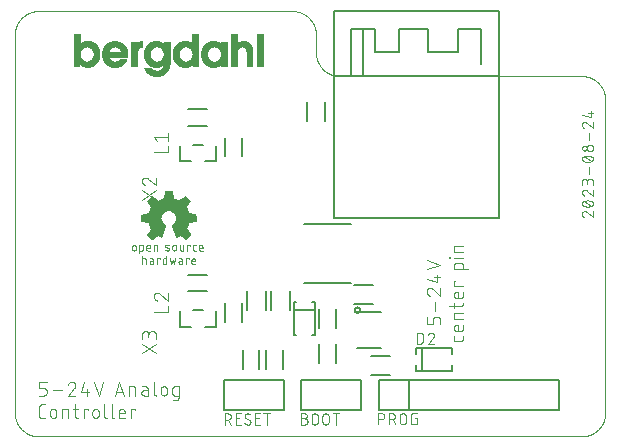
<source format=gto>
G75*
%MOIN*%
%OFA0B0*%
%FSLAX25Y25*%
%IPPOS*%
%LPD*%
%AMOC8*
5,1,8,0,0,1.08239X$1,22.5*
%
%ADD10C,0.00000*%
%ADD11C,0.00400*%
%ADD12C,0.00300*%
%ADD13C,0.00500*%
%ADD14C,0.00800*%
%ADD15C,0.00200*%
%ADD16C,0.00039*%
D10*
X0086176Y0058146D02*
X0267279Y0058146D01*
X0267469Y0058148D01*
X0267659Y0058155D01*
X0267849Y0058167D01*
X0268039Y0058183D01*
X0268228Y0058203D01*
X0268417Y0058229D01*
X0268605Y0058258D01*
X0268792Y0058293D01*
X0268978Y0058332D01*
X0269163Y0058375D01*
X0269348Y0058423D01*
X0269531Y0058475D01*
X0269712Y0058531D01*
X0269892Y0058592D01*
X0270071Y0058658D01*
X0270248Y0058727D01*
X0270424Y0058801D01*
X0270597Y0058879D01*
X0270769Y0058962D01*
X0270938Y0059048D01*
X0271106Y0059138D01*
X0271271Y0059233D01*
X0271434Y0059331D01*
X0271594Y0059434D01*
X0271752Y0059540D01*
X0271907Y0059650D01*
X0272060Y0059763D01*
X0272210Y0059881D01*
X0272356Y0060002D01*
X0272500Y0060126D01*
X0272641Y0060254D01*
X0272779Y0060385D01*
X0272914Y0060520D01*
X0273045Y0060658D01*
X0273173Y0060799D01*
X0273297Y0060943D01*
X0273418Y0061089D01*
X0273536Y0061239D01*
X0273649Y0061392D01*
X0273759Y0061547D01*
X0273865Y0061705D01*
X0273968Y0061865D01*
X0274066Y0062028D01*
X0274161Y0062193D01*
X0274251Y0062361D01*
X0274337Y0062530D01*
X0274420Y0062702D01*
X0274498Y0062875D01*
X0274572Y0063051D01*
X0274641Y0063228D01*
X0274707Y0063407D01*
X0274768Y0063587D01*
X0274824Y0063768D01*
X0274876Y0063951D01*
X0274924Y0064136D01*
X0274967Y0064321D01*
X0275006Y0064507D01*
X0275041Y0064694D01*
X0275070Y0064882D01*
X0275096Y0065071D01*
X0275116Y0065260D01*
X0275132Y0065450D01*
X0275144Y0065640D01*
X0275151Y0065830D01*
X0275153Y0066020D01*
X0275153Y0170350D01*
X0275151Y0170540D01*
X0275144Y0170730D01*
X0275132Y0170920D01*
X0275116Y0171110D01*
X0275096Y0171299D01*
X0275070Y0171488D01*
X0275041Y0171676D01*
X0275006Y0171863D01*
X0274967Y0172049D01*
X0274924Y0172234D01*
X0274876Y0172419D01*
X0274824Y0172602D01*
X0274768Y0172783D01*
X0274707Y0172963D01*
X0274641Y0173142D01*
X0274572Y0173319D01*
X0274498Y0173495D01*
X0274420Y0173668D01*
X0274337Y0173840D01*
X0274251Y0174009D01*
X0274161Y0174177D01*
X0274066Y0174342D01*
X0273968Y0174505D01*
X0273865Y0174665D01*
X0273759Y0174823D01*
X0273649Y0174978D01*
X0273536Y0175131D01*
X0273418Y0175281D01*
X0273297Y0175427D01*
X0273173Y0175571D01*
X0273045Y0175712D01*
X0272914Y0175850D01*
X0272779Y0175985D01*
X0272641Y0176116D01*
X0272500Y0176244D01*
X0272356Y0176368D01*
X0272210Y0176489D01*
X0272060Y0176607D01*
X0271907Y0176720D01*
X0271752Y0176830D01*
X0271594Y0176936D01*
X0271434Y0177039D01*
X0271271Y0177137D01*
X0271106Y0177232D01*
X0270938Y0177322D01*
X0270769Y0177408D01*
X0270597Y0177491D01*
X0270424Y0177569D01*
X0270248Y0177643D01*
X0270071Y0177712D01*
X0269892Y0177778D01*
X0269712Y0177839D01*
X0269531Y0177895D01*
X0269348Y0177947D01*
X0269163Y0177995D01*
X0268978Y0178038D01*
X0268792Y0178077D01*
X0268605Y0178112D01*
X0268417Y0178141D01*
X0268228Y0178167D01*
X0268039Y0178187D01*
X0267849Y0178203D01*
X0267659Y0178215D01*
X0267469Y0178222D01*
X0267279Y0178224D01*
X0186570Y0178224D01*
X0186380Y0178226D01*
X0186190Y0178233D01*
X0186000Y0178245D01*
X0185810Y0178261D01*
X0185621Y0178281D01*
X0185432Y0178307D01*
X0185244Y0178336D01*
X0185057Y0178371D01*
X0184871Y0178410D01*
X0184686Y0178453D01*
X0184501Y0178501D01*
X0184318Y0178553D01*
X0184137Y0178609D01*
X0183957Y0178670D01*
X0183778Y0178736D01*
X0183601Y0178805D01*
X0183425Y0178879D01*
X0183252Y0178957D01*
X0183080Y0179040D01*
X0182911Y0179126D01*
X0182743Y0179216D01*
X0182578Y0179311D01*
X0182415Y0179409D01*
X0182255Y0179512D01*
X0182097Y0179618D01*
X0181942Y0179728D01*
X0181789Y0179841D01*
X0181639Y0179959D01*
X0181493Y0180080D01*
X0181349Y0180204D01*
X0181208Y0180332D01*
X0181070Y0180463D01*
X0180935Y0180598D01*
X0180804Y0180736D01*
X0180676Y0180877D01*
X0180552Y0181021D01*
X0180431Y0181167D01*
X0180313Y0181317D01*
X0180200Y0181470D01*
X0180090Y0181625D01*
X0179984Y0181783D01*
X0179881Y0181943D01*
X0179783Y0182106D01*
X0179688Y0182271D01*
X0179598Y0182439D01*
X0179512Y0182608D01*
X0179429Y0182780D01*
X0179351Y0182953D01*
X0179277Y0183129D01*
X0179208Y0183306D01*
X0179142Y0183485D01*
X0179081Y0183665D01*
X0179025Y0183846D01*
X0178973Y0184029D01*
X0178925Y0184214D01*
X0178882Y0184399D01*
X0178843Y0184585D01*
X0178808Y0184772D01*
X0178779Y0184960D01*
X0178753Y0185149D01*
X0178733Y0185338D01*
X0178717Y0185528D01*
X0178705Y0185718D01*
X0178698Y0185908D01*
X0178696Y0186098D01*
X0178696Y0192004D01*
X0178694Y0192194D01*
X0178687Y0192384D01*
X0178675Y0192574D01*
X0178659Y0192764D01*
X0178639Y0192953D01*
X0178613Y0193142D01*
X0178584Y0193330D01*
X0178549Y0193517D01*
X0178510Y0193703D01*
X0178467Y0193888D01*
X0178419Y0194073D01*
X0178367Y0194256D01*
X0178311Y0194437D01*
X0178250Y0194617D01*
X0178184Y0194796D01*
X0178115Y0194973D01*
X0178041Y0195149D01*
X0177963Y0195322D01*
X0177880Y0195494D01*
X0177794Y0195663D01*
X0177704Y0195831D01*
X0177609Y0195996D01*
X0177511Y0196159D01*
X0177408Y0196319D01*
X0177302Y0196477D01*
X0177192Y0196632D01*
X0177079Y0196785D01*
X0176961Y0196935D01*
X0176840Y0197081D01*
X0176716Y0197225D01*
X0176588Y0197366D01*
X0176457Y0197504D01*
X0176322Y0197639D01*
X0176184Y0197770D01*
X0176043Y0197898D01*
X0175899Y0198022D01*
X0175753Y0198143D01*
X0175603Y0198261D01*
X0175450Y0198374D01*
X0175295Y0198484D01*
X0175137Y0198590D01*
X0174977Y0198693D01*
X0174814Y0198791D01*
X0174649Y0198886D01*
X0174481Y0198976D01*
X0174312Y0199062D01*
X0174140Y0199145D01*
X0173967Y0199223D01*
X0173791Y0199297D01*
X0173614Y0199366D01*
X0173435Y0199432D01*
X0173255Y0199493D01*
X0173074Y0199549D01*
X0172891Y0199601D01*
X0172706Y0199649D01*
X0172521Y0199692D01*
X0172335Y0199731D01*
X0172148Y0199766D01*
X0171960Y0199795D01*
X0171771Y0199821D01*
X0171582Y0199841D01*
X0171392Y0199857D01*
X0171202Y0199869D01*
X0171012Y0199876D01*
X0170822Y0199878D01*
X0086176Y0199878D01*
X0085986Y0199876D01*
X0085796Y0199869D01*
X0085606Y0199857D01*
X0085416Y0199841D01*
X0085227Y0199821D01*
X0085038Y0199795D01*
X0084850Y0199766D01*
X0084663Y0199731D01*
X0084477Y0199692D01*
X0084292Y0199649D01*
X0084107Y0199601D01*
X0083924Y0199549D01*
X0083743Y0199493D01*
X0083563Y0199432D01*
X0083384Y0199366D01*
X0083207Y0199297D01*
X0083031Y0199223D01*
X0082858Y0199145D01*
X0082686Y0199062D01*
X0082517Y0198976D01*
X0082349Y0198886D01*
X0082184Y0198791D01*
X0082021Y0198693D01*
X0081861Y0198590D01*
X0081703Y0198484D01*
X0081548Y0198374D01*
X0081395Y0198261D01*
X0081245Y0198143D01*
X0081099Y0198022D01*
X0080955Y0197898D01*
X0080814Y0197770D01*
X0080676Y0197639D01*
X0080541Y0197504D01*
X0080410Y0197366D01*
X0080282Y0197225D01*
X0080158Y0197081D01*
X0080037Y0196935D01*
X0079919Y0196785D01*
X0079806Y0196632D01*
X0079696Y0196477D01*
X0079590Y0196319D01*
X0079487Y0196159D01*
X0079389Y0195996D01*
X0079294Y0195831D01*
X0079204Y0195663D01*
X0079118Y0195494D01*
X0079035Y0195322D01*
X0078957Y0195149D01*
X0078883Y0194973D01*
X0078814Y0194796D01*
X0078748Y0194617D01*
X0078687Y0194437D01*
X0078631Y0194256D01*
X0078579Y0194073D01*
X0078531Y0193888D01*
X0078488Y0193703D01*
X0078449Y0193517D01*
X0078414Y0193330D01*
X0078385Y0193142D01*
X0078359Y0192953D01*
X0078339Y0192764D01*
X0078323Y0192574D01*
X0078311Y0192384D01*
X0078304Y0192194D01*
X0078302Y0192004D01*
X0078302Y0066020D01*
X0078304Y0065830D01*
X0078311Y0065640D01*
X0078323Y0065450D01*
X0078339Y0065260D01*
X0078359Y0065071D01*
X0078385Y0064882D01*
X0078414Y0064694D01*
X0078449Y0064507D01*
X0078488Y0064321D01*
X0078531Y0064136D01*
X0078579Y0063951D01*
X0078631Y0063768D01*
X0078687Y0063587D01*
X0078748Y0063407D01*
X0078814Y0063228D01*
X0078883Y0063051D01*
X0078957Y0062875D01*
X0079035Y0062702D01*
X0079118Y0062530D01*
X0079204Y0062361D01*
X0079294Y0062193D01*
X0079389Y0062028D01*
X0079487Y0061865D01*
X0079590Y0061705D01*
X0079696Y0061547D01*
X0079806Y0061392D01*
X0079919Y0061239D01*
X0080037Y0061089D01*
X0080158Y0060943D01*
X0080282Y0060799D01*
X0080410Y0060658D01*
X0080541Y0060520D01*
X0080676Y0060385D01*
X0080814Y0060254D01*
X0080955Y0060126D01*
X0081099Y0060002D01*
X0081245Y0059881D01*
X0081395Y0059763D01*
X0081548Y0059650D01*
X0081703Y0059540D01*
X0081861Y0059434D01*
X0082021Y0059331D01*
X0082184Y0059233D01*
X0082349Y0059138D01*
X0082517Y0059048D01*
X0082686Y0058962D01*
X0082858Y0058879D01*
X0083031Y0058801D01*
X0083207Y0058727D01*
X0083384Y0058658D01*
X0083563Y0058592D01*
X0083743Y0058531D01*
X0083924Y0058475D01*
X0084107Y0058423D01*
X0084292Y0058375D01*
X0084477Y0058332D01*
X0084663Y0058293D01*
X0084850Y0058258D01*
X0085038Y0058229D01*
X0085227Y0058203D01*
X0085416Y0058183D01*
X0085606Y0058167D01*
X0085796Y0058155D01*
X0085986Y0058148D01*
X0086176Y0058146D01*
D11*
X0087399Y0064251D02*
X0088421Y0064251D01*
X0087399Y0064251D02*
X0087337Y0064253D01*
X0087276Y0064258D01*
X0087215Y0064268D01*
X0087154Y0064281D01*
X0087095Y0064297D01*
X0087037Y0064317D01*
X0086980Y0064341D01*
X0086924Y0064368D01*
X0086870Y0064398D01*
X0086818Y0064432D01*
X0086769Y0064468D01*
X0086721Y0064508D01*
X0086676Y0064550D01*
X0086634Y0064595D01*
X0086594Y0064643D01*
X0086558Y0064692D01*
X0086524Y0064744D01*
X0086494Y0064798D01*
X0086467Y0064854D01*
X0086443Y0064911D01*
X0086423Y0064969D01*
X0086407Y0065028D01*
X0086394Y0065089D01*
X0086384Y0065150D01*
X0086379Y0065211D01*
X0086377Y0065273D01*
X0086376Y0065273D02*
X0086376Y0067829D01*
X0086377Y0067829D02*
X0086379Y0067891D01*
X0086384Y0067952D01*
X0086394Y0068013D01*
X0086407Y0068074D01*
X0086423Y0068133D01*
X0086443Y0068191D01*
X0086467Y0068248D01*
X0086494Y0068304D01*
X0086524Y0068358D01*
X0086558Y0068410D01*
X0086594Y0068459D01*
X0086634Y0068507D01*
X0086676Y0068552D01*
X0086721Y0068594D01*
X0086769Y0068633D01*
X0086818Y0068670D01*
X0086870Y0068704D01*
X0086924Y0068734D01*
X0086980Y0068761D01*
X0087037Y0068785D01*
X0087095Y0068805D01*
X0087154Y0068821D01*
X0087215Y0068834D01*
X0087276Y0068844D01*
X0087337Y0068849D01*
X0087399Y0068851D01*
X0088421Y0068851D01*
X0090095Y0066296D02*
X0090095Y0065273D01*
X0090097Y0065210D01*
X0090103Y0065147D01*
X0090112Y0065085D01*
X0090126Y0065024D01*
X0090143Y0064963D01*
X0090164Y0064904D01*
X0090189Y0064846D01*
X0090217Y0064789D01*
X0090248Y0064735D01*
X0090283Y0064683D01*
X0090321Y0064632D01*
X0090362Y0064584D01*
X0090406Y0064539D01*
X0090452Y0064497D01*
X0090501Y0064457D01*
X0090552Y0064421D01*
X0090606Y0064388D01*
X0090661Y0064358D01*
X0090719Y0064332D01*
X0090777Y0064309D01*
X0090837Y0064290D01*
X0090898Y0064275D01*
X0090960Y0064263D01*
X0091023Y0064255D01*
X0091086Y0064251D01*
X0091148Y0064251D01*
X0091211Y0064255D01*
X0091274Y0064263D01*
X0091336Y0064275D01*
X0091397Y0064290D01*
X0091457Y0064309D01*
X0091515Y0064332D01*
X0091573Y0064358D01*
X0091628Y0064388D01*
X0091682Y0064421D01*
X0091733Y0064457D01*
X0091782Y0064497D01*
X0091828Y0064539D01*
X0091872Y0064584D01*
X0091913Y0064632D01*
X0091951Y0064683D01*
X0091986Y0064735D01*
X0092017Y0064789D01*
X0092045Y0064846D01*
X0092070Y0064904D01*
X0092091Y0064963D01*
X0092108Y0065024D01*
X0092122Y0065085D01*
X0092131Y0065147D01*
X0092137Y0065210D01*
X0092139Y0065273D01*
X0092140Y0065273D02*
X0092140Y0066296D01*
X0092139Y0066296D02*
X0092137Y0066359D01*
X0092131Y0066422D01*
X0092122Y0066484D01*
X0092108Y0066545D01*
X0092091Y0066606D01*
X0092070Y0066665D01*
X0092045Y0066723D01*
X0092017Y0066780D01*
X0091986Y0066834D01*
X0091951Y0066886D01*
X0091913Y0066937D01*
X0091872Y0066985D01*
X0091828Y0067030D01*
X0091782Y0067072D01*
X0091733Y0067112D01*
X0091682Y0067148D01*
X0091628Y0067181D01*
X0091573Y0067211D01*
X0091515Y0067237D01*
X0091457Y0067260D01*
X0091397Y0067279D01*
X0091336Y0067294D01*
X0091274Y0067306D01*
X0091211Y0067314D01*
X0091148Y0067318D01*
X0091086Y0067318D01*
X0091023Y0067314D01*
X0090960Y0067306D01*
X0090898Y0067294D01*
X0090837Y0067279D01*
X0090777Y0067260D01*
X0090719Y0067237D01*
X0090661Y0067211D01*
X0090606Y0067181D01*
X0090552Y0067148D01*
X0090501Y0067112D01*
X0090452Y0067072D01*
X0090406Y0067030D01*
X0090362Y0066985D01*
X0090321Y0066937D01*
X0090283Y0066886D01*
X0090248Y0066834D01*
X0090217Y0066780D01*
X0090189Y0066723D01*
X0090164Y0066665D01*
X0090143Y0066606D01*
X0090126Y0066545D01*
X0090112Y0066484D01*
X0090103Y0066422D01*
X0090097Y0066359D01*
X0090095Y0066296D01*
X0094145Y0067318D02*
X0094145Y0064251D01*
X0096190Y0064251D02*
X0096190Y0066551D01*
X0096188Y0066606D01*
X0096182Y0066660D01*
X0096172Y0066714D01*
X0096159Y0066767D01*
X0096142Y0066819D01*
X0096121Y0066870D01*
X0096096Y0066919D01*
X0096068Y0066966D01*
X0096037Y0067011D01*
X0096003Y0067053D01*
X0095965Y0067093D01*
X0095925Y0067131D01*
X0095883Y0067165D01*
X0095838Y0067196D01*
X0095791Y0067224D01*
X0095742Y0067249D01*
X0095691Y0067270D01*
X0095639Y0067287D01*
X0095586Y0067300D01*
X0095532Y0067310D01*
X0095478Y0067316D01*
X0095423Y0067318D01*
X0094145Y0067318D01*
X0097814Y0067318D02*
X0099348Y0067318D01*
X0098325Y0068851D02*
X0098325Y0065018D01*
X0098327Y0064963D01*
X0098333Y0064909D01*
X0098343Y0064855D01*
X0098356Y0064802D01*
X0098373Y0064750D01*
X0098394Y0064699D01*
X0098419Y0064650D01*
X0098447Y0064603D01*
X0098478Y0064558D01*
X0098512Y0064516D01*
X0098550Y0064476D01*
X0098590Y0064438D01*
X0098632Y0064404D01*
X0098677Y0064373D01*
X0098724Y0064345D01*
X0098773Y0064320D01*
X0098824Y0064299D01*
X0098876Y0064282D01*
X0098929Y0064269D01*
X0098983Y0064259D01*
X0099037Y0064253D01*
X0099092Y0064251D01*
X0099348Y0064251D01*
X0101221Y0064251D02*
X0101221Y0067318D01*
X0102755Y0067318D01*
X0102755Y0066807D01*
X0104195Y0066296D02*
X0104195Y0065273D01*
X0104197Y0065210D01*
X0104203Y0065147D01*
X0104212Y0065085D01*
X0104226Y0065024D01*
X0104243Y0064963D01*
X0104264Y0064904D01*
X0104289Y0064846D01*
X0104317Y0064789D01*
X0104348Y0064735D01*
X0104383Y0064683D01*
X0104421Y0064632D01*
X0104462Y0064584D01*
X0104506Y0064539D01*
X0104552Y0064497D01*
X0104601Y0064457D01*
X0104652Y0064421D01*
X0104706Y0064388D01*
X0104761Y0064358D01*
X0104819Y0064332D01*
X0104877Y0064309D01*
X0104937Y0064290D01*
X0104998Y0064275D01*
X0105060Y0064263D01*
X0105123Y0064255D01*
X0105186Y0064251D01*
X0105248Y0064251D01*
X0105311Y0064255D01*
X0105374Y0064263D01*
X0105436Y0064275D01*
X0105497Y0064290D01*
X0105557Y0064309D01*
X0105615Y0064332D01*
X0105673Y0064358D01*
X0105728Y0064388D01*
X0105782Y0064421D01*
X0105833Y0064457D01*
X0105882Y0064497D01*
X0105928Y0064539D01*
X0105972Y0064584D01*
X0106013Y0064632D01*
X0106051Y0064683D01*
X0106086Y0064735D01*
X0106117Y0064789D01*
X0106145Y0064846D01*
X0106170Y0064904D01*
X0106191Y0064963D01*
X0106208Y0065024D01*
X0106222Y0065085D01*
X0106231Y0065147D01*
X0106237Y0065210D01*
X0106239Y0065273D01*
X0106240Y0065273D02*
X0106240Y0066296D01*
X0106239Y0066296D02*
X0106237Y0066359D01*
X0106231Y0066422D01*
X0106222Y0066484D01*
X0106208Y0066545D01*
X0106191Y0066606D01*
X0106170Y0066665D01*
X0106145Y0066723D01*
X0106117Y0066780D01*
X0106086Y0066834D01*
X0106051Y0066886D01*
X0106013Y0066937D01*
X0105972Y0066985D01*
X0105928Y0067030D01*
X0105882Y0067072D01*
X0105833Y0067112D01*
X0105782Y0067148D01*
X0105728Y0067181D01*
X0105673Y0067211D01*
X0105615Y0067237D01*
X0105557Y0067260D01*
X0105497Y0067279D01*
X0105436Y0067294D01*
X0105374Y0067306D01*
X0105311Y0067314D01*
X0105248Y0067318D01*
X0105186Y0067318D01*
X0105123Y0067314D01*
X0105060Y0067306D01*
X0104998Y0067294D01*
X0104937Y0067279D01*
X0104877Y0067260D01*
X0104819Y0067237D01*
X0104761Y0067211D01*
X0104706Y0067181D01*
X0104652Y0067148D01*
X0104601Y0067112D01*
X0104552Y0067072D01*
X0104506Y0067030D01*
X0104462Y0066985D01*
X0104421Y0066937D01*
X0104383Y0066886D01*
X0104348Y0066834D01*
X0104317Y0066780D01*
X0104289Y0066723D01*
X0104264Y0066665D01*
X0104243Y0066606D01*
X0104226Y0066545D01*
X0104212Y0066484D01*
X0104203Y0066422D01*
X0104197Y0066359D01*
X0104195Y0066296D01*
X0108154Y0065018D02*
X0108154Y0068851D01*
X0110554Y0068851D02*
X0110554Y0065018D01*
X0110556Y0064963D01*
X0110562Y0064909D01*
X0110572Y0064855D01*
X0110585Y0064802D01*
X0110602Y0064750D01*
X0110623Y0064699D01*
X0110648Y0064650D01*
X0110676Y0064603D01*
X0110707Y0064558D01*
X0110741Y0064516D01*
X0110779Y0064476D01*
X0110819Y0064438D01*
X0110861Y0064404D01*
X0110906Y0064373D01*
X0110953Y0064345D01*
X0111002Y0064320D01*
X0111053Y0064299D01*
X0111105Y0064282D01*
X0111158Y0064269D01*
X0111212Y0064259D01*
X0111266Y0064253D01*
X0111321Y0064251D01*
X0112895Y0065018D02*
X0112895Y0066296D01*
X0112895Y0065785D02*
X0114939Y0065785D01*
X0114939Y0066296D01*
X0114937Y0066359D01*
X0114931Y0066422D01*
X0114922Y0066484D01*
X0114908Y0066545D01*
X0114891Y0066606D01*
X0114870Y0066665D01*
X0114845Y0066723D01*
X0114817Y0066780D01*
X0114786Y0066834D01*
X0114751Y0066886D01*
X0114713Y0066937D01*
X0114672Y0066985D01*
X0114628Y0067030D01*
X0114582Y0067072D01*
X0114533Y0067112D01*
X0114482Y0067148D01*
X0114428Y0067181D01*
X0114373Y0067211D01*
X0114315Y0067237D01*
X0114257Y0067260D01*
X0114197Y0067279D01*
X0114136Y0067294D01*
X0114074Y0067306D01*
X0114011Y0067314D01*
X0113948Y0067318D01*
X0113886Y0067318D01*
X0113823Y0067314D01*
X0113760Y0067306D01*
X0113698Y0067294D01*
X0113637Y0067279D01*
X0113577Y0067260D01*
X0113519Y0067237D01*
X0113461Y0067211D01*
X0113406Y0067181D01*
X0113352Y0067148D01*
X0113301Y0067112D01*
X0113252Y0067072D01*
X0113206Y0067030D01*
X0113162Y0066985D01*
X0113121Y0066937D01*
X0113083Y0066886D01*
X0113048Y0066834D01*
X0113017Y0066780D01*
X0112989Y0066723D01*
X0112964Y0066665D01*
X0112943Y0066606D01*
X0112926Y0066545D01*
X0112912Y0066484D01*
X0112903Y0066422D01*
X0112897Y0066359D01*
X0112895Y0066296D01*
X0112895Y0065018D02*
X0112897Y0064963D01*
X0112903Y0064909D01*
X0112913Y0064855D01*
X0112926Y0064802D01*
X0112943Y0064750D01*
X0112964Y0064699D01*
X0112989Y0064650D01*
X0113017Y0064603D01*
X0113048Y0064558D01*
X0113082Y0064516D01*
X0113120Y0064476D01*
X0113160Y0064438D01*
X0113202Y0064404D01*
X0113247Y0064373D01*
X0113294Y0064345D01*
X0113343Y0064320D01*
X0113394Y0064299D01*
X0113446Y0064282D01*
X0113499Y0064269D01*
X0113553Y0064259D01*
X0113607Y0064253D01*
X0113662Y0064251D01*
X0114939Y0064251D01*
X0116971Y0064251D02*
X0116971Y0067318D01*
X0118505Y0067318D01*
X0118505Y0066807D01*
X0108921Y0064251D02*
X0108866Y0064253D01*
X0108812Y0064259D01*
X0108758Y0064269D01*
X0108705Y0064282D01*
X0108653Y0064299D01*
X0108602Y0064320D01*
X0108553Y0064345D01*
X0108506Y0064373D01*
X0108461Y0064404D01*
X0108419Y0064438D01*
X0108379Y0064476D01*
X0108341Y0064516D01*
X0108307Y0064558D01*
X0108276Y0064603D01*
X0108248Y0064650D01*
X0108223Y0064699D01*
X0108202Y0064750D01*
X0108185Y0064802D01*
X0108172Y0064855D01*
X0108162Y0064909D01*
X0108156Y0064963D01*
X0108154Y0065018D01*
X0106254Y0071751D02*
X0107788Y0076351D01*
X0104721Y0076351D02*
X0106254Y0071751D01*
X0103032Y0072773D02*
X0100476Y0072773D01*
X0101499Y0076351D01*
X0102265Y0073796D02*
X0102265Y0071751D01*
X0098532Y0071751D02*
X0095976Y0071751D01*
X0098149Y0074307D01*
X0097382Y0076351D02*
X0097308Y0076349D01*
X0097234Y0076344D01*
X0097160Y0076334D01*
X0097087Y0076321D01*
X0097014Y0076305D01*
X0096943Y0076284D01*
X0096873Y0076260D01*
X0096804Y0076233D01*
X0096736Y0076202D01*
X0096670Y0076168D01*
X0096606Y0076131D01*
X0096544Y0076090D01*
X0096484Y0076046D01*
X0096426Y0076000D01*
X0096370Y0075950D01*
X0096317Y0075898D01*
X0096267Y0075843D01*
X0096220Y0075786D01*
X0096176Y0075726D01*
X0096134Y0075664D01*
X0096096Y0075601D01*
X0096061Y0075535D01*
X0096030Y0075468D01*
X0096002Y0075399D01*
X0095977Y0075329D01*
X0098149Y0074307D02*
X0098196Y0074354D01*
X0098240Y0074404D01*
X0098282Y0074456D01*
X0098321Y0074510D01*
X0098356Y0074566D01*
X0098389Y0074624D01*
X0098419Y0074684D01*
X0098445Y0074745D01*
X0098468Y0074808D01*
X0098487Y0074872D01*
X0098503Y0074936D01*
X0098516Y0075002D01*
X0098525Y0075068D01*
X0098530Y0075134D01*
X0098532Y0075201D01*
X0098530Y0075268D01*
X0098524Y0075335D01*
X0098515Y0075401D01*
X0098501Y0075466D01*
X0098484Y0075531D01*
X0098463Y0075594D01*
X0098438Y0075656D01*
X0098410Y0075717D01*
X0098378Y0075776D01*
X0098343Y0075833D01*
X0098304Y0075888D01*
X0098263Y0075940D01*
X0098218Y0075990D01*
X0098171Y0076037D01*
X0098121Y0076082D01*
X0098069Y0076123D01*
X0098014Y0076162D01*
X0097957Y0076197D01*
X0097898Y0076229D01*
X0097837Y0076257D01*
X0097775Y0076282D01*
X0097712Y0076303D01*
X0097647Y0076320D01*
X0097582Y0076334D01*
X0097516Y0076343D01*
X0097449Y0076349D01*
X0097382Y0076351D01*
X0093988Y0073540D02*
X0090921Y0073540D01*
X0088932Y0073285D02*
X0088932Y0072773D01*
X0088930Y0072711D01*
X0088925Y0072650D01*
X0088915Y0072589D01*
X0088902Y0072528D01*
X0088886Y0072469D01*
X0088866Y0072411D01*
X0088842Y0072354D01*
X0088815Y0072298D01*
X0088785Y0072244D01*
X0088751Y0072192D01*
X0088715Y0072143D01*
X0088675Y0072095D01*
X0088633Y0072050D01*
X0088588Y0072008D01*
X0088540Y0071968D01*
X0088491Y0071932D01*
X0088439Y0071898D01*
X0088385Y0071868D01*
X0088329Y0071841D01*
X0088272Y0071817D01*
X0088214Y0071797D01*
X0088155Y0071781D01*
X0088094Y0071768D01*
X0088033Y0071758D01*
X0087972Y0071753D01*
X0087910Y0071751D01*
X0086376Y0071751D01*
X0088932Y0073285D02*
X0088930Y0073347D01*
X0088925Y0073408D01*
X0088915Y0073469D01*
X0088902Y0073530D01*
X0088886Y0073589D01*
X0088866Y0073647D01*
X0088842Y0073704D01*
X0088815Y0073760D01*
X0088785Y0073814D01*
X0088751Y0073866D01*
X0088715Y0073915D01*
X0088675Y0073963D01*
X0088633Y0074008D01*
X0088588Y0074050D01*
X0088540Y0074090D01*
X0088491Y0074126D01*
X0088439Y0074160D01*
X0088385Y0074190D01*
X0088329Y0074217D01*
X0088272Y0074241D01*
X0088214Y0074261D01*
X0088155Y0074277D01*
X0088094Y0074290D01*
X0088033Y0074300D01*
X0087972Y0074305D01*
X0087910Y0074307D01*
X0086376Y0074307D01*
X0086376Y0076351D01*
X0088932Y0076351D01*
X0111621Y0071751D02*
X0113154Y0076351D01*
X0114688Y0071751D01*
X0114304Y0072901D02*
X0112004Y0072901D01*
X0116482Y0071751D02*
X0116482Y0074818D01*
X0117760Y0074818D01*
X0117815Y0074816D01*
X0117869Y0074810D01*
X0117923Y0074800D01*
X0117976Y0074787D01*
X0118028Y0074770D01*
X0118079Y0074749D01*
X0118128Y0074724D01*
X0118175Y0074696D01*
X0118220Y0074665D01*
X0118262Y0074631D01*
X0118302Y0074593D01*
X0118340Y0074553D01*
X0118374Y0074511D01*
X0118405Y0074466D01*
X0118433Y0074419D01*
X0118458Y0074370D01*
X0118479Y0074319D01*
X0118496Y0074267D01*
X0118509Y0074214D01*
X0118519Y0074160D01*
X0118525Y0074106D01*
X0118527Y0074051D01*
X0118526Y0074051D02*
X0118526Y0071751D01*
X0121403Y0071751D02*
X0122553Y0071751D01*
X0122553Y0074051D01*
X0122553Y0073540D02*
X0121403Y0073540D01*
X0122554Y0074051D02*
X0122552Y0074106D01*
X0122546Y0074160D01*
X0122536Y0074214D01*
X0122523Y0074267D01*
X0122506Y0074319D01*
X0122485Y0074370D01*
X0122460Y0074419D01*
X0122432Y0074466D01*
X0122401Y0074511D01*
X0122367Y0074553D01*
X0122329Y0074593D01*
X0122289Y0074631D01*
X0122247Y0074665D01*
X0122202Y0074696D01*
X0122155Y0074724D01*
X0122106Y0074749D01*
X0122055Y0074770D01*
X0122003Y0074787D01*
X0121950Y0074800D01*
X0121896Y0074810D01*
X0121842Y0074816D01*
X0121787Y0074818D01*
X0120764Y0074818D01*
X0121403Y0073540D02*
X0121345Y0073538D01*
X0121286Y0073532D01*
X0121229Y0073523D01*
X0121172Y0073510D01*
X0121116Y0073493D01*
X0121061Y0073472D01*
X0121008Y0073448D01*
X0120956Y0073420D01*
X0120906Y0073389D01*
X0120859Y0073355D01*
X0120814Y0073318D01*
X0120771Y0073278D01*
X0120731Y0073235D01*
X0120694Y0073190D01*
X0120660Y0073143D01*
X0120629Y0073093D01*
X0120601Y0073041D01*
X0120577Y0072988D01*
X0120556Y0072933D01*
X0120539Y0072877D01*
X0120526Y0072820D01*
X0120517Y0072763D01*
X0120511Y0072704D01*
X0120509Y0072646D01*
X0120511Y0072588D01*
X0120517Y0072529D01*
X0120526Y0072472D01*
X0120539Y0072415D01*
X0120556Y0072359D01*
X0120577Y0072304D01*
X0120601Y0072251D01*
X0120629Y0072199D01*
X0120660Y0072149D01*
X0120694Y0072102D01*
X0120731Y0072057D01*
X0120771Y0072014D01*
X0120814Y0071974D01*
X0120859Y0071937D01*
X0120906Y0071903D01*
X0120956Y0071872D01*
X0121008Y0071844D01*
X0121061Y0071820D01*
X0121116Y0071799D01*
X0121172Y0071782D01*
X0121229Y0071769D01*
X0121286Y0071760D01*
X0121345Y0071754D01*
X0121403Y0071752D01*
X0124641Y0072518D02*
X0124641Y0076351D01*
X0126982Y0073796D02*
X0126982Y0072773D01*
X0126984Y0072710D01*
X0126990Y0072647D01*
X0126999Y0072585D01*
X0127013Y0072524D01*
X0127030Y0072463D01*
X0127051Y0072404D01*
X0127076Y0072346D01*
X0127104Y0072289D01*
X0127135Y0072235D01*
X0127170Y0072183D01*
X0127208Y0072132D01*
X0127249Y0072084D01*
X0127293Y0072039D01*
X0127339Y0071997D01*
X0127388Y0071957D01*
X0127439Y0071921D01*
X0127493Y0071888D01*
X0127548Y0071858D01*
X0127606Y0071832D01*
X0127664Y0071809D01*
X0127724Y0071790D01*
X0127785Y0071775D01*
X0127847Y0071763D01*
X0127910Y0071755D01*
X0127973Y0071751D01*
X0128035Y0071751D01*
X0128098Y0071755D01*
X0128161Y0071763D01*
X0128223Y0071775D01*
X0128284Y0071790D01*
X0128344Y0071809D01*
X0128402Y0071832D01*
X0128460Y0071858D01*
X0128515Y0071888D01*
X0128569Y0071921D01*
X0128620Y0071957D01*
X0128669Y0071997D01*
X0128715Y0072039D01*
X0128759Y0072084D01*
X0128800Y0072132D01*
X0128838Y0072183D01*
X0128873Y0072235D01*
X0128904Y0072289D01*
X0128932Y0072346D01*
X0128957Y0072404D01*
X0128978Y0072463D01*
X0128995Y0072524D01*
X0129009Y0072585D01*
X0129018Y0072647D01*
X0129024Y0072710D01*
X0129026Y0072773D01*
X0129026Y0073796D01*
X0129024Y0073859D01*
X0129018Y0073922D01*
X0129009Y0073984D01*
X0128995Y0074045D01*
X0128978Y0074106D01*
X0128957Y0074165D01*
X0128932Y0074223D01*
X0128904Y0074280D01*
X0128873Y0074334D01*
X0128838Y0074386D01*
X0128800Y0074437D01*
X0128759Y0074485D01*
X0128715Y0074530D01*
X0128669Y0074572D01*
X0128620Y0074612D01*
X0128569Y0074648D01*
X0128515Y0074681D01*
X0128460Y0074711D01*
X0128402Y0074737D01*
X0128344Y0074760D01*
X0128284Y0074779D01*
X0128223Y0074794D01*
X0128161Y0074806D01*
X0128098Y0074814D01*
X0128035Y0074818D01*
X0127973Y0074818D01*
X0127910Y0074814D01*
X0127847Y0074806D01*
X0127785Y0074794D01*
X0127724Y0074779D01*
X0127664Y0074760D01*
X0127606Y0074737D01*
X0127548Y0074711D01*
X0127493Y0074681D01*
X0127439Y0074648D01*
X0127388Y0074612D01*
X0127339Y0074572D01*
X0127293Y0074530D01*
X0127249Y0074485D01*
X0127208Y0074437D01*
X0127170Y0074386D01*
X0127135Y0074334D01*
X0127104Y0074280D01*
X0127076Y0074223D01*
X0127051Y0074165D01*
X0127030Y0074106D01*
X0127013Y0074045D01*
X0126999Y0073984D01*
X0126990Y0073922D01*
X0126984Y0073859D01*
X0126982Y0073796D01*
X0125408Y0071751D02*
X0125353Y0071753D01*
X0125299Y0071759D01*
X0125245Y0071769D01*
X0125192Y0071782D01*
X0125140Y0071799D01*
X0125089Y0071820D01*
X0125040Y0071845D01*
X0124993Y0071873D01*
X0124948Y0071904D01*
X0124906Y0071938D01*
X0124866Y0071976D01*
X0124828Y0072016D01*
X0124794Y0072058D01*
X0124763Y0072103D01*
X0124735Y0072150D01*
X0124710Y0072199D01*
X0124689Y0072250D01*
X0124672Y0072302D01*
X0124659Y0072355D01*
X0124649Y0072409D01*
X0124643Y0072463D01*
X0124641Y0072518D01*
X0130859Y0072518D02*
X0130859Y0074051D01*
X0130858Y0074051D02*
X0130860Y0074106D01*
X0130866Y0074160D01*
X0130876Y0074214D01*
X0130889Y0074267D01*
X0130906Y0074319D01*
X0130927Y0074370D01*
X0130952Y0074419D01*
X0130980Y0074466D01*
X0131011Y0074511D01*
X0131045Y0074553D01*
X0131083Y0074593D01*
X0131123Y0074631D01*
X0131165Y0074665D01*
X0131210Y0074696D01*
X0131257Y0074724D01*
X0131306Y0074749D01*
X0131357Y0074770D01*
X0131409Y0074787D01*
X0131462Y0074800D01*
X0131516Y0074810D01*
X0131570Y0074816D01*
X0131625Y0074818D01*
X0132903Y0074818D01*
X0132903Y0070985D01*
X0132903Y0071751D02*
X0131625Y0071751D01*
X0131570Y0071753D01*
X0131516Y0071759D01*
X0131462Y0071769D01*
X0131409Y0071782D01*
X0131357Y0071799D01*
X0131306Y0071820D01*
X0131257Y0071845D01*
X0131210Y0071873D01*
X0131165Y0071904D01*
X0131123Y0071938D01*
X0131083Y0071976D01*
X0131045Y0072016D01*
X0131011Y0072058D01*
X0130980Y0072103D01*
X0130952Y0072150D01*
X0130927Y0072199D01*
X0130906Y0072250D01*
X0130889Y0072302D01*
X0130876Y0072355D01*
X0130866Y0072409D01*
X0130860Y0072463D01*
X0130858Y0072518D01*
X0132904Y0070985D02*
X0132902Y0070930D01*
X0132896Y0070876D01*
X0132886Y0070822D01*
X0132873Y0070769D01*
X0132856Y0070717D01*
X0132835Y0070666D01*
X0132810Y0070617D01*
X0132782Y0070570D01*
X0132751Y0070525D01*
X0132717Y0070483D01*
X0132679Y0070443D01*
X0132639Y0070405D01*
X0132597Y0070371D01*
X0132552Y0070340D01*
X0132505Y0070312D01*
X0132456Y0070287D01*
X0132405Y0070266D01*
X0132353Y0070249D01*
X0132300Y0070236D01*
X0132246Y0070226D01*
X0132192Y0070220D01*
X0132137Y0070218D01*
X0131114Y0070218D01*
X0125347Y0085905D02*
X0120747Y0088971D01*
X0120747Y0090660D02*
X0120747Y0092194D01*
X0120749Y0092257D01*
X0120755Y0092320D01*
X0120764Y0092382D01*
X0120778Y0092443D01*
X0120795Y0092504D01*
X0120816Y0092563D01*
X0120841Y0092621D01*
X0120869Y0092678D01*
X0120900Y0092732D01*
X0120935Y0092784D01*
X0120973Y0092835D01*
X0121014Y0092883D01*
X0121058Y0092928D01*
X0121104Y0092970D01*
X0121153Y0093010D01*
X0121204Y0093046D01*
X0121258Y0093079D01*
X0121313Y0093109D01*
X0121371Y0093135D01*
X0121429Y0093158D01*
X0121489Y0093177D01*
X0121550Y0093192D01*
X0121612Y0093204D01*
X0121675Y0093212D01*
X0121738Y0093216D01*
X0121800Y0093216D01*
X0121863Y0093212D01*
X0121926Y0093204D01*
X0121988Y0093192D01*
X0122049Y0093177D01*
X0122109Y0093158D01*
X0122167Y0093135D01*
X0122225Y0093109D01*
X0122280Y0093079D01*
X0122334Y0093046D01*
X0122385Y0093010D01*
X0122434Y0092970D01*
X0122480Y0092928D01*
X0122524Y0092883D01*
X0122565Y0092835D01*
X0122603Y0092784D01*
X0122638Y0092732D01*
X0122669Y0092678D01*
X0122697Y0092621D01*
X0122722Y0092563D01*
X0122743Y0092504D01*
X0122760Y0092443D01*
X0122774Y0092382D01*
X0122783Y0092320D01*
X0122789Y0092257D01*
X0122791Y0092194D01*
X0122791Y0091171D01*
X0122791Y0091938D02*
X0122793Y0092008D01*
X0122799Y0092079D01*
X0122808Y0092148D01*
X0122822Y0092217D01*
X0122839Y0092286D01*
X0122860Y0092353D01*
X0122885Y0092419D01*
X0122913Y0092483D01*
X0122945Y0092546D01*
X0122980Y0092607D01*
X0123019Y0092666D01*
X0123060Y0092723D01*
X0123105Y0092777D01*
X0123153Y0092829D01*
X0123203Y0092878D01*
X0123257Y0092925D01*
X0123312Y0092968D01*
X0123370Y0093008D01*
X0123430Y0093045D01*
X0123492Y0093078D01*
X0123556Y0093108D01*
X0123621Y0093135D01*
X0123687Y0093158D01*
X0123755Y0093177D01*
X0123824Y0093192D01*
X0123893Y0093204D01*
X0123963Y0093212D01*
X0124034Y0093216D01*
X0124104Y0093216D01*
X0124175Y0093212D01*
X0124245Y0093204D01*
X0124314Y0093192D01*
X0124383Y0093177D01*
X0124451Y0093158D01*
X0124517Y0093135D01*
X0124582Y0093108D01*
X0124646Y0093078D01*
X0124708Y0093045D01*
X0124768Y0093008D01*
X0124826Y0092968D01*
X0124881Y0092925D01*
X0124935Y0092878D01*
X0124985Y0092829D01*
X0125033Y0092777D01*
X0125078Y0092723D01*
X0125119Y0092666D01*
X0125158Y0092607D01*
X0125193Y0092546D01*
X0125225Y0092483D01*
X0125253Y0092419D01*
X0125278Y0092353D01*
X0125299Y0092286D01*
X0125316Y0092217D01*
X0125330Y0092148D01*
X0125339Y0092079D01*
X0125345Y0092008D01*
X0125347Y0091938D01*
X0125347Y0090660D01*
X0125347Y0088971D02*
X0120747Y0085905D01*
X0124684Y0099684D02*
X0129284Y0099684D01*
X0129284Y0101729D01*
X0129284Y0103425D02*
X0129284Y0105981D01*
X0129284Y0103425D02*
X0126728Y0105598D01*
X0124684Y0104831D02*
X0124686Y0104757D01*
X0124691Y0104683D01*
X0124701Y0104609D01*
X0124714Y0104536D01*
X0124730Y0104463D01*
X0124751Y0104392D01*
X0124775Y0104322D01*
X0124802Y0104253D01*
X0124833Y0104185D01*
X0124867Y0104119D01*
X0124904Y0104055D01*
X0124945Y0103993D01*
X0124989Y0103932D01*
X0125035Y0103875D01*
X0125085Y0103819D01*
X0125137Y0103766D01*
X0125192Y0103716D01*
X0125249Y0103669D01*
X0125309Y0103625D01*
X0125371Y0103583D01*
X0125434Y0103545D01*
X0125500Y0103510D01*
X0125567Y0103479D01*
X0125636Y0103451D01*
X0125706Y0103426D01*
X0126728Y0105598D02*
X0126681Y0105645D01*
X0126631Y0105689D01*
X0126579Y0105731D01*
X0126525Y0105770D01*
X0126469Y0105805D01*
X0126411Y0105838D01*
X0126351Y0105868D01*
X0126290Y0105894D01*
X0126227Y0105917D01*
X0126163Y0105936D01*
X0126099Y0105952D01*
X0126033Y0105965D01*
X0125967Y0105974D01*
X0125901Y0105979D01*
X0125834Y0105981D01*
X0125767Y0105979D01*
X0125700Y0105973D01*
X0125634Y0105964D01*
X0125569Y0105950D01*
X0125504Y0105933D01*
X0125441Y0105912D01*
X0125379Y0105887D01*
X0125318Y0105859D01*
X0125259Y0105827D01*
X0125202Y0105792D01*
X0125147Y0105753D01*
X0125095Y0105712D01*
X0125045Y0105667D01*
X0124998Y0105620D01*
X0124953Y0105570D01*
X0124912Y0105518D01*
X0124873Y0105463D01*
X0124838Y0105406D01*
X0124806Y0105347D01*
X0124778Y0105286D01*
X0124753Y0105224D01*
X0124732Y0105161D01*
X0124715Y0105096D01*
X0124701Y0105031D01*
X0124692Y0104965D01*
X0124686Y0104898D01*
X0124684Y0104831D01*
X0125347Y0137086D02*
X0120747Y0140152D01*
X0120747Y0137086D02*
X0125347Y0140152D01*
X0125347Y0141841D02*
X0125347Y0144397D01*
X0125347Y0141841D02*
X0122791Y0144014D01*
X0120747Y0143247D02*
X0120749Y0143173D01*
X0120754Y0143099D01*
X0120764Y0143025D01*
X0120777Y0142952D01*
X0120793Y0142879D01*
X0120814Y0142808D01*
X0120838Y0142738D01*
X0120865Y0142669D01*
X0120896Y0142601D01*
X0120930Y0142535D01*
X0120967Y0142471D01*
X0121008Y0142409D01*
X0121052Y0142348D01*
X0121098Y0142291D01*
X0121148Y0142235D01*
X0121200Y0142182D01*
X0121255Y0142132D01*
X0121312Y0142085D01*
X0121372Y0142041D01*
X0121434Y0141999D01*
X0121497Y0141961D01*
X0121563Y0141926D01*
X0121630Y0141895D01*
X0121699Y0141867D01*
X0121769Y0141842D01*
X0122791Y0144014D02*
X0122744Y0144061D01*
X0122694Y0144105D01*
X0122642Y0144147D01*
X0122588Y0144186D01*
X0122532Y0144221D01*
X0122474Y0144254D01*
X0122414Y0144284D01*
X0122353Y0144310D01*
X0122290Y0144333D01*
X0122226Y0144352D01*
X0122162Y0144368D01*
X0122096Y0144381D01*
X0122030Y0144390D01*
X0121964Y0144395D01*
X0121897Y0144397D01*
X0121830Y0144395D01*
X0121763Y0144389D01*
X0121697Y0144380D01*
X0121632Y0144366D01*
X0121567Y0144349D01*
X0121504Y0144328D01*
X0121442Y0144303D01*
X0121381Y0144275D01*
X0121322Y0144243D01*
X0121265Y0144208D01*
X0121210Y0144169D01*
X0121158Y0144128D01*
X0121108Y0144083D01*
X0121061Y0144036D01*
X0121016Y0143986D01*
X0120975Y0143934D01*
X0120936Y0143879D01*
X0120901Y0143822D01*
X0120869Y0143763D01*
X0120841Y0143702D01*
X0120816Y0143640D01*
X0120795Y0143577D01*
X0120778Y0143512D01*
X0120764Y0143447D01*
X0120755Y0143381D01*
X0120749Y0143314D01*
X0120747Y0143247D01*
X0124684Y0152834D02*
X0129284Y0152834D01*
X0129284Y0154878D01*
X0129284Y0156575D02*
X0129284Y0159131D01*
X0129284Y0157853D02*
X0124684Y0157853D01*
X0125706Y0156575D01*
X0215609Y0116847D02*
X0220209Y0115314D01*
X0215609Y0113781D01*
X0219187Y0112092D02*
X0219187Y0109536D01*
X0215609Y0110558D01*
X0218164Y0111325D02*
X0220209Y0111325D01*
X0220209Y0107592D02*
X0220209Y0105036D01*
X0217653Y0107208D01*
X0215609Y0106442D02*
X0215611Y0106368D01*
X0215616Y0106294D01*
X0215626Y0106220D01*
X0215639Y0106147D01*
X0215655Y0106074D01*
X0215676Y0106003D01*
X0215700Y0105933D01*
X0215727Y0105864D01*
X0215758Y0105796D01*
X0215792Y0105730D01*
X0215829Y0105666D01*
X0215870Y0105604D01*
X0215914Y0105543D01*
X0215960Y0105486D01*
X0216010Y0105430D01*
X0216062Y0105377D01*
X0216117Y0105327D01*
X0216174Y0105280D01*
X0216234Y0105236D01*
X0216296Y0105194D01*
X0216359Y0105156D01*
X0216425Y0105121D01*
X0216492Y0105090D01*
X0216561Y0105062D01*
X0216631Y0105037D01*
X0217653Y0107209D02*
X0217606Y0107256D01*
X0217556Y0107300D01*
X0217504Y0107342D01*
X0217450Y0107381D01*
X0217394Y0107416D01*
X0217336Y0107449D01*
X0217276Y0107479D01*
X0217215Y0107505D01*
X0217152Y0107528D01*
X0217088Y0107547D01*
X0217024Y0107563D01*
X0216958Y0107576D01*
X0216892Y0107585D01*
X0216826Y0107590D01*
X0216759Y0107592D01*
X0216692Y0107590D01*
X0216625Y0107584D01*
X0216559Y0107575D01*
X0216494Y0107561D01*
X0216429Y0107544D01*
X0216366Y0107523D01*
X0216304Y0107498D01*
X0216243Y0107470D01*
X0216184Y0107438D01*
X0216127Y0107403D01*
X0216072Y0107364D01*
X0216020Y0107323D01*
X0215970Y0107278D01*
X0215923Y0107231D01*
X0215878Y0107181D01*
X0215837Y0107129D01*
X0215798Y0107074D01*
X0215763Y0107017D01*
X0215731Y0106958D01*
X0215703Y0106897D01*
X0215678Y0106835D01*
X0215657Y0106772D01*
X0215640Y0106707D01*
X0215626Y0106642D01*
X0215617Y0106576D01*
X0215611Y0106509D01*
X0215609Y0106442D01*
X0218420Y0103047D02*
X0218420Y0099981D01*
X0218675Y0097992D02*
X0219187Y0097992D01*
X0219249Y0097990D01*
X0219310Y0097985D01*
X0219371Y0097975D01*
X0219432Y0097962D01*
X0219491Y0097946D01*
X0219549Y0097926D01*
X0219606Y0097902D01*
X0219662Y0097875D01*
X0219716Y0097845D01*
X0219768Y0097811D01*
X0219817Y0097775D01*
X0219865Y0097735D01*
X0219910Y0097693D01*
X0219952Y0097648D01*
X0219992Y0097600D01*
X0220028Y0097551D01*
X0220062Y0097499D01*
X0220092Y0097445D01*
X0220119Y0097389D01*
X0220143Y0097332D01*
X0220163Y0097274D01*
X0220179Y0097215D01*
X0220192Y0097154D01*
X0220202Y0097093D01*
X0220207Y0097032D01*
X0220209Y0096970D01*
X0220209Y0095436D01*
X0218675Y0097992D02*
X0218613Y0097990D01*
X0218552Y0097985D01*
X0218491Y0097975D01*
X0218430Y0097962D01*
X0218371Y0097946D01*
X0218313Y0097926D01*
X0218256Y0097902D01*
X0218200Y0097875D01*
X0218146Y0097845D01*
X0218094Y0097811D01*
X0218045Y0097775D01*
X0217997Y0097735D01*
X0217952Y0097693D01*
X0217910Y0097648D01*
X0217870Y0097600D01*
X0217834Y0097551D01*
X0217800Y0097499D01*
X0217770Y0097445D01*
X0217743Y0097389D01*
X0217719Y0097332D01*
X0217699Y0097274D01*
X0217683Y0097215D01*
X0217670Y0097154D01*
X0217660Y0097093D01*
X0217655Y0097032D01*
X0217653Y0096970D01*
X0217653Y0095436D01*
X0215609Y0095436D01*
X0215609Y0097992D01*
X0223109Y0101517D02*
X0226942Y0101517D01*
X0226942Y0101516D02*
X0226997Y0101518D01*
X0227051Y0101524D01*
X0227105Y0101534D01*
X0227158Y0101547D01*
X0227210Y0101564D01*
X0227261Y0101585D01*
X0227310Y0101610D01*
X0227357Y0101638D01*
X0227402Y0101669D01*
X0227444Y0101703D01*
X0227484Y0101741D01*
X0227522Y0101781D01*
X0227556Y0101823D01*
X0227587Y0101868D01*
X0227615Y0101915D01*
X0227640Y0101964D01*
X0227661Y0102015D01*
X0227678Y0102067D01*
X0227691Y0102120D01*
X0227701Y0102174D01*
X0227707Y0102228D01*
X0227709Y0102283D01*
X0227709Y0102539D01*
X0226942Y0104236D02*
X0225664Y0104236D01*
X0226175Y0104236D02*
X0226175Y0106281D01*
X0225664Y0106281D01*
X0225601Y0106279D01*
X0225538Y0106273D01*
X0225476Y0106264D01*
X0225415Y0106250D01*
X0225354Y0106233D01*
X0225295Y0106212D01*
X0225237Y0106187D01*
X0225180Y0106159D01*
X0225126Y0106128D01*
X0225074Y0106093D01*
X0225023Y0106055D01*
X0224975Y0106014D01*
X0224930Y0105970D01*
X0224888Y0105924D01*
X0224848Y0105875D01*
X0224812Y0105824D01*
X0224779Y0105770D01*
X0224749Y0105715D01*
X0224723Y0105657D01*
X0224700Y0105599D01*
X0224681Y0105539D01*
X0224666Y0105478D01*
X0224654Y0105416D01*
X0224646Y0105353D01*
X0224642Y0105290D01*
X0224642Y0105228D01*
X0224646Y0105165D01*
X0224654Y0105102D01*
X0224666Y0105040D01*
X0224681Y0104979D01*
X0224700Y0104919D01*
X0224723Y0104861D01*
X0224749Y0104803D01*
X0224779Y0104748D01*
X0224812Y0104694D01*
X0224848Y0104643D01*
X0224888Y0104594D01*
X0224930Y0104548D01*
X0224975Y0104504D01*
X0225023Y0104463D01*
X0225074Y0104425D01*
X0225126Y0104390D01*
X0225180Y0104359D01*
X0225237Y0104331D01*
X0225295Y0104306D01*
X0225354Y0104285D01*
X0225415Y0104268D01*
X0225476Y0104254D01*
X0225538Y0104245D01*
X0225601Y0104239D01*
X0225664Y0104237D01*
X0226942Y0104236D02*
X0226997Y0104238D01*
X0227051Y0104244D01*
X0227105Y0104254D01*
X0227158Y0104267D01*
X0227210Y0104284D01*
X0227261Y0104305D01*
X0227310Y0104330D01*
X0227357Y0104358D01*
X0227402Y0104389D01*
X0227444Y0104423D01*
X0227484Y0104461D01*
X0227522Y0104501D01*
X0227556Y0104543D01*
X0227587Y0104588D01*
X0227615Y0104635D01*
X0227640Y0104684D01*
X0227661Y0104735D01*
X0227678Y0104787D01*
X0227691Y0104840D01*
X0227701Y0104894D01*
X0227707Y0104948D01*
X0227709Y0105003D01*
X0227709Y0106281D01*
X0227709Y0108313D02*
X0224642Y0108313D01*
X0224642Y0109846D01*
X0225153Y0109846D01*
X0224642Y0113860D02*
X0224642Y0115137D01*
X0224644Y0115192D01*
X0224650Y0115246D01*
X0224660Y0115300D01*
X0224673Y0115353D01*
X0224690Y0115405D01*
X0224711Y0115456D01*
X0224736Y0115505D01*
X0224764Y0115552D01*
X0224795Y0115597D01*
X0224829Y0115639D01*
X0224867Y0115679D01*
X0224907Y0115717D01*
X0224949Y0115751D01*
X0224994Y0115782D01*
X0225041Y0115810D01*
X0225090Y0115835D01*
X0225141Y0115856D01*
X0225193Y0115873D01*
X0225246Y0115886D01*
X0225300Y0115896D01*
X0225354Y0115902D01*
X0225409Y0115904D01*
X0226942Y0115904D01*
X0226997Y0115902D01*
X0227051Y0115896D01*
X0227105Y0115886D01*
X0227158Y0115873D01*
X0227210Y0115856D01*
X0227261Y0115835D01*
X0227310Y0115810D01*
X0227357Y0115782D01*
X0227402Y0115751D01*
X0227444Y0115717D01*
X0227484Y0115679D01*
X0227522Y0115639D01*
X0227556Y0115597D01*
X0227587Y0115552D01*
X0227615Y0115505D01*
X0227640Y0115456D01*
X0227661Y0115405D01*
X0227678Y0115353D01*
X0227691Y0115300D01*
X0227701Y0115246D01*
X0227707Y0115192D01*
X0227709Y0115137D01*
X0227709Y0113860D01*
X0229242Y0113860D02*
X0224642Y0113860D01*
X0224642Y0117709D02*
X0227709Y0117709D01*
X0227709Y0119686D02*
X0224642Y0119686D01*
X0224642Y0120964D01*
X0224644Y0121019D01*
X0224650Y0121073D01*
X0224660Y0121127D01*
X0224673Y0121180D01*
X0224690Y0121232D01*
X0224711Y0121283D01*
X0224736Y0121332D01*
X0224764Y0121379D01*
X0224795Y0121424D01*
X0224829Y0121466D01*
X0224867Y0121506D01*
X0224907Y0121544D01*
X0224949Y0121578D01*
X0224994Y0121609D01*
X0225041Y0121637D01*
X0225090Y0121662D01*
X0225141Y0121683D01*
X0225193Y0121700D01*
X0225246Y0121713D01*
X0225300Y0121723D01*
X0225354Y0121729D01*
X0225409Y0121731D01*
X0227709Y0121731D01*
X0223364Y0117836D02*
X0223364Y0117581D01*
X0223109Y0117581D01*
X0223109Y0117836D01*
X0223364Y0117836D01*
X0224642Y0102539D02*
X0224642Y0101006D01*
X0225409Y0099381D02*
X0227709Y0099381D01*
X0227709Y0097336D02*
X0224642Y0097336D01*
X0224642Y0098614D01*
X0224644Y0098669D01*
X0224650Y0098723D01*
X0224660Y0098777D01*
X0224673Y0098830D01*
X0224690Y0098882D01*
X0224711Y0098933D01*
X0224736Y0098982D01*
X0224764Y0099029D01*
X0224795Y0099074D01*
X0224829Y0099116D01*
X0224867Y0099156D01*
X0224907Y0099194D01*
X0224949Y0099228D01*
X0224994Y0099259D01*
X0225041Y0099287D01*
X0225090Y0099312D01*
X0225141Y0099333D01*
X0225193Y0099350D01*
X0225246Y0099363D01*
X0225300Y0099373D01*
X0225354Y0099379D01*
X0225409Y0099381D01*
X0225664Y0095331D02*
X0226175Y0095331D01*
X0226175Y0093286D01*
X0225664Y0093286D02*
X0226942Y0093286D01*
X0226997Y0093288D01*
X0227051Y0093294D01*
X0227105Y0093304D01*
X0227158Y0093317D01*
X0227210Y0093334D01*
X0227261Y0093355D01*
X0227310Y0093380D01*
X0227357Y0093408D01*
X0227402Y0093439D01*
X0227444Y0093473D01*
X0227484Y0093511D01*
X0227522Y0093551D01*
X0227556Y0093593D01*
X0227587Y0093638D01*
X0227615Y0093685D01*
X0227640Y0093734D01*
X0227661Y0093785D01*
X0227678Y0093837D01*
X0227691Y0093890D01*
X0227701Y0093944D01*
X0227707Y0093998D01*
X0227709Y0094053D01*
X0227709Y0095331D01*
X0225664Y0095331D02*
X0225601Y0095329D01*
X0225538Y0095323D01*
X0225476Y0095314D01*
X0225415Y0095300D01*
X0225354Y0095283D01*
X0225295Y0095262D01*
X0225237Y0095237D01*
X0225180Y0095209D01*
X0225126Y0095178D01*
X0225074Y0095143D01*
X0225023Y0095105D01*
X0224975Y0095064D01*
X0224930Y0095020D01*
X0224888Y0094974D01*
X0224848Y0094925D01*
X0224812Y0094874D01*
X0224779Y0094820D01*
X0224749Y0094765D01*
X0224723Y0094707D01*
X0224700Y0094649D01*
X0224681Y0094589D01*
X0224666Y0094528D01*
X0224654Y0094466D01*
X0224646Y0094403D01*
X0224642Y0094340D01*
X0224642Y0094278D01*
X0224646Y0094215D01*
X0224654Y0094152D01*
X0224666Y0094090D01*
X0224681Y0094029D01*
X0224700Y0093969D01*
X0224723Y0093911D01*
X0224749Y0093853D01*
X0224779Y0093798D01*
X0224812Y0093744D01*
X0224848Y0093693D01*
X0224888Y0093644D01*
X0224930Y0093598D01*
X0224975Y0093554D01*
X0225023Y0093513D01*
X0225074Y0093475D01*
X0225126Y0093440D01*
X0225180Y0093409D01*
X0225237Y0093381D01*
X0225295Y0093356D01*
X0225354Y0093335D01*
X0225415Y0093318D01*
X0225476Y0093304D01*
X0225538Y0093295D01*
X0225601Y0093289D01*
X0225664Y0093287D01*
X0224642Y0091631D02*
X0224642Y0090608D01*
X0224644Y0090553D01*
X0224650Y0090499D01*
X0224660Y0090445D01*
X0224673Y0090392D01*
X0224690Y0090340D01*
X0224711Y0090289D01*
X0224736Y0090240D01*
X0224764Y0090193D01*
X0224795Y0090148D01*
X0224829Y0090106D01*
X0224867Y0090066D01*
X0224907Y0090028D01*
X0224949Y0089994D01*
X0224994Y0089963D01*
X0225041Y0089935D01*
X0225090Y0089910D01*
X0225141Y0089889D01*
X0225193Y0089872D01*
X0225246Y0089859D01*
X0225300Y0089849D01*
X0225354Y0089843D01*
X0225409Y0089841D01*
X0225409Y0089842D02*
X0226942Y0089842D01*
X0226942Y0089841D02*
X0226997Y0089843D01*
X0227051Y0089849D01*
X0227105Y0089859D01*
X0227158Y0089872D01*
X0227210Y0089889D01*
X0227261Y0089910D01*
X0227310Y0089935D01*
X0227357Y0089963D01*
X0227402Y0089994D01*
X0227444Y0090028D01*
X0227484Y0090066D01*
X0227522Y0090106D01*
X0227556Y0090148D01*
X0227587Y0090193D01*
X0227615Y0090240D01*
X0227640Y0090289D01*
X0227661Y0090340D01*
X0227678Y0090392D01*
X0227691Y0090445D01*
X0227701Y0090499D01*
X0227707Y0090553D01*
X0227709Y0090608D01*
X0227709Y0091631D01*
D12*
X0217778Y0091060D02*
X0216031Y0089004D01*
X0218086Y0089004D01*
X0214366Y0090032D02*
X0214366Y0091677D01*
X0214364Y0091739D01*
X0214359Y0091801D01*
X0214349Y0091862D01*
X0214336Y0091923D01*
X0214319Y0091983D01*
X0214299Y0092042D01*
X0214275Y0092099D01*
X0214248Y0092155D01*
X0214218Y0092209D01*
X0214184Y0092261D01*
X0214147Y0092311D01*
X0214107Y0092359D01*
X0214065Y0092404D01*
X0214020Y0092446D01*
X0213972Y0092486D01*
X0213922Y0092523D01*
X0213870Y0092557D01*
X0213816Y0092587D01*
X0213760Y0092614D01*
X0213703Y0092638D01*
X0213644Y0092658D01*
X0213584Y0092675D01*
X0213523Y0092688D01*
X0213462Y0092698D01*
X0213400Y0092703D01*
X0213338Y0092705D01*
X0213338Y0092704D02*
X0212311Y0092704D01*
X0212311Y0089004D01*
X0213338Y0089004D01*
X0213400Y0089006D01*
X0213462Y0089011D01*
X0213523Y0089021D01*
X0213584Y0089034D01*
X0213644Y0089051D01*
X0213703Y0089071D01*
X0213760Y0089095D01*
X0213816Y0089122D01*
X0213870Y0089152D01*
X0213922Y0089186D01*
X0213972Y0089223D01*
X0214020Y0089263D01*
X0214065Y0089305D01*
X0214107Y0089350D01*
X0214147Y0089398D01*
X0214184Y0089448D01*
X0214218Y0089500D01*
X0214248Y0089554D01*
X0214275Y0089610D01*
X0214299Y0089667D01*
X0214319Y0089726D01*
X0214336Y0089786D01*
X0214349Y0089847D01*
X0214359Y0089908D01*
X0214364Y0089970D01*
X0214366Y0090032D01*
X0216031Y0091882D02*
X0216054Y0091946D01*
X0216080Y0092009D01*
X0216110Y0092070D01*
X0216143Y0092129D01*
X0216180Y0092186D01*
X0216220Y0092241D01*
X0216263Y0092293D01*
X0216309Y0092343D01*
X0216357Y0092391D01*
X0216409Y0092435D01*
X0216462Y0092477D01*
X0216518Y0092515D01*
X0216576Y0092550D01*
X0216636Y0092582D01*
X0216698Y0092610D01*
X0216761Y0092635D01*
X0216826Y0092656D01*
X0216892Y0092673D01*
X0216958Y0092687D01*
X0217025Y0092696D01*
X0217093Y0092702D01*
X0217161Y0092704D01*
X0217219Y0092702D01*
X0217277Y0092697D01*
X0217334Y0092688D01*
X0217391Y0092675D01*
X0217447Y0092659D01*
X0217502Y0092639D01*
X0217555Y0092616D01*
X0217607Y0092590D01*
X0217657Y0092560D01*
X0217705Y0092527D01*
X0217751Y0092492D01*
X0217794Y0092453D01*
X0217835Y0092412D01*
X0217874Y0092369D01*
X0217909Y0092323D01*
X0217942Y0092275D01*
X0217972Y0092225D01*
X0217998Y0092173D01*
X0218021Y0092120D01*
X0218041Y0092065D01*
X0218057Y0092009D01*
X0218070Y0091952D01*
X0218079Y0091895D01*
X0218084Y0091837D01*
X0218086Y0091779D01*
X0218087Y0091779D02*
X0218085Y0091717D01*
X0218079Y0091655D01*
X0218070Y0091594D01*
X0218056Y0091534D01*
X0218039Y0091474D01*
X0218018Y0091416D01*
X0217994Y0091359D01*
X0217966Y0091304D01*
X0217935Y0091250D01*
X0217900Y0091199D01*
X0217863Y0091150D01*
X0217822Y0091103D01*
X0217779Y0091059D01*
X0212361Y0065834D02*
X0211127Y0065834D01*
X0211071Y0065832D01*
X0211015Y0065826D01*
X0210960Y0065817D01*
X0210905Y0065804D01*
X0210852Y0065787D01*
X0210800Y0065766D01*
X0210749Y0065742D01*
X0210700Y0065714D01*
X0210653Y0065684D01*
X0210608Y0065650D01*
X0210566Y0065613D01*
X0210526Y0065573D01*
X0210489Y0065531D01*
X0210455Y0065486D01*
X0210425Y0065439D01*
X0210397Y0065390D01*
X0210373Y0065339D01*
X0210352Y0065287D01*
X0210335Y0065234D01*
X0210322Y0065179D01*
X0210313Y0065124D01*
X0210307Y0065068D01*
X0210305Y0065012D01*
X0210305Y0062956D01*
X0210307Y0062900D01*
X0210313Y0062844D01*
X0210322Y0062789D01*
X0210335Y0062734D01*
X0210352Y0062681D01*
X0210373Y0062629D01*
X0210397Y0062578D01*
X0210425Y0062529D01*
X0210455Y0062482D01*
X0210489Y0062437D01*
X0210526Y0062395D01*
X0210566Y0062355D01*
X0210608Y0062318D01*
X0210653Y0062284D01*
X0210700Y0062254D01*
X0210749Y0062226D01*
X0210800Y0062202D01*
X0210852Y0062181D01*
X0210905Y0062164D01*
X0210960Y0062151D01*
X0211015Y0062142D01*
X0211071Y0062136D01*
X0211127Y0062134D01*
X0212361Y0062134D01*
X0212361Y0064190D01*
X0211744Y0064190D01*
X0208641Y0064806D02*
X0208641Y0063162D01*
X0208639Y0063099D01*
X0208633Y0063036D01*
X0208623Y0062973D01*
X0208610Y0062911D01*
X0208593Y0062850D01*
X0208572Y0062791D01*
X0208547Y0062732D01*
X0208519Y0062676D01*
X0208487Y0062621D01*
X0208452Y0062568D01*
X0208414Y0062518D01*
X0208373Y0062469D01*
X0208329Y0062424D01*
X0208282Y0062381D01*
X0208233Y0062342D01*
X0208181Y0062305D01*
X0208127Y0062272D01*
X0208071Y0062242D01*
X0208014Y0062215D01*
X0207955Y0062192D01*
X0207894Y0062173D01*
X0207833Y0062158D01*
X0207771Y0062146D01*
X0207708Y0062138D01*
X0207645Y0062134D01*
X0207581Y0062134D01*
X0207518Y0062138D01*
X0207455Y0062146D01*
X0207393Y0062158D01*
X0207332Y0062173D01*
X0207271Y0062192D01*
X0207212Y0062215D01*
X0207155Y0062242D01*
X0207099Y0062272D01*
X0207045Y0062305D01*
X0206993Y0062342D01*
X0206944Y0062381D01*
X0206897Y0062424D01*
X0206853Y0062469D01*
X0206812Y0062518D01*
X0206774Y0062568D01*
X0206739Y0062621D01*
X0206707Y0062676D01*
X0206679Y0062732D01*
X0206654Y0062791D01*
X0206633Y0062850D01*
X0206616Y0062911D01*
X0206603Y0062973D01*
X0206593Y0063036D01*
X0206587Y0063099D01*
X0206585Y0063162D01*
X0206585Y0064806D01*
X0206587Y0064869D01*
X0206593Y0064932D01*
X0206603Y0064995D01*
X0206616Y0065057D01*
X0206633Y0065118D01*
X0206654Y0065177D01*
X0206679Y0065236D01*
X0206707Y0065292D01*
X0206739Y0065347D01*
X0206774Y0065400D01*
X0206812Y0065450D01*
X0206853Y0065499D01*
X0206897Y0065544D01*
X0206944Y0065587D01*
X0206993Y0065626D01*
X0207045Y0065663D01*
X0207099Y0065696D01*
X0207155Y0065726D01*
X0207212Y0065753D01*
X0207271Y0065776D01*
X0207332Y0065795D01*
X0207393Y0065810D01*
X0207455Y0065822D01*
X0207518Y0065830D01*
X0207581Y0065834D01*
X0207645Y0065834D01*
X0207708Y0065830D01*
X0207771Y0065822D01*
X0207833Y0065810D01*
X0207894Y0065795D01*
X0207955Y0065776D01*
X0208014Y0065753D01*
X0208071Y0065726D01*
X0208127Y0065696D01*
X0208181Y0065663D01*
X0208233Y0065626D01*
X0208282Y0065587D01*
X0208329Y0065544D01*
X0208373Y0065499D01*
X0208414Y0065450D01*
X0208452Y0065400D01*
X0208487Y0065347D01*
X0208519Y0065292D01*
X0208547Y0065236D01*
X0208572Y0065177D01*
X0208593Y0065118D01*
X0208610Y0065057D01*
X0208623Y0064995D01*
X0208633Y0064932D01*
X0208639Y0064869D01*
X0208641Y0064806D01*
X0205063Y0062134D02*
X0204241Y0063779D01*
X0204035Y0063779D02*
X0203007Y0063779D01*
X0204035Y0063778D02*
X0204098Y0063780D01*
X0204161Y0063786D01*
X0204224Y0063796D01*
X0204286Y0063809D01*
X0204347Y0063826D01*
X0204406Y0063847D01*
X0204465Y0063872D01*
X0204521Y0063900D01*
X0204576Y0063932D01*
X0204629Y0063967D01*
X0204679Y0064005D01*
X0204728Y0064046D01*
X0204773Y0064090D01*
X0204816Y0064137D01*
X0204855Y0064186D01*
X0204892Y0064238D01*
X0204925Y0064292D01*
X0204955Y0064348D01*
X0204982Y0064405D01*
X0205005Y0064464D01*
X0205024Y0064525D01*
X0205039Y0064586D01*
X0205051Y0064648D01*
X0205059Y0064711D01*
X0205063Y0064774D01*
X0205063Y0064838D01*
X0205059Y0064901D01*
X0205051Y0064964D01*
X0205039Y0065026D01*
X0205024Y0065087D01*
X0205005Y0065148D01*
X0204982Y0065207D01*
X0204955Y0065264D01*
X0204925Y0065320D01*
X0204892Y0065374D01*
X0204855Y0065426D01*
X0204816Y0065475D01*
X0204773Y0065522D01*
X0204728Y0065566D01*
X0204679Y0065607D01*
X0204629Y0065645D01*
X0204576Y0065680D01*
X0204521Y0065712D01*
X0204465Y0065740D01*
X0204406Y0065765D01*
X0204347Y0065786D01*
X0204286Y0065803D01*
X0204224Y0065816D01*
X0204161Y0065826D01*
X0204098Y0065832D01*
X0204035Y0065834D01*
X0203007Y0065834D01*
X0203007Y0062134D01*
X0200464Y0063779D02*
X0199437Y0063779D01*
X0200464Y0063778D02*
X0200527Y0063780D01*
X0200590Y0063786D01*
X0200653Y0063796D01*
X0200715Y0063809D01*
X0200776Y0063826D01*
X0200835Y0063847D01*
X0200894Y0063872D01*
X0200950Y0063900D01*
X0201005Y0063932D01*
X0201058Y0063967D01*
X0201108Y0064005D01*
X0201157Y0064046D01*
X0201202Y0064090D01*
X0201245Y0064137D01*
X0201284Y0064186D01*
X0201321Y0064238D01*
X0201354Y0064292D01*
X0201384Y0064348D01*
X0201411Y0064405D01*
X0201434Y0064464D01*
X0201453Y0064525D01*
X0201468Y0064586D01*
X0201480Y0064648D01*
X0201488Y0064711D01*
X0201492Y0064774D01*
X0201492Y0064838D01*
X0201488Y0064901D01*
X0201480Y0064964D01*
X0201468Y0065026D01*
X0201453Y0065087D01*
X0201434Y0065148D01*
X0201411Y0065207D01*
X0201384Y0065264D01*
X0201354Y0065320D01*
X0201321Y0065374D01*
X0201284Y0065426D01*
X0201245Y0065475D01*
X0201202Y0065522D01*
X0201157Y0065566D01*
X0201108Y0065607D01*
X0201058Y0065645D01*
X0201005Y0065680D01*
X0200950Y0065712D01*
X0200894Y0065740D01*
X0200835Y0065765D01*
X0200776Y0065786D01*
X0200715Y0065803D01*
X0200653Y0065816D01*
X0200590Y0065826D01*
X0200527Y0065832D01*
X0200464Y0065834D01*
X0199437Y0065834D01*
X0199437Y0062134D01*
X0186290Y0065775D02*
X0184234Y0065775D01*
X0185262Y0065775D02*
X0185262Y0062075D01*
X0182930Y0063103D02*
X0182930Y0064747D01*
X0182928Y0064810D01*
X0182922Y0064873D01*
X0182912Y0064936D01*
X0182899Y0064998D01*
X0182882Y0065059D01*
X0182861Y0065118D01*
X0182836Y0065177D01*
X0182808Y0065233D01*
X0182776Y0065288D01*
X0182741Y0065341D01*
X0182703Y0065391D01*
X0182662Y0065440D01*
X0182618Y0065485D01*
X0182571Y0065528D01*
X0182522Y0065567D01*
X0182470Y0065604D01*
X0182416Y0065637D01*
X0182360Y0065667D01*
X0182303Y0065694D01*
X0182244Y0065717D01*
X0182183Y0065736D01*
X0182122Y0065751D01*
X0182060Y0065763D01*
X0181997Y0065771D01*
X0181934Y0065775D01*
X0181870Y0065775D01*
X0181807Y0065771D01*
X0181744Y0065763D01*
X0181682Y0065751D01*
X0181621Y0065736D01*
X0181560Y0065717D01*
X0181501Y0065694D01*
X0181444Y0065667D01*
X0181388Y0065637D01*
X0181334Y0065604D01*
X0181282Y0065567D01*
X0181233Y0065528D01*
X0181186Y0065485D01*
X0181142Y0065440D01*
X0181101Y0065391D01*
X0181063Y0065341D01*
X0181028Y0065288D01*
X0180996Y0065233D01*
X0180968Y0065177D01*
X0180943Y0065118D01*
X0180922Y0065059D01*
X0180905Y0064998D01*
X0180892Y0064936D01*
X0180882Y0064873D01*
X0180876Y0064810D01*
X0180874Y0064747D01*
X0180874Y0063103D01*
X0180876Y0063040D01*
X0180882Y0062977D01*
X0180892Y0062914D01*
X0180905Y0062852D01*
X0180922Y0062791D01*
X0180943Y0062732D01*
X0180968Y0062673D01*
X0180996Y0062617D01*
X0181028Y0062562D01*
X0181063Y0062509D01*
X0181101Y0062459D01*
X0181142Y0062410D01*
X0181186Y0062365D01*
X0181233Y0062322D01*
X0181282Y0062283D01*
X0181334Y0062246D01*
X0181388Y0062213D01*
X0181444Y0062183D01*
X0181501Y0062156D01*
X0181560Y0062133D01*
X0181621Y0062114D01*
X0181682Y0062099D01*
X0181744Y0062087D01*
X0181807Y0062079D01*
X0181870Y0062075D01*
X0181934Y0062075D01*
X0181997Y0062079D01*
X0182060Y0062087D01*
X0182122Y0062099D01*
X0182183Y0062114D01*
X0182244Y0062133D01*
X0182303Y0062156D01*
X0182360Y0062183D01*
X0182416Y0062213D01*
X0182470Y0062246D01*
X0182522Y0062283D01*
X0182571Y0062322D01*
X0182618Y0062365D01*
X0182662Y0062410D01*
X0182703Y0062459D01*
X0182741Y0062509D01*
X0182776Y0062562D01*
X0182808Y0062617D01*
X0182836Y0062673D01*
X0182861Y0062732D01*
X0182882Y0062791D01*
X0182899Y0062852D01*
X0182912Y0062914D01*
X0182922Y0062977D01*
X0182928Y0063040D01*
X0182930Y0063103D01*
X0179330Y0063103D02*
X0179330Y0064747D01*
X0179328Y0064810D01*
X0179322Y0064873D01*
X0179312Y0064936D01*
X0179299Y0064998D01*
X0179282Y0065059D01*
X0179261Y0065118D01*
X0179236Y0065177D01*
X0179208Y0065233D01*
X0179176Y0065288D01*
X0179141Y0065341D01*
X0179103Y0065391D01*
X0179062Y0065440D01*
X0179018Y0065485D01*
X0178971Y0065528D01*
X0178922Y0065567D01*
X0178870Y0065604D01*
X0178816Y0065637D01*
X0178760Y0065667D01*
X0178703Y0065694D01*
X0178644Y0065717D01*
X0178583Y0065736D01*
X0178522Y0065751D01*
X0178460Y0065763D01*
X0178397Y0065771D01*
X0178334Y0065775D01*
X0178270Y0065775D01*
X0178207Y0065771D01*
X0178144Y0065763D01*
X0178082Y0065751D01*
X0178021Y0065736D01*
X0177960Y0065717D01*
X0177901Y0065694D01*
X0177844Y0065667D01*
X0177788Y0065637D01*
X0177734Y0065604D01*
X0177682Y0065567D01*
X0177633Y0065528D01*
X0177586Y0065485D01*
X0177542Y0065440D01*
X0177501Y0065391D01*
X0177463Y0065341D01*
X0177428Y0065288D01*
X0177396Y0065233D01*
X0177368Y0065177D01*
X0177343Y0065118D01*
X0177322Y0065059D01*
X0177305Y0064998D01*
X0177292Y0064936D01*
X0177282Y0064873D01*
X0177276Y0064810D01*
X0177274Y0064747D01*
X0177274Y0063103D01*
X0177276Y0063040D01*
X0177282Y0062977D01*
X0177292Y0062914D01*
X0177305Y0062852D01*
X0177322Y0062791D01*
X0177343Y0062732D01*
X0177368Y0062673D01*
X0177396Y0062617D01*
X0177428Y0062562D01*
X0177463Y0062509D01*
X0177501Y0062459D01*
X0177542Y0062410D01*
X0177586Y0062365D01*
X0177633Y0062322D01*
X0177682Y0062283D01*
X0177734Y0062246D01*
X0177788Y0062213D01*
X0177844Y0062183D01*
X0177901Y0062156D01*
X0177960Y0062133D01*
X0178021Y0062114D01*
X0178082Y0062099D01*
X0178144Y0062087D01*
X0178207Y0062079D01*
X0178270Y0062075D01*
X0178334Y0062075D01*
X0178397Y0062079D01*
X0178460Y0062087D01*
X0178522Y0062099D01*
X0178583Y0062114D01*
X0178644Y0062133D01*
X0178703Y0062156D01*
X0178760Y0062183D01*
X0178816Y0062213D01*
X0178870Y0062246D01*
X0178922Y0062283D01*
X0178971Y0062322D01*
X0179018Y0062365D01*
X0179062Y0062410D01*
X0179103Y0062459D01*
X0179141Y0062509D01*
X0179176Y0062562D01*
X0179208Y0062617D01*
X0179236Y0062673D01*
X0179261Y0062732D01*
X0179282Y0062791D01*
X0179299Y0062852D01*
X0179312Y0062914D01*
X0179322Y0062977D01*
X0179328Y0063040D01*
X0179330Y0063103D01*
X0174874Y0062075D02*
X0174937Y0062077D01*
X0175000Y0062083D01*
X0175063Y0062093D01*
X0175125Y0062106D01*
X0175186Y0062123D01*
X0175245Y0062144D01*
X0175304Y0062169D01*
X0175360Y0062197D01*
X0175415Y0062229D01*
X0175468Y0062264D01*
X0175518Y0062302D01*
X0175567Y0062343D01*
X0175612Y0062387D01*
X0175655Y0062434D01*
X0175694Y0062483D01*
X0175731Y0062535D01*
X0175764Y0062589D01*
X0175794Y0062645D01*
X0175821Y0062702D01*
X0175844Y0062761D01*
X0175863Y0062822D01*
X0175878Y0062883D01*
X0175890Y0062945D01*
X0175898Y0063008D01*
X0175902Y0063071D01*
X0175902Y0063135D01*
X0175898Y0063198D01*
X0175890Y0063261D01*
X0175878Y0063323D01*
X0175863Y0063384D01*
X0175844Y0063445D01*
X0175821Y0063504D01*
X0175794Y0063561D01*
X0175764Y0063617D01*
X0175731Y0063671D01*
X0175694Y0063723D01*
X0175655Y0063772D01*
X0175612Y0063819D01*
X0175567Y0063863D01*
X0175518Y0063904D01*
X0175468Y0063942D01*
X0175415Y0063977D01*
X0175360Y0064009D01*
X0175304Y0064037D01*
X0175245Y0064062D01*
X0175186Y0064083D01*
X0175125Y0064100D01*
X0175063Y0064113D01*
X0175000Y0064123D01*
X0174937Y0064129D01*
X0174874Y0064131D01*
X0173846Y0064131D01*
X0174874Y0064131D02*
X0174930Y0064133D01*
X0174986Y0064139D01*
X0175041Y0064148D01*
X0175096Y0064161D01*
X0175149Y0064178D01*
X0175201Y0064199D01*
X0175252Y0064223D01*
X0175301Y0064251D01*
X0175348Y0064281D01*
X0175393Y0064315D01*
X0175435Y0064352D01*
X0175475Y0064392D01*
X0175512Y0064434D01*
X0175546Y0064479D01*
X0175576Y0064526D01*
X0175604Y0064575D01*
X0175628Y0064626D01*
X0175649Y0064678D01*
X0175666Y0064731D01*
X0175679Y0064786D01*
X0175688Y0064841D01*
X0175694Y0064897D01*
X0175696Y0064953D01*
X0175694Y0065009D01*
X0175688Y0065065D01*
X0175679Y0065120D01*
X0175666Y0065175D01*
X0175649Y0065228D01*
X0175628Y0065280D01*
X0175604Y0065331D01*
X0175576Y0065380D01*
X0175546Y0065427D01*
X0175512Y0065472D01*
X0175475Y0065514D01*
X0175435Y0065554D01*
X0175393Y0065591D01*
X0175348Y0065625D01*
X0175301Y0065655D01*
X0175252Y0065683D01*
X0175201Y0065707D01*
X0175149Y0065728D01*
X0175096Y0065745D01*
X0175041Y0065758D01*
X0174986Y0065767D01*
X0174930Y0065773D01*
X0174874Y0065775D01*
X0173846Y0065775D01*
X0173846Y0062075D01*
X0174874Y0062075D01*
X0163249Y0065775D02*
X0161193Y0065775D01*
X0162221Y0065775D02*
X0162221Y0062075D01*
X0160084Y0062075D02*
X0158440Y0062075D01*
X0158440Y0065775D01*
X0160084Y0065775D01*
X0159673Y0064131D02*
X0158440Y0064131D01*
X0156478Y0063617D02*
X0155347Y0064234D01*
X0155758Y0065775D02*
X0155834Y0065773D01*
X0155910Y0065767D01*
X0155986Y0065758D01*
X0156061Y0065745D01*
X0156136Y0065728D01*
X0156209Y0065707D01*
X0156282Y0065683D01*
X0156353Y0065656D01*
X0156422Y0065624D01*
X0156491Y0065590D01*
X0156557Y0065552D01*
X0156621Y0065511D01*
X0156683Y0065467D01*
X0155347Y0064234D02*
X0155301Y0064263D01*
X0155258Y0064295D01*
X0155216Y0064329D01*
X0155177Y0064367D01*
X0155140Y0064406D01*
X0155106Y0064448D01*
X0155074Y0064493D01*
X0155046Y0064539D01*
X0155021Y0064587D01*
X0154998Y0064636D01*
X0154980Y0064687D01*
X0154964Y0064739D01*
X0154952Y0064791D01*
X0154943Y0064845D01*
X0154938Y0064899D01*
X0154936Y0064953D01*
X0154938Y0065009D01*
X0154944Y0065065D01*
X0154953Y0065120D01*
X0154966Y0065175D01*
X0154983Y0065228D01*
X0155004Y0065280D01*
X0155028Y0065331D01*
X0155056Y0065380D01*
X0155086Y0065427D01*
X0155120Y0065472D01*
X0155157Y0065514D01*
X0155197Y0065554D01*
X0155239Y0065591D01*
X0155284Y0065625D01*
X0155331Y0065655D01*
X0155380Y0065683D01*
X0155431Y0065707D01*
X0155483Y0065728D01*
X0155536Y0065745D01*
X0155591Y0065758D01*
X0155646Y0065767D01*
X0155702Y0065773D01*
X0155758Y0065775D01*
X0154833Y0062589D02*
X0154891Y0062533D01*
X0154951Y0062480D01*
X0155014Y0062429D01*
X0155080Y0062382D01*
X0155147Y0062338D01*
X0155217Y0062297D01*
X0155288Y0062259D01*
X0155361Y0062225D01*
X0155435Y0062194D01*
X0155511Y0062166D01*
X0155588Y0062142D01*
X0155666Y0062122D01*
X0155745Y0062105D01*
X0155825Y0062092D01*
X0155905Y0062082D01*
X0155985Y0062077D01*
X0156066Y0062075D01*
X0156122Y0062077D01*
X0156178Y0062083D01*
X0156233Y0062092D01*
X0156288Y0062105D01*
X0156341Y0062122D01*
X0156393Y0062143D01*
X0156444Y0062167D01*
X0156493Y0062195D01*
X0156540Y0062225D01*
X0156585Y0062259D01*
X0156627Y0062296D01*
X0156667Y0062336D01*
X0156704Y0062378D01*
X0156738Y0062423D01*
X0156768Y0062470D01*
X0156796Y0062519D01*
X0156820Y0062570D01*
X0156841Y0062622D01*
X0156858Y0062675D01*
X0156871Y0062730D01*
X0156880Y0062785D01*
X0156886Y0062841D01*
X0156888Y0062897D01*
X0156889Y0062897D02*
X0156887Y0062951D01*
X0156882Y0063005D01*
X0156873Y0063059D01*
X0156861Y0063111D01*
X0156845Y0063163D01*
X0156827Y0063214D01*
X0156804Y0063263D01*
X0156779Y0063311D01*
X0156751Y0063357D01*
X0156719Y0063402D01*
X0156685Y0063444D01*
X0156648Y0063483D01*
X0156609Y0063521D01*
X0156567Y0063555D01*
X0156524Y0063587D01*
X0156478Y0063616D01*
X0153604Y0062075D02*
X0151960Y0062075D01*
X0151960Y0065775D01*
X0153604Y0065775D01*
X0153193Y0064131D02*
X0151960Y0064131D01*
X0149489Y0063720D02*
X0150311Y0062075D01*
X0149283Y0063720D02*
X0148256Y0063720D01*
X0149283Y0063719D02*
X0149346Y0063721D01*
X0149409Y0063727D01*
X0149472Y0063737D01*
X0149534Y0063750D01*
X0149595Y0063767D01*
X0149654Y0063788D01*
X0149713Y0063813D01*
X0149769Y0063841D01*
X0149824Y0063873D01*
X0149877Y0063908D01*
X0149927Y0063946D01*
X0149976Y0063987D01*
X0150021Y0064031D01*
X0150064Y0064078D01*
X0150103Y0064127D01*
X0150140Y0064179D01*
X0150173Y0064233D01*
X0150203Y0064289D01*
X0150230Y0064346D01*
X0150253Y0064405D01*
X0150272Y0064466D01*
X0150287Y0064527D01*
X0150299Y0064589D01*
X0150307Y0064652D01*
X0150311Y0064715D01*
X0150311Y0064779D01*
X0150307Y0064842D01*
X0150299Y0064905D01*
X0150287Y0064967D01*
X0150272Y0065028D01*
X0150253Y0065089D01*
X0150230Y0065148D01*
X0150203Y0065205D01*
X0150173Y0065261D01*
X0150140Y0065315D01*
X0150103Y0065367D01*
X0150064Y0065416D01*
X0150021Y0065463D01*
X0149976Y0065507D01*
X0149927Y0065548D01*
X0149877Y0065586D01*
X0149824Y0065621D01*
X0149769Y0065653D01*
X0149713Y0065681D01*
X0149654Y0065706D01*
X0149595Y0065727D01*
X0149534Y0065744D01*
X0149472Y0065757D01*
X0149409Y0065767D01*
X0149346Y0065773D01*
X0149283Y0065775D01*
X0148256Y0065775D01*
X0148256Y0062075D01*
X0268291Y0133186D02*
X0268353Y0133184D01*
X0268415Y0133178D01*
X0268476Y0133169D01*
X0268536Y0133155D01*
X0268596Y0133138D01*
X0268654Y0133117D01*
X0268711Y0133093D01*
X0268766Y0133065D01*
X0268820Y0133034D01*
X0268871Y0132999D01*
X0268920Y0132962D01*
X0268967Y0132921D01*
X0269011Y0132878D01*
X0269010Y0132878D02*
X0271066Y0131130D01*
X0271066Y0133186D01*
X0270552Y0136478D02*
X0270456Y0136523D01*
X0270358Y0136564D01*
X0270258Y0136602D01*
X0270158Y0136637D01*
X0270056Y0136668D01*
X0269953Y0136696D01*
X0269850Y0136719D01*
X0269745Y0136740D01*
X0269640Y0136756D01*
X0269535Y0136769D01*
X0269429Y0136779D01*
X0269322Y0136784D01*
X0269216Y0136786D01*
X0269216Y0134730D02*
X0269110Y0134732D01*
X0269003Y0134737D01*
X0268897Y0134747D01*
X0268792Y0134760D01*
X0268687Y0134776D01*
X0268582Y0134797D01*
X0268479Y0134820D01*
X0268376Y0134848D01*
X0268274Y0134879D01*
X0268174Y0134914D01*
X0268074Y0134952D01*
X0267976Y0134993D01*
X0267880Y0135038D01*
X0267365Y0135758D02*
X0267367Y0135810D01*
X0267372Y0135863D01*
X0267381Y0135914D01*
X0267394Y0135965D01*
X0267410Y0136015D01*
X0267429Y0136064D01*
X0267452Y0136111D01*
X0267478Y0136157D01*
X0267507Y0136200D01*
X0267539Y0136242D01*
X0267573Y0136281D01*
X0267611Y0136318D01*
X0267651Y0136352D01*
X0267693Y0136384D01*
X0267737Y0136412D01*
X0267783Y0136437D01*
X0267830Y0136459D01*
X0267879Y0136478D01*
X0268188Y0136580D02*
X0270244Y0134936D01*
X0271066Y0135758D02*
X0271064Y0135810D01*
X0271059Y0135863D01*
X0271050Y0135914D01*
X0271037Y0135965D01*
X0271021Y0136015D01*
X0271002Y0136064D01*
X0270979Y0136111D01*
X0270953Y0136157D01*
X0270924Y0136200D01*
X0270892Y0136242D01*
X0270858Y0136281D01*
X0270820Y0136318D01*
X0270780Y0136352D01*
X0270738Y0136384D01*
X0270694Y0136412D01*
X0270648Y0136437D01*
X0270601Y0136459D01*
X0270552Y0136478D01*
X0271066Y0135758D02*
X0271064Y0135706D01*
X0271059Y0135653D01*
X0271050Y0135602D01*
X0271037Y0135551D01*
X0271021Y0135501D01*
X0271002Y0135452D01*
X0270979Y0135405D01*
X0270953Y0135359D01*
X0270924Y0135316D01*
X0270892Y0135274D01*
X0270858Y0135235D01*
X0270820Y0135198D01*
X0270780Y0135164D01*
X0270738Y0135132D01*
X0270694Y0135104D01*
X0270648Y0135079D01*
X0270601Y0135057D01*
X0270552Y0135038D01*
X0269216Y0136786D02*
X0269110Y0136784D01*
X0269003Y0136779D01*
X0268897Y0136769D01*
X0268792Y0136756D01*
X0268687Y0136740D01*
X0268582Y0136719D01*
X0268479Y0136696D01*
X0268376Y0136668D01*
X0268274Y0136637D01*
X0268174Y0136602D01*
X0268074Y0136564D01*
X0267976Y0136523D01*
X0267880Y0136478D01*
X0267365Y0135758D02*
X0267367Y0135706D01*
X0267372Y0135653D01*
X0267381Y0135602D01*
X0267394Y0135551D01*
X0267410Y0135501D01*
X0267429Y0135452D01*
X0267452Y0135405D01*
X0267478Y0135359D01*
X0267507Y0135316D01*
X0267539Y0135274D01*
X0267573Y0135235D01*
X0267611Y0135198D01*
X0267651Y0135164D01*
X0267693Y0135132D01*
X0267737Y0135104D01*
X0267783Y0135079D01*
X0267830Y0135057D01*
X0267879Y0135038D01*
X0268291Y0133186D02*
X0268233Y0133184D01*
X0268175Y0133179D01*
X0268118Y0133170D01*
X0268061Y0133157D01*
X0268005Y0133141D01*
X0267950Y0133121D01*
X0267897Y0133098D01*
X0267845Y0133072D01*
X0267795Y0133042D01*
X0267747Y0133009D01*
X0267701Y0132974D01*
X0267658Y0132935D01*
X0267617Y0132894D01*
X0267578Y0132851D01*
X0267543Y0132805D01*
X0267510Y0132757D01*
X0267480Y0132707D01*
X0267454Y0132655D01*
X0267431Y0132602D01*
X0267411Y0132547D01*
X0267395Y0132491D01*
X0267382Y0132434D01*
X0267373Y0132377D01*
X0267368Y0132319D01*
X0267366Y0132261D01*
X0267368Y0132193D01*
X0267374Y0132125D01*
X0267383Y0132058D01*
X0267397Y0131992D01*
X0267414Y0131926D01*
X0267435Y0131861D01*
X0267460Y0131798D01*
X0267488Y0131736D01*
X0267520Y0131676D01*
X0267555Y0131618D01*
X0267593Y0131562D01*
X0267635Y0131508D01*
X0267679Y0131457D01*
X0267727Y0131409D01*
X0267777Y0131363D01*
X0267829Y0131320D01*
X0267884Y0131280D01*
X0267941Y0131243D01*
X0268000Y0131210D01*
X0268061Y0131180D01*
X0268124Y0131154D01*
X0268188Y0131131D01*
X0269216Y0134730D02*
X0269322Y0134732D01*
X0269429Y0134737D01*
X0269535Y0134747D01*
X0269640Y0134760D01*
X0269745Y0134776D01*
X0269850Y0134797D01*
X0269953Y0134820D01*
X0270056Y0134848D01*
X0270158Y0134879D01*
X0270258Y0134914D01*
X0270358Y0134952D01*
X0270456Y0134993D01*
X0270552Y0135038D01*
X0271066Y0138330D02*
X0269010Y0140078D01*
X0267366Y0139461D02*
X0267368Y0139393D01*
X0267374Y0139325D01*
X0267383Y0139258D01*
X0267397Y0139192D01*
X0267414Y0139126D01*
X0267435Y0139061D01*
X0267460Y0138998D01*
X0267488Y0138936D01*
X0267520Y0138876D01*
X0267555Y0138818D01*
X0267593Y0138762D01*
X0267635Y0138708D01*
X0267679Y0138657D01*
X0267727Y0138609D01*
X0267777Y0138563D01*
X0267829Y0138520D01*
X0267884Y0138480D01*
X0267941Y0138443D01*
X0268000Y0138410D01*
X0268061Y0138380D01*
X0268124Y0138354D01*
X0268188Y0138331D01*
X0269011Y0140078D02*
X0268967Y0140121D01*
X0268920Y0140162D01*
X0268871Y0140199D01*
X0268820Y0140234D01*
X0268766Y0140265D01*
X0268711Y0140293D01*
X0268654Y0140317D01*
X0268596Y0140338D01*
X0268536Y0140355D01*
X0268476Y0140369D01*
X0268415Y0140378D01*
X0268353Y0140384D01*
X0268291Y0140386D01*
X0268233Y0140384D01*
X0268175Y0140379D01*
X0268118Y0140370D01*
X0268061Y0140357D01*
X0268005Y0140341D01*
X0267950Y0140321D01*
X0267897Y0140298D01*
X0267845Y0140272D01*
X0267795Y0140242D01*
X0267747Y0140209D01*
X0267701Y0140174D01*
X0267658Y0140135D01*
X0267617Y0140094D01*
X0267578Y0140051D01*
X0267543Y0140005D01*
X0267510Y0139957D01*
X0267480Y0139907D01*
X0267454Y0139855D01*
X0267431Y0139802D01*
X0267411Y0139747D01*
X0267395Y0139691D01*
X0267382Y0139634D01*
X0267373Y0139577D01*
X0267368Y0139519D01*
X0267366Y0139461D01*
X0267366Y0141930D02*
X0267366Y0143164D01*
X0267368Y0143220D01*
X0267374Y0143276D01*
X0267383Y0143331D01*
X0267396Y0143386D01*
X0267413Y0143439D01*
X0267434Y0143491D01*
X0267458Y0143542D01*
X0267486Y0143591D01*
X0267516Y0143638D01*
X0267550Y0143683D01*
X0267587Y0143725D01*
X0267627Y0143765D01*
X0267669Y0143802D01*
X0267714Y0143836D01*
X0267761Y0143866D01*
X0267810Y0143894D01*
X0267861Y0143918D01*
X0267913Y0143939D01*
X0267966Y0143956D01*
X0268021Y0143969D01*
X0268076Y0143978D01*
X0268132Y0143984D01*
X0268188Y0143986D01*
X0268244Y0143984D01*
X0268300Y0143978D01*
X0268355Y0143969D01*
X0268410Y0143956D01*
X0268463Y0143939D01*
X0268515Y0143918D01*
X0268566Y0143894D01*
X0268615Y0143866D01*
X0268662Y0143836D01*
X0268707Y0143802D01*
X0268749Y0143765D01*
X0268789Y0143725D01*
X0268826Y0143683D01*
X0268860Y0143638D01*
X0268890Y0143591D01*
X0268918Y0143542D01*
X0268942Y0143491D01*
X0268963Y0143439D01*
X0268980Y0143386D01*
X0268993Y0143331D01*
X0269002Y0143276D01*
X0269008Y0143220D01*
X0269010Y0143164D01*
X0269010Y0142341D01*
X0269010Y0142958D02*
X0269012Y0143021D01*
X0269018Y0143084D01*
X0269028Y0143147D01*
X0269041Y0143209D01*
X0269058Y0143270D01*
X0269079Y0143329D01*
X0269104Y0143388D01*
X0269132Y0143444D01*
X0269164Y0143499D01*
X0269199Y0143552D01*
X0269237Y0143602D01*
X0269278Y0143651D01*
X0269322Y0143696D01*
X0269369Y0143739D01*
X0269418Y0143778D01*
X0269470Y0143815D01*
X0269524Y0143848D01*
X0269580Y0143878D01*
X0269637Y0143905D01*
X0269696Y0143928D01*
X0269757Y0143947D01*
X0269818Y0143962D01*
X0269880Y0143974D01*
X0269943Y0143982D01*
X0270006Y0143986D01*
X0270070Y0143986D01*
X0270133Y0143982D01*
X0270196Y0143974D01*
X0270258Y0143962D01*
X0270319Y0143947D01*
X0270380Y0143928D01*
X0270439Y0143905D01*
X0270496Y0143878D01*
X0270552Y0143848D01*
X0270606Y0143815D01*
X0270658Y0143778D01*
X0270707Y0143739D01*
X0270754Y0143696D01*
X0270798Y0143651D01*
X0270839Y0143602D01*
X0270877Y0143552D01*
X0270912Y0143499D01*
X0270944Y0143444D01*
X0270972Y0143388D01*
X0270997Y0143329D01*
X0271018Y0143270D01*
X0271035Y0143209D01*
X0271048Y0143147D01*
X0271058Y0143084D01*
X0271064Y0143021D01*
X0271066Y0142958D01*
X0271066Y0141930D01*
X0271066Y0140386D02*
X0271066Y0138330D01*
X0269627Y0145565D02*
X0269627Y0148031D01*
X0270552Y0151358D02*
X0270456Y0151403D01*
X0270358Y0151444D01*
X0270258Y0151482D01*
X0270158Y0151517D01*
X0270056Y0151548D01*
X0269953Y0151576D01*
X0269850Y0151599D01*
X0269745Y0151620D01*
X0269640Y0151636D01*
X0269535Y0151649D01*
X0269429Y0151659D01*
X0269322Y0151664D01*
X0269216Y0151666D01*
X0269216Y0149610D02*
X0269110Y0149612D01*
X0269003Y0149617D01*
X0268897Y0149627D01*
X0268792Y0149640D01*
X0268687Y0149656D01*
X0268582Y0149677D01*
X0268479Y0149700D01*
X0268376Y0149728D01*
X0268274Y0149759D01*
X0268174Y0149794D01*
X0268074Y0149832D01*
X0267976Y0149873D01*
X0267880Y0149918D01*
X0267365Y0150638D02*
X0267367Y0150690D01*
X0267372Y0150743D01*
X0267381Y0150794D01*
X0267394Y0150845D01*
X0267410Y0150895D01*
X0267429Y0150944D01*
X0267452Y0150991D01*
X0267478Y0151037D01*
X0267507Y0151080D01*
X0267539Y0151122D01*
X0267573Y0151161D01*
X0267611Y0151198D01*
X0267651Y0151232D01*
X0267693Y0151264D01*
X0267737Y0151292D01*
X0267783Y0151317D01*
X0267830Y0151339D01*
X0267879Y0151358D01*
X0268188Y0151460D02*
X0270244Y0149816D01*
X0271066Y0150638D02*
X0271064Y0150690D01*
X0271059Y0150743D01*
X0271050Y0150794D01*
X0271037Y0150845D01*
X0271021Y0150895D01*
X0271002Y0150944D01*
X0270979Y0150991D01*
X0270953Y0151037D01*
X0270924Y0151080D01*
X0270892Y0151122D01*
X0270858Y0151161D01*
X0270820Y0151198D01*
X0270780Y0151232D01*
X0270738Y0151264D01*
X0270694Y0151292D01*
X0270648Y0151317D01*
X0270601Y0151339D01*
X0270552Y0151358D01*
X0271066Y0150638D02*
X0271064Y0150586D01*
X0271059Y0150533D01*
X0271050Y0150482D01*
X0271037Y0150431D01*
X0271021Y0150381D01*
X0271002Y0150332D01*
X0270979Y0150285D01*
X0270953Y0150239D01*
X0270924Y0150196D01*
X0270892Y0150154D01*
X0270858Y0150115D01*
X0270820Y0150078D01*
X0270780Y0150044D01*
X0270738Y0150012D01*
X0270694Y0149984D01*
X0270648Y0149959D01*
X0270601Y0149937D01*
X0270552Y0149918D01*
X0269216Y0151666D02*
X0269110Y0151664D01*
X0269003Y0151659D01*
X0268897Y0151649D01*
X0268792Y0151636D01*
X0268687Y0151620D01*
X0268582Y0151599D01*
X0268479Y0151576D01*
X0268376Y0151548D01*
X0268274Y0151517D01*
X0268174Y0151482D01*
X0268074Y0151444D01*
X0267976Y0151403D01*
X0267880Y0151358D01*
X0267365Y0150638D02*
X0267367Y0150586D01*
X0267372Y0150533D01*
X0267381Y0150482D01*
X0267394Y0150431D01*
X0267410Y0150381D01*
X0267429Y0150332D01*
X0267452Y0150285D01*
X0267478Y0150239D01*
X0267507Y0150196D01*
X0267539Y0150154D01*
X0267573Y0150115D01*
X0267611Y0150078D01*
X0267651Y0150044D01*
X0267693Y0150012D01*
X0267737Y0149984D01*
X0267783Y0149959D01*
X0267830Y0149937D01*
X0267879Y0149918D01*
X0269216Y0149610D02*
X0269322Y0149612D01*
X0269429Y0149617D01*
X0269535Y0149627D01*
X0269640Y0149640D01*
X0269745Y0149656D01*
X0269850Y0149677D01*
X0269953Y0149700D01*
X0270056Y0149728D01*
X0270158Y0149759D01*
X0270258Y0149794D01*
X0270358Y0149832D01*
X0270456Y0149873D01*
X0270552Y0149918D01*
X0270038Y0153210D02*
X0270101Y0153212D01*
X0270164Y0153218D01*
X0270227Y0153228D01*
X0270289Y0153241D01*
X0270350Y0153258D01*
X0270409Y0153279D01*
X0270468Y0153304D01*
X0270524Y0153332D01*
X0270579Y0153364D01*
X0270632Y0153399D01*
X0270682Y0153437D01*
X0270731Y0153478D01*
X0270776Y0153522D01*
X0270819Y0153569D01*
X0270858Y0153618D01*
X0270895Y0153670D01*
X0270928Y0153724D01*
X0270958Y0153780D01*
X0270985Y0153837D01*
X0271008Y0153896D01*
X0271027Y0153957D01*
X0271042Y0154018D01*
X0271054Y0154080D01*
X0271062Y0154143D01*
X0271066Y0154206D01*
X0271066Y0154270D01*
X0271062Y0154333D01*
X0271054Y0154396D01*
X0271042Y0154458D01*
X0271027Y0154519D01*
X0271008Y0154580D01*
X0270985Y0154639D01*
X0270958Y0154696D01*
X0270928Y0154752D01*
X0270895Y0154806D01*
X0270858Y0154858D01*
X0270819Y0154907D01*
X0270776Y0154954D01*
X0270731Y0154998D01*
X0270682Y0155039D01*
X0270632Y0155077D01*
X0270579Y0155112D01*
X0270524Y0155144D01*
X0270468Y0155172D01*
X0270409Y0155197D01*
X0270350Y0155218D01*
X0270289Y0155235D01*
X0270227Y0155248D01*
X0270164Y0155258D01*
X0270101Y0155264D01*
X0270038Y0155266D01*
X0269975Y0155264D01*
X0269912Y0155258D01*
X0269849Y0155248D01*
X0269787Y0155235D01*
X0269726Y0155218D01*
X0269667Y0155197D01*
X0269608Y0155172D01*
X0269552Y0155144D01*
X0269497Y0155112D01*
X0269444Y0155077D01*
X0269394Y0155039D01*
X0269345Y0154998D01*
X0269300Y0154954D01*
X0269257Y0154907D01*
X0269218Y0154858D01*
X0269181Y0154806D01*
X0269148Y0154752D01*
X0269118Y0154696D01*
X0269091Y0154639D01*
X0269068Y0154580D01*
X0269049Y0154519D01*
X0269034Y0154458D01*
X0269022Y0154396D01*
X0269014Y0154333D01*
X0269010Y0154270D01*
X0269010Y0154206D01*
X0269014Y0154143D01*
X0269022Y0154080D01*
X0269034Y0154018D01*
X0269049Y0153957D01*
X0269068Y0153896D01*
X0269091Y0153837D01*
X0269118Y0153780D01*
X0269148Y0153724D01*
X0269181Y0153670D01*
X0269218Y0153618D01*
X0269257Y0153569D01*
X0269300Y0153522D01*
X0269345Y0153478D01*
X0269394Y0153437D01*
X0269444Y0153399D01*
X0269497Y0153364D01*
X0269552Y0153332D01*
X0269608Y0153304D01*
X0269667Y0153279D01*
X0269726Y0153258D01*
X0269787Y0153241D01*
X0269849Y0153228D01*
X0269912Y0153218D01*
X0269975Y0153212D01*
X0270038Y0153210D01*
X0268188Y0153416D02*
X0268244Y0153418D01*
X0268300Y0153424D01*
X0268355Y0153433D01*
X0268410Y0153446D01*
X0268463Y0153463D01*
X0268515Y0153484D01*
X0268566Y0153508D01*
X0268615Y0153536D01*
X0268662Y0153566D01*
X0268707Y0153600D01*
X0268749Y0153637D01*
X0268789Y0153677D01*
X0268826Y0153719D01*
X0268860Y0153764D01*
X0268890Y0153811D01*
X0268918Y0153860D01*
X0268942Y0153911D01*
X0268963Y0153963D01*
X0268980Y0154016D01*
X0268993Y0154071D01*
X0269002Y0154126D01*
X0269008Y0154182D01*
X0269010Y0154238D01*
X0269008Y0154294D01*
X0269002Y0154350D01*
X0268993Y0154405D01*
X0268980Y0154460D01*
X0268963Y0154513D01*
X0268942Y0154565D01*
X0268918Y0154616D01*
X0268890Y0154665D01*
X0268860Y0154712D01*
X0268826Y0154757D01*
X0268789Y0154799D01*
X0268749Y0154839D01*
X0268707Y0154876D01*
X0268662Y0154910D01*
X0268615Y0154940D01*
X0268566Y0154968D01*
X0268515Y0154992D01*
X0268463Y0155013D01*
X0268410Y0155030D01*
X0268355Y0155043D01*
X0268300Y0155052D01*
X0268244Y0155058D01*
X0268188Y0155060D01*
X0268132Y0155058D01*
X0268076Y0155052D01*
X0268021Y0155043D01*
X0267966Y0155030D01*
X0267913Y0155013D01*
X0267861Y0154992D01*
X0267810Y0154968D01*
X0267761Y0154940D01*
X0267714Y0154910D01*
X0267669Y0154876D01*
X0267627Y0154839D01*
X0267587Y0154799D01*
X0267550Y0154757D01*
X0267516Y0154712D01*
X0267486Y0154665D01*
X0267458Y0154616D01*
X0267434Y0154565D01*
X0267413Y0154513D01*
X0267396Y0154460D01*
X0267383Y0154405D01*
X0267374Y0154350D01*
X0267368Y0154294D01*
X0267366Y0154238D01*
X0267368Y0154182D01*
X0267374Y0154126D01*
X0267383Y0154071D01*
X0267396Y0154016D01*
X0267413Y0153963D01*
X0267434Y0153911D01*
X0267458Y0153860D01*
X0267486Y0153811D01*
X0267516Y0153764D01*
X0267550Y0153719D01*
X0267587Y0153677D01*
X0267627Y0153637D01*
X0267669Y0153600D01*
X0267714Y0153566D01*
X0267761Y0153536D01*
X0267810Y0153508D01*
X0267861Y0153484D01*
X0267913Y0153463D01*
X0267966Y0153446D01*
X0268021Y0153433D01*
X0268076Y0153424D01*
X0268132Y0153418D01*
X0268188Y0153416D01*
X0269627Y0156845D02*
X0269627Y0159311D01*
X0271066Y0160890D02*
X0269010Y0162637D01*
X0267366Y0162021D02*
X0267368Y0161953D01*
X0267374Y0161885D01*
X0267383Y0161818D01*
X0267397Y0161752D01*
X0267414Y0161686D01*
X0267435Y0161621D01*
X0267460Y0161558D01*
X0267488Y0161496D01*
X0267520Y0161436D01*
X0267555Y0161378D01*
X0267593Y0161322D01*
X0267635Y0161268D01*
X0267679Y0161217D01*
X0267727Y0161169D01*
X0267777Y0161123D01*
X0267829Y0161080D01*
X0267884Y0161040D01*
X0267941Y0161003D01*
X0268000Y0160970D01*
X0268061Y0160940D01*
X0268124Y0160914D01*
X0268188Y0160891D01*
X0269011Y0162638D02*
X0268967Y0162681D01*
X0268920Y0162722D01*
X0268871Y0162759D01*
X0268820Y0162794D01*
X0268766Y0162825D01*
X0268711Y0162853D01*
X0268654Y0162877D01*
X0268596Y0162898D01*
X0268536Y0162915D01*
X0268476Y0162929D01*
X0268415Y0162938D01*
X0268353Y0162944D01*
X0268291Y0162946D01*
X0268233Y0162944D01*
X0268175Y0162939D01*
X0268118Y0162930D01*
X0268061Y0162917D01*
X0268005Y0162901D01*
X0267950Y0162881D01*
X0267897Y0162858D01*
X0267845Y0162832D01*
X0267795Y0162802D01*
X0267747Y0162769D01*
X0267701Y0162734D01*
X0267658Y0162695D01*
X0267617Y0162654D01*
X0267578Y0162611D01*
X0267543Y0162565D01*
X0267510Y0162517D01*
X0267480Y0162467D01*
X0267454Y0162415D01*
X0267431Y0162362D01*
X0267411Y0162307D01*
X0267395Y0162251D01*
X0267382Y0162194D01*
X0267373Y0162137D01*
X0267368Y0162079D01*
X0267366Y0162021D01*
X0267366Y0165312D02*
X0270244Y0164490D01*
X0270244Y0166546D01*
X0271066Y0165929D02*
X0269421Y0165929D01*
X0271066Y0162946D02*
X0271066Y0160890D01*
D13*
X0239720Y0178224D02*
X0184602Y0178224D01*
X0184602Y0130980D01*
X0239720Y0130980D01*
X0239720Y0178224D01*
X0239720Y0199878D01*
X0184602Y0199878D01*
X0184602Y0178224D01*
X0190507Y0178224D02*
X0190507Y0193972D01*
X0194444Y0193972D01*
X0194444Y0178224D01*
X0198381Y0186098D02*
X0206255Y0186098D01*
X0206255Y0193972D01*
X0216098Y0193972D01*
X0216098Y0186098D01*
X0225940Y0186098D01*
X0225940Y0193972D01*
X0233814Y0193972D01*
X0233814Y0182161D01*
X0198381Y0186098D02*
X0198381Y0193972D01*
X0194444Y0193972D01*
X0181846Y0169563D02*
X0181846Y0163264D01*
X0175547Y0163264D02*
X0175547Y0169563D01*
X0153893Y0157752D02*
X0153893Y0151453D01*
X0148381Y0151453D02*
X0148381Y0157752D01*
X0142476Y0161689D02*
X0136176Y0161689D01*
X0136176Y0167201D02*
X0142476Y0167201D01*
X0140901Y0155390D02*
X0137751Y0155390D01*
X0174759Y0129012D02*
X0190507Y0129012D01*
X0190507Y0109327D02*
X0174759Y0109327D01*
X0170035Y0106571D02*
X0170035Y0100272D01*
X0171216Y0100272D02*
X0178302Y0100272D01*
X0178302Y0092004D01*
X0177515Y0092004D01*
X0179877Y0094366D02*
X0179877Y0100665D01*
X0178302Y0100272D02*
X0178302Y0103028D01*
X0177515Y0103028D01*
X0172003Y0103028D02*
X0171216Y0103028D01*
X0171216Y0100272D01*
X0171216Y0092004D01*
X0172003Y0092004D01*
X0179877Y0088854D02*
X0179877Y0082555D01*
X0185389Y0082555D02*
X0185389Y0088854D01*
X0192476Y0087673D02*
X0200350Y0087673D01*
X0203499Y0084917D02*
X0197200Y0084917D01*
X0197200Y0078618D02*
X0203499Y0078618D01*
X0199877Y0076925D02*
X0209877Y0076925D01*
X0209877Y0066925D01*
X0259877Y0066925D01*
X0259877Y0076925D01*
X0209877Y0076925D01*
X0212161Y0079799D02*
X0214129Y0079799D01*
X0214129Y0087673D01*
X0223972Y0087673D01*
X0223972Y0085705D01*
X0223972Y0081768D02*
X0223972Y0079799D01*
X0214129Y0079799D01*
X0212161Y0079799D02*
X0212161Y0081768D01*
X0212161Y0085705D02*
X0212161Y0087673D01*
X0214129Y0087673D01*
X0199877Y0076925D02*
X0199877Y0066925D01*
X0209877Y0066925D01*
X0193696Y0066925D02*
X0193696Y0076925D01*
X0173696Y0076925D01*
X0173696Y0066925D01*
X0193696Y0066925D01*
X0168106Y0066925D02*
X0168106Y0076925D01*
X0148106Y0076925D01*
X0148106Y0066925D01*
X0168106Y0066925D01*
X0167673Y0080587D02*
X0167673Y0086886D01*
X0162161Y0086886D02*
X0162161Y0080587D01*
X0159798Y0080587D02*
X0159798Y0086886D01*
X0154287Y0086886D02*
X0154287Y0080587D01*
X0153893Y0096335D02*
X0153893Y0102634D01*
X0155861Y0100272D02*
X0155861Y0106571D01*
X0162161Y0106571D02*
X0162161Y0100272D01*
X0163736Y0100272D02*
X0163736Y0106571D01*
X0148381Y0102634D02*
X0148381Y0096335D01*
X0140901Y0100272D02*
X0137751Y0100272D01*
X0136176Y0106571D02*
X0142476Y0106571D01*
X0142476Y0112083D02*
X0136176Y0112083D01*
X0185389Y0100665D02*
X0185389Y0094366D01*
X0192476Y0099484D02*
X0200350Y0099484D01*
X0197594Y0102240D02*
X0191295Y0102240D01*
X0191596Y0100272D02*
X0191598Y0100331D01*
X0191604Y0100389D01*
X0191614Y0100447D01*
X0191627Y0100504D01*
X0191645Y0100561D01*
X0191666Y0100616D01*
X0191691Y0100669D01*
X0191719Y0100720D01*
X0191750Y0100770D01*
X0191785Y0100817D01*
X0191823Y0100862D01*
X0191864Y0100905D01*
X0191908Y0100944D01*
X0191954Y0100980D01*
X0192002Y0101014D01*
X0192053Y0101044D01*
X0192106Y0101070D01*
X0192160Y0101093D01*
X0192215Y0101112D01*
X0192272Y0101128D01*
X0192330Y0101140D01*
X0192388Y0101148D01*
X0192447Y0101152D01*
X0192505Y0101152D01*
X0192564Y0101148D01*
X0192622Y0101140D01*
X0192680Y0101128D01*
X0192737Y0101112D01*
X0192792Y0101093D01*
X0192846Y0101070D01*
X0192899Y0101044D01*
X0192950Y0101014D01*
X0192998Y0100980D01*
X0193044Y0100944D01*
X0193088Y0100905D01*
X0193129Y0100862D01*
X0193167Y0100817D01*
X0193202Y0100770D01*
X0193233Y0100720D01*
X0193261Y0100669D01*
X0193286Y0100616D01*
X0193307Y0100561D01*
X0193325Y0100504D01*
X0193338Y0100447D01*
X0193348Y0100389D01*
X0193354Y0100331D01*
X0193356Y0100272D01*
X0193354Y0100213D01*
X0193348Y0100155D01*
X0193338Y0100097D01*
X0193325Y0100040D01*
X0193307Y0099983D01*
X0193286Y0099928D01*
X0193261Y0099875D01*
X0193233Y0099824D01*
X0193202Y0099774D01*
X0193167Y0099727D01*
X0193129Y0099682D01*
X0193088Y0099639D01*
X0193044Y0099600D01*
X0192998Y0099564D01*
X0192950Y0099530D01*
X0192899Y0099500D01*
X0192846Y0099474D01*
X0192792Y0099451D01*
X0192737Y0099432D01*
X0192680Y0099416D01*
X0192622Y0099404D01*
X0192564Y0099396D01*
X0192505Y0099392D01*
X0192447Y0099392D01*
X0192388Y0099396D01*
X0192330Y0099404D01*
X0192272Y0099416D01*
X0192215Y0099432D01*
X0192160Y0099451D01*
X0192106Y0099474D01*
X0192053Y0099500D01*
X0192002Y0099530D01*
X0191954Y0099564D01*
X0191908Y0099600D01*
X0191864Y0099639D01*
X0191823Y0099682D01*
X0191785Y0099727D01*
X0191750Y0099774D01*
X0191719Y0099824D01*
X0191691Y0099875D01*
X0191666Y0099928D01*
X0191645Y0099983D01*
X0191627Y0100040D01*
X0191614Y0100097D01*
X0191604Y0100155D01*
X0191598Y0100213D01*
X0191596Y0100272D01*
X0191295Y0108539D02*
X0197594Y0108539D01*
D14*
X0145232Y0099878D02*
X0145232Y0094760D01*
X0141688Y0094760D01*
X0136964Y0094760D02*
X0133421Y0094760D01*
X0133421Y0099878D01*
X0133421Y0149878D02*
X0133421Y0154996D01*
X0133421Y0149878D02*
X0136964Y0149878D01*
X0141688Y0149878D02*
X0145232Y0149878D01*
X0145232Y0154996D01*
D15*
X0130634Y0139930D02*
X0130034Y0139980D01*
X0128884Y0139980D01*
X0128384Y0139930D01*
X0127984Y0137530D01*
X0127234Y0137280D01*
X0126734Y0137080D01*
X0126034Y0136680D01*
X0124034Y0138130D01*
X0123584Y0137780D01*
X0123084Y0137280D01*
X0122684Y0136830D01*
X0122434Y0136580D01*
X0123834Y0134530D01*
X0123534Y0134030D01*
X0123234Y0133380D01*
X0123084Y0132830D01*
X0122934Y0132480D01*
X0120484Y0132080D01*
X0120484Y0129880D01*
X0122934Y0129480D01*
X0123134Y0128780D01*
X0123284Y0128280D01*
X0123484Y0127880D01*
X0123834Y0127280D01*
X0122384Y0125280D01*
X0122784Y0124830D01*
X0123134Y0124480D01*
X0123584Y0124080D01*
X0123934Y0123780D01*
X0125984Y0125180D01*
X0127134Y0124580D01*
X0128534Y0128580D01*
X0128036Y0128829D01*
X0127604Y0129178D01*
X0127257Y0129612D01*
X0127010Y0130110D01*
X0126876Y0130650D01*
X0126860Y0131206D01*
X0126964Y0131752D01*
X0127182Y0132263D01*
X0127505Y0132716D01*
X0127917Y0133089D01*
X0128399Y0133365D01*
X0128930Y0133531D01*
X0129484Y0133580D01*
X0130019Y0133515D01*
X0130530Y0133341D01*
X0130995Y0133067D01*
X0131394Y0132704D01*
X0131711Y0132267D01*
X0131932Y0131774D01*
X0132048Y0131247D01*
X0132054Y0130708D01*
X0131950Y0130178D01*
X0131740Y0129681D01*
X0131433Y0129237D01*
X0131042Y0128865D01*
X0130584Y0128580D01*
X0132134Y0124680D01*
X0132734Y0124930D01*
X0133334Y0125330D01*
X0135334Y0123930D01*
X0135734Y0124280D01*
X0136084Y0124630D01*
X0136484Y0125080D01*
X0136834Y0125530D01*
X0135384Y0127630D01*
X0135734Y0128230D01*
X0135934Y0128830D01*
X0136134Y0129630D01*
X0138584Y0130080D01*
X0138584Y0131230D01*
X0138534Y0131780D01*
X0138484Y0132280D01*
X0136034Y0132730D01*
X0135834Y0133380D01*
X0135584Y0133930D01*
X0135234Y0134530D01*
X0135184Y0134630D01*
X0136584Y0136580D01*
X0136184Y0137080D01*
X0135684Y0137580D01*
X0135284Y0137930D01*
X0134934Y0138180D01*
X0132884Y0136730D01*
X0132434Y0136980D01*
X0131984Y0137180D01*
X0131534Y0137380D01*
X0131084Y0137480D01*
X0130634Y0139930D01*
X0130609Y0139932D02*
X0128404Y0139932D01*
X0128351Y0139734D02*
X0130670Y0139734D01*
X0130706Y0139535D02*
X0128318Y0139535D01*
X0128285Y0139337D02*
X0130743Y0139337D01*
X0130779Y0139138D02*
X0128252Y0139138D01*
X0128218Y0138940D02*
X0130815Y0138940D01*
X0130852Y0138741D02*
X0128185Y0138741D01*
X0128152Y0138543D02*
X0130888Y0138543D01*
X0130925Y0138344D02*
X0128119Y0138344D01*
X0128086Y0138146D02*
X0130961Y0138146D01*
X0130998Y0137947D02*
X0128053Y0137947D01*
X0128020Y0137749D02*
X0131034Y0137749D01*
X0131071Y0137550D02*
X0127987Y0137550D01*
X0127448Y0137352D02*
X0131598Y0137352D01*
X0132045Y0137153D02*
X0126916Y0137153D01*
X0126514Y0136955D02*
X0132480Y0136955D01*
X0132837Y0136756D02*
X0126166Y0136756D01*
X0125929Y0136756D02*
X0122609Y0136756D01*
X0122449Y0136558D02*
X0136567Y0136558D01*
X0136443Y0136756D02*
X0132920Y0136756D01*
X0133201Y0136955D02*
X0136284Y0136955D01*
X0136111Y0137153D02*
X0133481Y0137153D01*
X0133762Y0137352D02*
X0135912Y0137352D01*
X0135714Y0137550D02*
X0134043Y0137550D01*
X0134323Y0137749D02*
X0135491Y0137749D01*
X0135260Y0137947D02*
X0134604Y0137947D01*
X0134885Y0138146D02*
X0134982Y0138146D01*
X0136425Y0136359D02*
X0122585Y0136359D01*
X0122720Y0136161D02*
X0136282Y0136161D01*
X0136140Y0135962D02*
X0122856Y0135962D01*
X0122991Y0135764D02*
X0135997Y0135764D01*
X0135855Y0135565D02*
X0123127Y0135565D01*
X0123262Y0135367D02*
X0135712Y0135367D01*
X0135570Y0135168D02*
X0123398Y0135168D01*
X0123534Y0134970D02*
X0135427Y0134970D01*
X0135285Y0134771D02*
X0123669Y0134771D01*
X0123805Y0134573D02*
X0135212Y0134573D01*
X0135325Y0134374D02*
X0123740Y0134374D01*
X0123621Y0134176D02*
X0135441Y0134176D01*
X0135556Y0133977D02*
X0123509Y0133977D01*
X0123417Y0133778D02*
X0135653Y0133778D01*
X0135743Y0133580D02*
X0129486Y0133580D01*
X0129480Y0133580D02*
X0123326Y0133580D01*
X0123234Y0133381D02*
X0128453Y0133381D01*
X0128082Y0133183D02*
X0123180Y0133183D01*
X0123126Y0132984D02*
X0127802Y0132984D01*
X0127583Y0132786D02*
X0123065Y0132786D01*
X0122979Y0132587D02*
X0127414Y0132587D01*
X0127272Y0132389D02*
X0122374Y0132389D01*
X0121158Y0132190D02*
X0127151Y0132190D01*
X0127067Y0131992D02*
X0120484Y0131992D01*
X0120484Y0131793D02*
X0126982Y0131793D01*
X0126934Y0131595D02*
X0120484Y0131595D01*
X0120484Y0131396D02*
X0126897Y0131396D01*
X0126860Y0131198D02*
X0120484Y0131198D01*
X0120484Y0130999D02*
X0126866Y0130999D01*
X0126872Y0130801D02*
X0120484Y0130801D01*
X0120484Y0130602D02*
X0126888Y0130602D01*
X0126937Y0130404D02*
X0120484Y0130404D01*
X0120484Y0130205D02*
X0126986Y0130205D01*
X0127061Y0130007D02*
X0120484Y0130007D01*
X0120925Y0129808D02*
X0127160Y0129808D01*
X0127259Y0129610D02*
X0122141Y0129610D01*
X0122953Y0129411D02*
X0127418Y0129411D01*
X0127577Y0129213D02*
X0123010Y0129213D01*
X0123067Y0129014D02*
X0127807Y0129014D01*
X0128063Y0128816D02*
X0123123Y0128816D01*
X0123182Y0128617D02*
X0128460Y0128617D01*
X0128477Y0128419D02*
X0123242Y0128419D01*
X0123314Y0128220D02*
X0128407Y0128220D01*
X0128338Y0128022D02*
X0123413Y0128022D01*
X0123517Y0127823D02*
X0128269Y0127823D01*
X0128199Y0127625D02*
X0123633Y0127625D01*
X0123748Y0127426D02*
X0128130Y0127426D01*
X0128060Y0127228D02*
X0123795Y0127228D01*
X0123651Y0127029D02*
X0127991Y0127029D01*
X0127921Y0126831D02*
X0123507Y0126831D01*
X0123364Y0126632D02*
X0127852Y0126632D01*
X0127782Y0126434D02*
X0123220Y0126434D01*
X0123076Y0126235D02*
X0127713Y0126235D01*
X0127643Y0126037D02*
X0122932Y0126037D01*
X0122788Y0125838D02*
X0127574Y0125838D01*
X0127504Y0125640D02*
X0122644Y0125640D01*
X0122500Y0125441D02*
X0127435Y0125441D01*
X0127365Y0125242D02*
X0122417Y0125242D01*
X0122594Y0125044D02*
X0125784Y0125044D01*
X0125493Y0124845D02*
X0122770Y0124845D01*
X0122967Y0124647D02*
X0125203Y0124647D01*
X0124912Y0124448D02*
X0123169Y0124448D01*
X0123393Y0124250D02*
X0124621Y0124250D01*
X0124331Y0124051D02*
X0123617Y0124051D01*
X0123849Y0123853D02*
X0124040Y0123853D01*
X0124609Y0121947D02*
X0125387Y0121947D01*
X0125430Y0121945D01*
X0125473Y0121939D01*
X0125515Y0121929D01*
X0125556Y0121915D01*
X0125595Y0121898D01*
X0125633Y0121877D01*
X0125668Y0121853D01*
X0125702Y0121825D01*
X0125732Y0121795D01*
X0125760Y0121761D01*
X0125784Y0121726D01*
X0125805Y0121688D01*
X0125822Y0121649D01*
X0125836Y0121608D01*
X0125846Y0121566D01*
X0125852Y0121523D01*
X0125854Y0121480D01*
X0125854Y0120080D01*
X0124609Y0120080D02*
X0124609Y0121947D01*
X0123424Y0121325D02*
X0123424Y0121014D01*
X0122179Y0121014D01*
X0122179Y0121325D02*
X0122179Y0120547D01*
X0122181Y0120506D01*
X0122186Y0120466D01*
X0122195Y0120426D01*
X0122207Y0120387D01*
X0122223Y0120350D01*
X0122242Y0120314D01*
X0122263Y0120279D01*
X0122288Y0120247D01*
X0122316Y0120217D01*
X0122346Y0120189D01*
X0122378Y0120164D01*
X0122413Y0120143D01*
X0122449Y0120124D01*
X0122486Y0120108D01*
X0122525Y0120096D01*
X0122565Y0120087D01*
X0122605Y0120082D01*
X0122646Y0120080D01*
X0123424Y0120080D01*
X0123423Y0121325D02*
X0123421Y0121374D01*
X0123415Y0121422D01*
X0123406Y0121470D01*
X0123393Y0121517D01*
X0123376Y0121563D01*
X0123355Y0121607D01*
X0123331Y0121650D01*
X0123304Y0121691D01*
X0123274Y0121729D01*
X0123241Y0121765D01*
X0123205Y0121798D01*
X0123167Y0121828D01*
X0123126Y0121855D01*
X0123083Y0121879D01*
X0123039Y0121900D01*
X0122993Y0121917D01*
X0122946Y0121930D01*
X0122898Y0121939D01*
X0122850Y0121945D01*
X0122801Y0121947D01*
X0122752Y0121945D01*
X0122704Y0121939D01*
X0122656Y0121930D01*
X0122609Y0121917D01*
X0122563Y0121900D01*
X0122519Y0121879D01*
X0122476Y0121855D01*
X0122435Y0121828D01*
X0122397Y0121798D01*
X0122361Y0121765D01*
X0122328Y0121729D01*
X0122298Y0121691D01*
X0122271Y0121650D01*
X0122247Y0121607D01*
X0122226Y0121563D01*
X0122209Y0121517D01*
X0122196Y0121470D01*
X0122187Y0121422D01*
X0122181Y0121374D01*
X0122179Y0121325D01*
X0121096Y0121480D02*
X0121096Y0120547D01*
X0121097Y0120547D02*
X0121095Y0120506D01*
X0121090Y0120466D01*
X0121081Y0120426D01*
X0121069Y0120387D01*
X0121053Y0120350D01*
X0121034Y0120314D01*
X0121013Y0120279D01*
X0120988Y0120247D01*
X0120960Y0120217D01*
X0120930Y0120189D01*
X0120898Y0120164D01*
X0120864Y0120143D01*
X0120827Y0120124D01*
X0120790Y0120108D01*
X0120751Y0120096D01*
X0120711Y0120087D01*
X0120671Y0120082D01*
X0120630Y0120080D01*
X0119852Y0120080D01*
X0119852Y0119147D02*
X0119852Y0121947D01*
X0120630Y0121947D01*
X0120673Y0121945D01*
X0120716Y0121939D01*
X0120758Y0121929D01*
X0120799Y0121915D01*
X0120838Y0121898D01*
X0120876Y0121877D01*
X0120911Y0121853D01*
X0120945Y0121825D01*
X0120975Y0121795D01*
X0121003Y0121761D01*
X0121027Y0121726D01*
X0121048Y0121688D01*
X0121065Y0121649D01*
X0121079Y0121608D01*
X0121089Y0121566D01*
X0121095Y0121523D01*
X0121097Y0121480D01*
X0118654Y0121325D02*
X0118654Y0120703D01*
X0118653Y0120703D02*
X0118651Y0120654D01*
X0118645Y0120606D01*
X0118636Y0120558D01*
X0118623Y0120511D01*
X0118606Y0120465D01*
X0118585Y0120421D01*
X0118561Y0120378D01*
X0118534Y0120337D01*
X0118504Y0120299D01*
X0118471Y0120263D01*
X0118435Y0120230D01*
X0118397Y0120200D01*
X0118356Y0120173D01*
X0118313Y0120149D01*
X0118269Y0120128D01*
X0118223Y0120111D01*
X0118176Y0120098D01*
X0118128Y0120089D01*
X0118080Y0120083D01*
X0118031Y0120081D01*
X0117982Y0120083D01*
X0117934Y0120089D01*
X0117886Y0120098D01*
X0117839Y0120111D01*
X0117793Y0120128D01*
X0117749Y0120149D01*
X0117706Y0120173D01*
X0117665Y0120200D01*
X0117627Y0120230D01*
X0117591Y0120263D01*
X0117558Y0120299D01*
X0117528Y0120337D01*
X0117501Y0120378D01*
X0117477Y0120421D01*
X0117456Y0120465D01*
X0117439Y0120511D01*
X0117426Y0120558D01*
X0117417Y0120606D01*
X0117411Y0120654D01*
X0117409Y0120703D01*
X0117409Y0121325D01*
X0117411Y0121374D01*
X0117417Y0121422D01*
X0117426Y0121470D01*
X0117439Y0121517D01*
X0117456Y0121563D01*
X0117477Y0121607D01*
X0117501Y0121650D01*
X0117528Y0121691D01*
X0117558Y0121729D01*
X0117591Y0121765D01*
X0117627Y0121798D01*
X0117665Y0121828D01*
X0117706Y0121855D01*
X0117749Y0121879D01*
X0117793Y0121900D01*
X0117839Y0121917D01*
X0117886Y0121930D01*
X0117934Y0121939D01*
X0117982Y0121945D01*
X0118031Y0121947D01*
X0118080Y0121945D01*
X0118128Y0121939D01*
X0118176Y0121930D01*
X0118223Y0121917D01*
X0118269Y0121900D01*
X0118313Y0121879D01*
X0118356Y0121855D01*
X0118397Y0121828D01*
X0118435Y0121798D01*
X0118471Y0121765D01*
X0118504Y0121729D01*
X0118534Y0121691D01*
X0118561Y0121650D01*
X0118585Y0121607D01*
X0118606Y0121563D01*
X0118623Y0121517D01*
X0118636Y0121470D01*
X0118645Y0121422D01*
X0118651Y0121374D01*
X0118653Y0121325D01*
X0120829Y0118380D02*
X0120829Y0115580D01*
X0122074Y0115580D02*
X0122074Y0116980D01*
X0122072Y0117023D01*
X0122066Y0117066D01*
X0122056Y0117108D01*
X0122042Y0117149D01*
X0122025Y0117188D01*
X0122004Y0117226D01*
X0121980Y0117261D01*
X0121952Y0117295D01*
X0121922Y0117325D01*
X0121888Y0117353D01*
X0121853Y0117377D01*
X0121815Y0117398D01*
X0121776Y0117415D01*
X0121735Y0117429D01*
X0121693Y0117439D01*
X0121650Y0117445D01*
X0121607Y0117447D01*
X0120829Y0117447D01*
X0123402Y0117447D02*
X0124024Y0117447D01*
X0124065Y0117445D01*
X0124105Y0117440D01*
X0124145Y0117431D01*
X0124184Y0117419D01*
X0124221Y0117403D01*
X0124258Y0117384D01*
X0124292Y0117363D01*
X0124324Y0117338D01*
X0124354Y0117310D01*
X0124382Y0117280D01*
X0124407Y0117248D01*
X0124428Y0117214D01*
X0124447Y0117177D01*
X0124463Y0117140D01*
X0124475Y0117101D01*
X0124484Y0117061D01*
X0124489Y0117021D01*
X0124491Y0116980D01*
X0124491Y0115580D01*
X0123791Y0115580D01*
X0123791Y0115581D02*
X0123746Y0115583D01*
X0123701Y0115588D01*
X0123657Y0115598D01*
X0123614Y0115610D01*
X0123572Y0115627D01*
X0123532Y0115647D01*
X0123493Y0115670D01*
X0123457Y0115696D01*
X0123423Y0115725D01*
X0123391Y0115757D01*
X0123362Y0115791D01*
X0123336Y0115827D01*
X0123313Y0115866D01*
X0123293Y0115906D01*
X0123276Y0115948D01*
X0123264Y0115991D01*
X0123254Y0116035D01*
X0123249Y0116080D01*
X0123247Y0116125D01*
X0123249Y0116170D01*
X0123254Y0116215D01*
X0123264Y0116259D01*
X0123276Y0116302D01*
X0123293Y0116344D01*
X0123313Y0116384D01*
X0123336Y0116423D01*
X0123362Y0116459D01*
X0123391Y0116493D01*
X0123423Y0116525D01*
X0123457Y0116554D01*
X0123493Y0116580D01*
X0123532Y0116603D01*
X0123572Y0116623D01*
X0123614Y0116640D01*
X0123657Y0116652D01*
X0123701Y0116662D01*
X0123746Y0116667D01*
X0123791Y0116669D01*
X0124491Y0116669D01*
X0125794Y0117447D02*
X0125794Y0115580D01*
X0126727Y0117136D02*
X0126727Y0117447D01*
X0125794Y0117447D01*
X0127566Y0116980D02*
X0127566Y0116047D01*
X0127568Y0116006D01*
X0127573Y0115966D01*
X0127582Y0115926D01*
X0127594Y0115887D01*
X0127610Y0115850D01*
X0127629Y0115814D01*
X0127650Y0115779D01*
X0127675Y0115747D01*
X0127703Y0115717D01*
X0127733Y0115689D01*
X0127765Y0115664D01*
X0127800Y0115643D01*
X0127836Y0115624D01*
X0127873Y0115608D01*
X0127912Y0115596D01*
X0127952Y0115587D01*
X0127992Y0115582D01*
X0128033Y0115580D01*
X0128811Y0115580D01*
X0128811Y0118380D01*
X0128811Y0117447D02*
X0128033Y0117447D01*
X0127992Y0117445D01*
X0127952Y0117440D01*
X0127912Y0117431D01*
X0127873Y0117419D01*
X0127836Y0117403D01*
X0127800Y0117384D01*
X0127765Y0117363D01*
X0127733Y0117338D01*
X0127703Y0117310D01*
X0127675Y0117280D01*
X0127650Y0117248D01*
X0127629Y0117214D01*
X0127610Y0117177D01*
X0127594Y0117140D01*
X0127582Y0117101D01*
X0127573Y0117061D01*
X0127568Y0117021D01*
X0127566Y0116980D01*
X0129968Y0117447D02*
X0130435Y0115580D01*
X0130901Y0116825D01*
X0131368Y0115580D01*
X0131835Y0117447D01*
X0133032Y0117447D02*
X0133654Y0117447D01*
X0133695Y0117445D01*
X0133735Y0117440D01*
X0133775Y0117431D01*
X0133814Y0117419D01*
X0133851Y0117403D01*
X0133888Y0117384D01*
X0133922Y0117363D01*
X0133954Y0117338D01*
X0133984Y0117310D01*
X0134012Y0117280D01*
X0134037Y0117248D01*
X0134058Y0117214D01*
X0134077Y0117177D01*
X0134093Y0117140D01*
X0134105Y0117101D01*
X0134114Y0117061D01*
X0134119Y0117021D01*
X0134121Y0116980D01*
X0134121Y0115580D01*
X0133421Y0115580D01*
X0133421Y0115581D02*
X0133376Y0115583D01*
X0133331Y0115588D01*
X0133287Y0115598D01*
X0133244Y0115610D01*
X0133202Y0115627D01*
X0133162Y0115647D01*
X0133123Y0115670D01*
X0133087Y0115696D01*
X0133053Y0115725D01*
X0133021Y0115757D01*
X0132992Y0115791D01*
X0132966Y0115827D01*
X0132943Y0115866D01*
X0132923Y0115906D01*
X0132906Y0115948D01*
X0132894Y0115991D01*
X0132884Y0116035D01*
X0132879Y0116080D01*
X0132877Y0116125D01*
X0132879Y0116170D01*
X0132884Y0116215D01*
X0132894Y0116259D01*
X0132906Y0116302D01*
X0132923Y0116344D01*
X0132943Y0116384D01*
X0132966Y0116423D01*
X0132992Y0116459D01*
X0133021Y0116493D01*
X0133053Y0116525D01*
X0133087Y0116554D01*
X0133123Y0116580D01*
X0133162Y0116603D01*
X0133202Y0116623D01*
X0133244Y0116640D01*
X0133287Y0116652D01*
X0133331Y0116662D01*
X0133376Y0116667D01*
X0133421Y0116669D01*
X0134121Y0116669D01*
X0135423Y0117447D02*
X0135423Y0115580D01*
X0136357Y0117136D02*
X0136357Y0117447D01*
X0135423Y0117447D01*
X0137209Y0116825D02*
X0137209Y0116047D01*
X0137209Y0116514D02*
X0138454Y0116514D01*
X0138454Y0116825D01*
X0138453Y0116825D02*
X0138451Y0116874D01*
X0138445Y0116922D01*
X0138436Y0116970D01*
X0138423Y0117017D01*
X0138406Y0117063D01*
X0138385Y0117107D01*
X0138361Y0117150D01*
X0138334Y0117191D01*
X0138304Y0117229D01*
X0138271Y0117265D01*
X0138235Y0117298D01*
X0138197Y0117328D01*
X0138156Y0117355D01*
X0138113Y0117379D01*
X0138069Y0117400D01*
X0138023Y0117417D01*
X0137976Y0117430D01*
X0137928Y0117439D01*
X0137880Y0117445D01*
X0137831Y0117447D01*
X0137782Y0117445D01*
X0137734Y0117439D01*
X0137686Y0117430D01*
X0137639Y0117417D01*
X0137593Y0117400D01*
X0137549Y0117379D01*
X0137506Y0117355D01*
X0137465Y0117328D01*
X0137427Y0117298D01*
X0137391Y0117265D01*
X0137358Y0117229D01*
X0137328Y0117191D01*
X0137301Y0117150D01*
X0137277Y0117107D01*
X0137256Y0117063D01*
X0137239Y0117017D01*
X0137226Y0116970D01*
X0137217Y0116922D01*
X0137211Y0116874D01*
X0137209Y0116825D01*
X0137209Y0116047D02*
X0137211Y0116006D01*
X0137216Y0115966D01*
X0137225Y0115926D01*
X0137237Y0115887D01*
X0137253Y0115850D01*
X0137272Y0115814D01*
X0137293Y0115779D01*
X0137318Y0115747D01*
X0137346Y0115717D01*
X0137376Y0115689D01*
X0137408Y0115664D01*
X0137443Y0115643D01*
X0137479Y0115624D01*
X0137516Y0115608D01*
X0137555Y0115596D01*
X0137595Y0115587D01*
X0137635Y0115582D01*
X0137676Y0115580D01*
X0138454Y0115580D01*
X0138661Y0120080D02*
X0138039Y0120080D01*
X0137998Y0120082D01*
X0137958Y0120087D01*
X0137918Y0120096D01*
X0137879Y0120108D01*
X0137842Y0120124D01*
X0137806Y0120143D01*
X0137771Y0120164D01*
X0137739Y0120189D01*
X0137709Y0120217D01*
X0137681Y0120247D01*
X0137656Y0120279D01*
X0137635Y0120314D01*
X0137616Y0120350D01*
X0137600Y0120387D01*
X0137588Y0120426D01*
X0137579Y0120466D01*
X0137574Y0120506D01*
X0137572Y0120547D01*
X0137572Y0121480D01*
X0137574Y0121521D01*
X0137579Y0121561D01*
X0137588Y0121601D01*
X0137600Y0121640D01*
X0137616Y0121677D01*
X0137635Y0121714D01*
X0137656Y0121748D01*
X0137681Y0121780D01*
X0137709Y0121810D01*
X0137739Y0121838D01*
X0137771Y0121863D01*
X0137806Y0121884D01*
X0137842Y0121903D01*
X0137879Y0121919D01*
X0137918Y0121931D01*
X0137958Y0121940D01*
X0137998Y0121945D01*
X0138039Y0121947D01*
X0138661Y0121947D01*
X0139639Y0121325D02*
X0139639Y0120547D01*
X0139639Y0121014D02*
X0140884Y0121014D01*
X0140884Y0121325D01*
X0140883Y0121325D02*
X0140881Y0121374D01*
X0140875Y0121422D01*
X0140866Y0121470D01*
X0140853Y0121517D01*
X0140836Y0121563D01*
X0140815Y0121607D01*
X0140791Y0121650D01*
X0140764Y0121691D01*
X0140734Y0121729D01*
X0140701Y0121765D01*
X0140665Y0121798D01*
X0140627Y0121828D01*
X0140586Y0121855D01*
X0140543Y0121879D01*
X0140499Y0121900D01*
X0140453Y0121917D01*
X0140406Y0121930D01*
X0140358Y0121939D01*
X0140310Y0121945D01*
X0140261Y0121947D01*
X0140212Y0121945D01*
X0140164Y0121939D01*
X0140116Y0121930D01*
X0140069Y0121917D01*
X0140023Y0121900D01*
X0139979Y0121879D01*
X0139936Y0121855D01*
X0139895Y0121828D01*
X0139857Y0121798D01*
X0139821Y0121765D01*
X0139788Y0121729D01*
X0139758Y0121691D01*
X0139731Y0121650D01*
X0139707Y0121607D01*
X0139686Y0121563D01*
X0139669Y0121517D01*
X0139656Y0121470D01*
X0139647Y0121422D01*
X0139641Y0121374D01*
X0139639Y0121325D01*
X0139639Y0120547D02*
X0139641Y0120506D01*
X0139646Y0120466D01*
X0139655Y0120426D01*
X0139667Y0120387D01*
X0139683Y0120350D01*
X0139702Y0120314D01*
X0139723Y0120279D01*
X0139748Y0120247D01*
X0139776Y0120217D01*
X0139806Y0120189D01*
X0139838Y0120164D01*
X0139873Y0120143D01*
X0139909Y0120124D01*
X0139946Y0120108D01*
X0139985Y0120096D01*
X0140025Y0120087D01*
X0140065Y0120082D01*
X0140106Y0120080D01*
X0140884Y0120080D01*
X0136717Y0121636D02*
X0136717Y0121947D01*
X0135784Y0121947D01*
X0135784Y0120080D01*
X0134494Y0120080D02*
X0134494Y0121947D01*
X0133249Y0121947D02*
X0133249Y0120547D01*
X0133251Y0120506D01*
X0133256Y0120466D01*
X0133265Y0120426D01*
X0133277Y0120387D01*
X0133293Y0120350D01*
X0133312Y0120314D01*
X0133333Y0120279D01*
X0133358Y0120247D01*
X0133386Y0120217D01*
X0133416Y0120189D01*
X0133448Y0120164D01*
X0133483Y0120143D01*
X0133519Y0120124D01*
X0133556Y0120108D01*
X0133595Y0120096D01*
X0133635Y0120087D01*
X0133675Y0120082D01*
X0133716Y0120080D01*
X0134494Y0120080D01*
X0132064Y0120703D02*
X0132064Y0121325D01*
X0132063Y0121325D02*
X0132061Y0121374D01*
X0132055Y0121422D01*
X0132046Y0121470D01*
X0132033Y0121517D01*
X0132016Y0121563D01*
X0131995Y0121607D01*
X0131971Y0121650D01*
X0131944Y0121691D01*
X0131914Y0121729D01*
X0131881Y0121765D01*
X0131845Y0121798D01*
X0131807Y0121828D01*
X0131766Y0121855D01*
X0131723Y0121879D01*
X0131679Y0121900D01*
X0131633Y0121917D01*
X0131586Y0121930D01*
X0131538Y0121939D01*
X0131490Y0121945D01*
X0131441Y0121947D01*
X0131392Y0121945D01*
X0131344Y0121939D01*
X0131296Y0121930D01*
X0131249Y0121917D01*
X0131203Y0121900D01*
X0131159Y0121879D01*
X0131116Y0121855D01*
X0131075Y0121828D01*
X0131037Y0121798D01*
X0131001Y0121765D01*
X0130968Y0121729D01*
X0130938Y0121691D01*
X0130911Y0121650D01*
X0130887Y0121607D01*
X0130866Y0121563D01*
X0130849Y0121517D01*
X0130836Y0121470D01*
X0130827Y0121422D01*
X0130821Y0121374D01*
X0130819Y0121325D01*
X0130819Y0120703D01*
X0130821Y0120654D01*
X0130827Y0120606D01*
X0130836Y0120558D01*
X0130849Y0120511D01*
X0130866Y0120465D01*
X0130887Y0120421D01*
X0130911Y0120378D01*
X0130938Y0120337D01*
X0130968Y0120299D01*
X0131001Y0120263D01*
X0131037Y0120230D01*
X0131075Y0120200D01*
X0131116Y0120173D01*
X0131159Y0120149D01*
X0131203Y0120128D01*
X0131249Y0120111D01*
X0131296Y0120098D01*
X0131344Y0120089D01*
X0131392Y0120083D01*
X0131441Y0120081D01*
X0131490Y0120083D01*
X0131538Y0120089D01*
X0131586Y0120098D01*
X0131633Y0120111D01*
X0131679Y0120128D01*
X0131723Y0120149D01*
X0131766Y0120173D01*
X0131807Y0120200D01*
X0131845Y0120230D01*
X0131881Y0120263D01*
X0131914Y0120299D01*
X0131944Y0120337D01*
X0131971Y0120378D01*
X0131995Y0120421D01*
X0132016Y0120465D01*
X0132033Y0120511D01*
X0132046Y0120558D01*
X0132055Y0120606D01*
X0132061Y0120654D01*
X0132063Y0120703D01*
X0129490Y0120858D02*
X0128713Y0121169D01*
X0128712Y0121170D02*
X0128677Y0121186D01*
X0128644Y0121205D01*
X0128612Y0121228D01*
X0128583Y0121253D01*
X0128557Y0121281D01*
X0128533Y0121311D01*
X0128512Y0121344D01*
X0128495Y0121378D01*
X0128481Y0121414D01*
X0128470Y0121451D01*
X0128463Y0121489D01*
X0128459Y0121527D01*
X0128460Y0121566D01*
X0128463Y0121604D01*
X0128471Y0121642D01*
X0128482Y0121679D01*
X0128497Y0121714D01*
X0128515Y0121749D01*
X0128536Y0121781D01*
X0128560Y0121811D01*
X0128587Y0121839D01*
X0128616Y0121863D01*
X0128648Y0121885D01*
X0128682Y0121904D01*
X0128717Y0121920D01*
X0128753Y0121932D01*
X0128791Y0121941D01*
X0128829Y0121946D01*
X0128868Y0121947D01*
X0128479Y0120236D02*
X0128571Y0120205D01*
X0128664Y0120177D01*
X0128758Y0120153D01*
X0128852Y0120132D01*
X0128948Y0120114D01*
X0129044Y0120100D01*
X0129141Y0120090D01*
X0129237Y0120083D01*
X0129334Y0120080D01*
X0129334Y0120081D02*
X0129373Y0120082D01*
X0129411Y0120087D01*
X0129449Y0120096D01*
X0129485Y0120108D01*
X0129520Y0120124D01*
X0129554Y0120143D01*
X0129586Y0120165D01*
X0129615Y0120189D01*
X0129642Y0120217D01*
X0129666Y0120247D01*
X0129687Y0120279D01*
X0129705Y0120314D01*
X0129720Y0120349D01*
X0129731Y0120386D01*
X0129739Y0120424D01*
X0129742Y0120462D01*
X0129743Y0120501D01*
X0129739Y0120539D01*
X0129732Y0120577D01*
X0129721Y0120614D01*
X0129707Y0120650D01*
X0129690Y0120684D01*
X0129669Y0120717D01*
X0129645Y0120747D01*
X0129619Y0120775D01*
X0129590Y0120800D01*
X0129558Y0120823D01*
X0129525Y0120842D01*
X0129490Y0120858D01*
X0129568Y0121792D02*
X0129495Y0121824D01*
X0129419Y0121851D01*
X0129343Y0121876D01*
X0129265Y0121897D01*
X0129187Y0121914D01*
X0129108Y0121928D01*
X0129028Y0121938D01*
X0128948Y0121945D01*
X0128868Y0121948D01*
X0127157Y0124647D02*
X0127006Y0124647D01*
X0127226Y0124845D02*
X0126625Y0124845D01*
X0126245Y0125044D02*
X0127296Y0125044D01*
X0131358Y0126632D02*
X0136073Y0126632D01*
X0136210Y0126434D02*
X0131437Y0126434D01*
X0131516Y0126235D02*
X0136347Y0126235D01*
X0136484Y0126037D02*
X0131595Y0126037D01*
X0131673Y0125838D02*
X0136621Y0125838D01*
X0136758Y0125640D02*
X0131752Y0125640D01*
X0131831Y0125441D02*
X0136764Y0125441D01*
X0136610Y0125242D02*
X0133459Y0125242D01*
X0133202Y0125242D02*
X0131910Y0125242D01*
X0131989Y0125044D02*
X0132904Y0125044D01*
X0132530Y0124845D02*
X0132068Y0124845D01*
X0133743Y0125044D02*
X0136451Y0125044D01*
X0136275Y0124845D02*
X0134026Y0124845D01*
X0134310Y0124647D02*
X0136098Y0124647D01*
X0135902Y0124448D02*
X0134593Y0124448D01*
X0134877Y0124250D02*
X0135699Y0124250D01*
X0135472Y0124051D02*
X0135161Y0124051D01*
X0135936Y0126831D02*
X0131279Y0126831D01*
X0131200Y0127029D02*
X0135799Y0127029D01*
X0135662Y0127228D02*
X0131121Y0127228D01*
X0131042Y0127426D02*
X0135525Y0127426D01*
X0135387Y0127625D02*
X0130963Y0127625D01*
X0130884Y0127823D02*
X0135496Y0127823D01*
X0135612Y0128022D02*
X0130806Y0128022D01*
X0130727Y0128220D02*
X0135728Y0128220D01*
X0135796Y0128419D02*
X0130648Y0128419D01*
X0130643Y0128617D02*
X0135862Y0128617D01*
X0135929Y0128816D02*
X0130963Y0128816D01*
X0131199Y0129014D02*
X0135980Y0129014D01*
X0136029Y0129213D02*
X0131408Y0129213D01*
X0131554Y0129411D02*
X0136079Y0129411D01*
X0136128Y0129610D02*
X0131691Y0129610D01*
X0131794Y0129808D02*
X0137102Y0129808D01*
X0138183Y0130007D02*
X0131878Y0130007D01*
X0131955Y0130205D02*
X0138584Y0130205D01*
X0138584Y0130404D02*
X0131994Y0130404D01*
X0132033Y0130602D02*
X0138584Y0130602D01*
X0138584Y0130801D02*
X0132053Y0130801D01*
X0132051Y0130999D02*
X0138584Y0130999D01*
X0138584Y0131198D02*
X0132048Y0131198D01*
X0132015Y0131396D02*
X0138568Y0131396D01*
X0138550Y0131595D02*
X0131971Y0131595D01*
X0131923Y0131793D02*
X0138532Y0131793D01*
X0138512Y0131992D02*
X0131834Y0131992D01*
X0131745Y0132190D02*
X0138493Y0132190D01*
X0137892Y0132389D02*
X0131622Y0132389D01*
X0131478Y0132587D02*
X0136812Y0132587D01*
X0136016Y0132786D02*
X0131304Y0132786D01*
X0131086Y0132984D02*
X0135955Y0132984D01*
X0135894Y0133183D02*
X0130798Y0133183D01*
X0130411Y0133381D02*
X0135833Y0133381D01*
X0125655Y0136955D02*
X0122794Y0136955D01*
X0122971Y0137153D02*
X0125381Y0137153D01*
X0125108Y0137352D02*
X0123155Y0137352D01*
X0123353Y0137550D02*
X0124834Y0137550D01*
X0124560Y0137749D02*
X0123552Y0137749D01*
X0123798Y0137947D02*
X0124286Y0137947D01*
D16*
X0125252Y0178315D02*
X0125029Y0178327D01*
X0124808Y0178351D01*
X0124588Y0178386D01*
X0124370Y0178432D01*
X0124155Y0178489D01*
X0123943Y0178556D01*
X0123734Y0178634D01*
X0123530Y0178722D01*
X0127478Y0178722D01*
X0127422Y0178694D02*
X0127622Y0178793D01*
X0127815Y0178903D01*
X0128003Y0179022D01*
X0128184Y0179152D01*
X0128358Y0179291D01*
X0128524Y0179439D01*
X0128682Y0179596D01*
X0128827Y0179765D01*
X0128963Y0179941D01*
X0129091Y0180123D01*
X0129211Y0180311D01*
X0129322Y0180504D01*
X0129424Y0180702D01*
X0129517Y0180904D01*
X0129601Y0181110D01*
X0129676Y0181320D01*
X0129741Y0181533D01*
X0129797Y0181748D01*
X0129843Y0181966D01*
X0129879Y0182186D01*
X0129905Y0182407D01*
X0129921Y0182629D01*
X0129927Y0182851D01*
X0122250Y0182851D01*
X0122258Y0182840D02*
X0122396Y0182666D01*
X0122543Y0182498D01*
X0122697Y0182338D01*
X0122861Y0182187D01*
X0123034Y0182047D01*
X0123215Y0181917D01*
X0123403Y0181799D01*
X0123599Y0181692D01*
X0123800Y0181597D01*
X0124007Y0181514D01*
X0124218Y0181444D01*
X0124434Y0181388D01*
X0124652Y0181344D01*
X0124872Y0181313D01*
X0125094Y0181296D01*
X0125317Y0181292D01*
X0125539Y0181298D01*
X0125761Y0181316D01*
X0125982Y0181347D01*
X0126200Y0181392D01*
X0126415Y0181449D01*
X0126626Y0181518D01*
X0126833Y0181600D01*
X0127035Y0181695D01*
X0127231Y0181800D01*
X0127420Y0181917D01*
X0127603Y0182045D01*
X0127777Y0182184D01*
X0127943Y0182333D01*
X0128099Y0182491D01*
X0128118Y0182352D01*
X0128084Y0182132D01*
X0128033Y0181915D01*
X0127965Y0181704D01*
X0127879Y0181498D01*
X0127778Y0181300D01*
X0127661Y0181110D01*
X0127530Y0180931D01*
X0127383Y0180763D01*
X0127220Y0180612D01*
X0127043Y0180477D01*
X0126855Y0180357D01*
X0126657Y0180256D01*
X0126451Y0180173D01*
X0126237Y0180109D01*
X0126019Y0180065D01*
X0125798Y0180040D01*
X0125575Y0180036D01*
X0125416Y0180042D01*
X0125195Y0180066D01*
X0124976Y0180109D01*
X0124762Y0180171D01*
X0124555Y0180251D01*
X0124354Y0180347D01*
X0124166Y0180466D01*
X0123997Y0180611D01*
X0123852Y0180779D01*
X0123732Y0180967D01*
X0121507Y0180970D01*
X0121580Y0180759D01*
X0121666Y0180554D01*
X0121764Y0180354D01*
X0121874Y0180161D01*
X0121996Y0179975D01*
X0122130Y0179796D01*
X0122274Y0179627D01*
X0122428Y0179466D01*
X0122592Y0179316D01*
X0122765Y0179176D01*
X0122947Y0179047D01*
X0123136Y0178929D01*
X0123330Y0178821D01*
X0123530Y0178722D01*
X0123453Y0178760D02*
X0127555Y0178760D01*
X0127630Y0178798D02*
X0123376Y0178798D01*
X0123303Y0178836D02*
X0127697Y0178836D01*
X0127764Y0178874D02*
X0123235Y0178874D01*
X0123167Y0178912D02*
X0127830Y0178912D01*
X0127889Y0178949D02*
X0123103Y0178949D01*
X0123042Y0178987D02*
X0127948Y0178987D01*
X0128007Y0179025D02*
X0122982Y0179025D01*
X0122924Y0179063D02*
X0128060Y0179063D01*
X0128113Y0179101D02*
X0122871Y0179101D01*
X0122817Y0179139D02*
X0128166Y0179139D01*
X0128215Y0179177D02*
X0122764Y0179177D01*
X0122717Y0179215D02*
X0128263Y0179215D01*
X0128310Y0179252D02*
X0122671Y0179252D01*
X0122624Y0179290D02*
X0128358Y0179290D01*
X0128400Y0179328D02*
X0122579Y0179328D01*
X0122537Y0179366D02*
X0128443Y0179366D01*
X0128485Y0179404D02*
X0122496Y0179404D01*
X0122455Y0179442D02*
X0128527Y0179442D01*
X0128565Y0179480D02*
X0122415Y0179480D01*
X0122379Y0179518D02*
X0128604Y0179518D01*
X0128642Y0179556D02*
X0122342Y0179556D01*
X0122306Y0179593D02*
X0128680Y0179593D01*
X0128713Y0179631D02*
X0122270Y0179631D01*
X0122238Y0179669D02*
X0128745Y0179669D01*
X0128778Y0179707D02*
X0122205Y0179707D01*
X0122173Y0179745D02*
X0128810Y0179745D01*
X0128841Y0179783D02*
X0122141Y0179783D01*
X0122111Y0179821D02*
X0128870Y0179821D01*
X0128900Y0179859D02*
X0122083Y0179859D01*
X0122055Y0179896D02*
X0128929Y0179896D01*
X0128958Y0179934D02*
X0122026Y0179934D01*
X0121998Y0179972D02*
X0128985Y0179972D01*
X0129012Y0180010D02*
X0121973Y0180010D01*
X0121948Y0180048D02*
X0125361Y0180048D01*
X0125096Y0180086D02*
X0121923Y0180086D01*
X0121898Y0180124D02*
X0124927Y0180124D01*
X0124795Y0180162D02*
X0121873Y0180162D01*
X0121852Y0180200D02*
X0124688Y0180200D01*
X0124590Y0180237D02*
X0121830Y0180237D01*
X0121809Y0180275D02*
X0124504Y0180275D01*
X0124425Y0180313D02*
X0121787Y0180313D01*
X0121765Y0180351D02*
X0124348Y0180351D01*
X0124288Y0180389D02*
X0121747Y0180389D01*
X0121728Y0180427D02*
X0124228Y0180427D01*
X0124168Y0180465D02*
X0121709Y0180465D01*
X0121691Y0180503D02*
X0124124Y0180503D01*
X0124080Y0180540D02*
X0121672Y0180540D01*
X0121655Y0180578D02*
X0124035Y0180578D01*
X0123993Y0180616D02*
X0121640Y0180616D01*
X0121624Y0180654D02*
X0123960Y0180654D01*
X0123927Y0180692D02*
X0121608Y0180692D01*
X0121592Y0180730D02*
X0123894Y0180730D01*
X0123862Y0180768D02*
X0121577Y0180768D01*
X0121564Y0180806D02*
X0123835Y0180806D01*
X0123811Y0180844D02*
X0121551Y0180844D01*
X0121538Y0180881D02*
X0123787Y0180881D01*
X0123762Y0180919D02*
X0121525Y0180919D01*
X0121512Y0180957D02*
X0123738Y0180957D01*
X0123979Y0181525D02*
X0126644Y0181525D01*
X0126740Y0181563D02*
X0123884Y0181563D01*
X0123791Y0181601D02*
X0126835Y0181601D01*
X0126916Y0181639D02*
X0123711Y0181639D01*
X0123630Y0181677D02*
X0126997Y0181677D01*
X0127073Y0181715D02*
X0123557Y0181715D01*
X0123487Y0181753D02*
X0127143Y0181753D01*
X0127213Y0181791D02*
X0123418Y0181791D01*
X0123356Y0181828D02*
X0127277Y0181828D01*
X0127338Y0181866D02*
X0123296Y0181866D01*
X0123235Y0181904D02*
X0127399Y0181904D01*
X0127456Y0181942D02*
X0123180Y0181942D01*
X0123127Y0181980D02*
X0127509Y0181980D01*
X0127563Y0182018D02*
X0123074Y0182018D01*
X0123023Y0182056D02*
X0127615Y0182056D01*
X0127663Y0182094D02*
X0122976Y0182094D01*
X0122930Y0182131D02*
X0127711Y0182131D01*
X0127758Y0182169D02*
X0122883Y0182169D01*
X0122839Y0182207D02*
X0127803Y0182207D01*
X0127845Y0182245D02*
X0122798Y0182245D01*
X0122757Y0182283D02*
X0127887Y0182283D01*
X0127930Y0182321D02*
X0122716Y0182321D01*
X0122677Y0182359D02*
X0127969Y0182359D01*
X0128006Y0182397D02*
X0122640Y0182397D01*
X0122604Y0182435D02*
X0128044Y0182435D01*
X0128081Y0182472D02*
X0122567Y0182472D01*
X0122532Y0182510D02*
X0129912Y0182510D01*
X0129909Y0182472D02*
X0128102Y0182472D01*
X0128107Y0182435D02*
X0129907Y0182435D01*
X0129903Y0182397D02*
X0128112Y0182397D01*
X0128117Y0182359D02*
X0129899Y0182359D01*
X0129895Y0182321D02*
X0128113Y0182321D01*
X0128107Y0182283D02*
X0129890Y0182283D01*
X0129886Y0182245D02*
X0128101Y0182245D01*
X0128096Y0182207D02*
X0129881Y0182207D01*
X0129876Y0182169D02*
X0128090Y0182169D01*
X0128084Y0182131D02*
X0129870Y0182131D01*
X0129864Y0182094D02*
X0128075Y0182094D01*
X0128066Y0182056D02*
X0129857Y0182056D01*
X0129851Y0182018D02*
X0128057Y0182018D01*
X0128048Y0181980D02*
X0129845Y0181980D01*
X0129838Y0181942D02*
X0128039Y0181942D01*
X0128029Y0181904D02*
X0129830Y0181904D01*
X0129822Y0181866D02*
X0128017Y0181866D01*
X0128005Y0181828D02*
X0129814Y0181828D01*
X0129806Y0181791D02*
X0127993Y0181791D01*
X0127980Y0181753D02*
X0129798Y0181753D01*
X0129788Y0181715D02*
X0127968Y0181715D01*
X0127954Y0181677D02*
X0129779Y0181677D01*
X0129769Y0181639D02*
X0127938Y0181639D01*
X0127922Y0181601D02*
X0129759Y0181601D01*
X0129749Y0181563D02*
X0127907Y0181563D01*
X0127891Y0181525D02*
X0129739Y0181525D01*
X0129728Y0181487D02*
X0127874Y0181487D01*
X0127855Y0181450D02*
X0129716Y0181450D01*
X0129704Y0181412D02*
X0127835Y0181412D01*
X0127816Y0181374D02*
X0129693Y0181374D01*
X0129681Y0181336D02*
X0127797Y0181336D01*
X0127777Y0181298D02*
X0129668Y0181298D01*
X0129655Y0181260D02*
X0127754Y0181260D01*
X0127730Y0181222D02*
X0129641Y0181222D01*
X0129628Y0181184D02*
X0127707Y0181184D01*
X0127684Y0181147D02*
X0129614Y0181147D01*
X0129601Y0181109D02*
X0127660Y0181109D01*
X0127632Y0181071D02*
X0129585Y0181071D01*
X0129570Y0181033D02*
X0127605Y0181033D01*
X0127577Y0180995D02*
X0129555Y0180995D01*
X0129539Y0180957D02*
X0127549Y0180957D01*
X0127520Y0180919D02*
X0129524Y0180919D01*
X0129507Y0180881D02*
X0127486Y0180881D01*
X0127453Y0180844D02*
X0129490Y0180844D01*
X0129472Y0180806D02*
X0127420Y0180806D01*
X0127387Y0180768D02*
X0129455Y0180768D01*
X0129437Y0180730D02*
X0127347Y0180730D01*
X0127306Y0180692D02*
X0129419Y0180692D01*
X0129400Y0180654D02*
X0127265Y0180654D01*
X0127224Y0180616D02*
X0129380Y0180616D01*
X0129360Y0180578D02*
X0127176Y0180578D01*
X0127126Y0180540D02*
X0129341Y0180540D01*
X0129321Y0180503D02*
X0127077Y0180503D01*
X0127024Y0180465D02*
X0129299Y0180465D01*
X0129278Y0180427D02*
X0126965Y0180427D01*
X0126905Y0180389D02*
X0129256Y0180389D01*
X0129234Y0180351D02*
X0126843Y0180351D01*
X0126769Y0180313D02*
X0129212Y0180313D01*
X0129188Y0180275D02*
X0126695Y0180275D01*
X0126611Y0180237D02*
X0129164Y0180237D01*
X0129140Y0180200D02*
X0126517Y0180200D01*
X0126413Y0180162D02*
X0129116Y0180162D01*
X0129092Y0180124D02*
X0126287Y0180124D01*
X0126124Y0180086D02*
X0129065Y0180086D01*
X0129038Y0180048D02*
X0125869Y0180048D01*
X0125902Y0181336D02*
X0124708Y0181336D01*
X0124502Y0181374D02*
X0126112Y0181374D01*
X0126276Y0181412D02*
X0124342Y0181412D01*
X0124203Y0181450D02*
X0126417Y0181450D01*
X0126533Y0181487D02*
X0124088Y0181487D01*
X0125068Y0181298D02*
X0125546Y0181298D01*
X0125536Y0183020D02*
X0125314Y0183039D01*
X0125095Y0183081D01*
X0124882Y0183144D01*
X0124676Y0183229D01*
X0124480Y0183333D01*
X0124294Y0183457D01*
X0121867Y0183457D01*
X0121886Y0183419D02*
X0124350Y0183419D01*
X0124294Y0183457D02*
X0124123Y0183598D01*
X0123966Y0183756D01*
X0123827Y0183930D01*
X0123702Y0184114D01*
X0123592Y0184308D01*
X0123498Y0184510D01*
X0123421Y0184718D01*
X0123361Y0184933D01*
X0123318Y0185151D01*
X0123292Y0185372D01*
X0123284Y0185595D01*
X0123294Y0185817D01*
X0123322Y0186038D01*
X0123367Y0186256D01*
X0123429Y0186470D01*
X0123508Y0186678D01*
X0123603Y0186879D01*
X0123715Y0187071D01*
X0123841Y0187255D01*
X0123982Y0187427D01*
X0124142Y0187581D01*
X0124317Y0187719D01*
X0124505Y0187838D01*
X0124704Y0187938D01*
X0124912Y0188018D01*
X0125126Y0188077D01*
X0125346Y0188113D01*
X0125568Y0188128D01*
X0125631Y0188128D01*
X0125853Y0188120D01*
X0126074Y0188090D01*
X0126290Y0188036D01*
X0126499Y0187961D01*
X0126700Y0187865D01*
X0126890Y0187748D01*
X0127062Y0187615D01*
X0128012Y0188739D01*
X0127859Y0188894D01*
X0127693Y0189042D01*
X0127518Y0189180D01*
X0127335Y0189307D01*
X0127145Y0189422D01*
X0126947Y0189525D01*
X0126744Y0189616D01*
X0126535Y0189694D01*
X0126323Y0189759D01*
X0126106Y0189810D01*
X0125887Y0189849D01*
X0125665Y0189873D01*
X0125443Y0189884D01*
X0125220Y0189884D01*
X0124998Y0189873D01*
X0124777Y0189850D01*
X0124557Y0189812D01*
X0124340Y0189762D01*
X0124127Y0189698D01*
X0123918Y0189622D01*
X0123714Y0189533D01*
X0123516Y0189432D01*
X0123324Y0189319D01*
X0123139Y0189194D01*
X0122963Y0189059D01*
X0122794Y0188913D01*
X0122635Y0188757D01*
X0122486Y0188592D01*
X0122342Y0188422D01*
X0122207Y0188245D01*
X0122080Y0188062D01*
X0121963Y0187873D01*
X0121855Y0187678D01*
X0121757Y0187478D01*
X0121669Y0187274D01*
X0121591Y0187065D01*
X0121524Y0186853D01*
X0121467Y0186638D01*
X0121420Y0186420D01*
X0121385Y0186200D01*
X0121359Y0185979D01*
X0121345Y0185757D01*
X0121342Y0185534D01*
X0121349Y0185312D01*
X0121368Y0185090D01*
X0121397Y0184869D01*
X0121437Y0184650D01*
X0121487Y0184433D01*
X0121549Y0184219D01*
X0121620Y0184008D01*
X0121702Y0183801D01*
X0121794Y0183599D01*
X0121896Y0183401D01*
X0122007Y0183208D01*
X0122128Y0183021D01*
X0122258Y0182840D01*
X0122279Y0182813D02*
X0129926Y0182813D01*
X0129925Y0182775D02*
X0122309Y0182775D01*
X0122339Y0182738D02*
X0129924Y0182738D01*
X0129923Y0182700D02*
X0122369Y0182700D01*
X0122400Y0182662D02*
X0129922Y0182662D01*
X0129920Y0182624D02*
X0122433Y0182624D01*
X0122466Y0182586D02*
X0129918Y0182586D01*
X0129915Y0182548D02*
X0122499Y0182548D01*
X0122223Y0182889D02*
X0129926Y0182889D01*
X0129927Y0182851D02*
X0129921Y0183297D01*
X0129921Y0189531D01*
X0129774Y0189606D01*
X0128215Y0189606D01*
X0128043Y0189556D01*
X0128043Y0188888D01*
X0128016Y0188741D01*
X0127070Y0187609D01*
X0127228Y0187459D01*
X0127373Y0187291D01*
X0127504Y0187111D01*
X0127620Y0186921D01*
X0127720Y0186722D01*
X0127804Y0186516D01*
X0127871Y0186304D01*
X0127920Y0186086D01*
X0127952Y0185866D01*
X0127965Y0185644D01*
X0127961Y0185421D01*
X0127939Y0185200D01*
X0129921Y0185200D01*
X0129921Y0185238D02*
X0127943Y0185238D01*
X0127947Y0185276D02*
X0129921Y0185276D01*
X0129921Y0185314D02*
X0127951Y0185314D01*
X0127954Y0185351D02*
X0129921Y0185351D01*
X0129921Y0185389D02*
X0127958Y0185389D01*
X0127961Y0185427D02*
X0129921Y0185427D01*
X0129921Y0185465D02*
X0127962Y0185465D01*
X0127963Y0185503D02*
X0129921Y0185503D01*
X0129921Y0185541D02*
X0127964Y0185541D01*
X0127964Y0185579D02*
X0129921Y0185579D01*
X0129921Y0185617D02*
X0127965Y0185617D01*
X0127965Y0185654D02*
X0129921Y0185654D01*
X0129921Y0185692D02*
X0127962Y0185692D01*
X0127960Y0185730D02*
X0129921Y0185730D01*
X0129921Y0185768D02*
X0127958Y0185768D01*
X0127955Y0185806D02*
X0129921Y0185806D01*
X0129921Y0185844D02*
X0127953Y0185844D01*
X0127949Y0185882D02*
X0129921Y0185882D01*
X0129921Y0185920D02*
X0127944Y0185920D01*
X0127938Y0185958D02*
X0129921Y0185958D01*
X0129921Y0185995D02*
X0127933Y0185995D01*
X0127927Y0186033D02*
X0129921Y0186033D01*
X0129921Y0186071D02*
X0127922Y0186071D01*
X0127915Y0186109D02*
X0129921Y0186109D01*
X0129921Y0186147D02*
X0127906Y0186147D01*
X0127897Y0186185D02*
X0129921Y0186185D01*
X0129921Y0186223D02*
X0127889Y0186223D01*
X0127880Y0186261D02*
X0129921Y0186261D01*
X0129921Y0186298D02*
X0127872Y0186298D01*
X0127860Y0186336D02*
X0129921Y0186336D01*
X0129921Y0186374D02*
X0127848Y0186374D01*
X0127836Y0186412D02*
X0129921Y0186412D01*
X0129921Y0186450D02*
X0127824Y0186450D01*
X0127812Y0186488D02*
X0129921Y0186488D01*
X0129921Y0186526D02*
X0127800Y0186526D01*
X0127784Y0186564D02*
X0129921Y0186564D01*
X0129921Y0186601D02*
X0127769Y0186601D01*
X0127754Y0186639D02*
X0129921Y0186639D01*
X0129921Y0186677D02*
X0127738Y0186677D01*
X0127723Y0186715D02*
X0129921Y0186715D01*
X0129921Y0186753D02*
X0127704Y0186753D01*
X0127685Y0186791D02*
X0129921Y0186791D01*
X0129921Y0186829D02*
X0127666Y0186829D01*
X0127647Y0186867D02*
X0129921Y0186867D01*
X0129921Y0186905D02*
X0127628Y0186905D01*
X0127607Y0186942D02*
X0129921Y0186942D01*
X0129921Y0186980D02*
X0127584Y0186980D01*
X0127560Y0187018D02*
X0129921Y0187018D01*
X0129921Y0187056D02*
X0127537Y0187056D01*
X0127514Y0187094D02*
X0129921Y0187094D01*
X0129921Y0187132D02*
X0127489Y0187132D01*
X0127461Y0187170D02*
X0129921Y0187170D01*
X0129921Y0187208D02*
X0127434Y0187208D01*
X0127406Y0187245D02*
X0129921Y0187245D01*
X0129921Y0187283D02*
X0127379Y0187283D01*
X0127347Y0187321D02*
X0129921Y0187321D01*
X0129921Y0187359D02*
X0127314Y0187359D01*
X0127282Y0187397D02*
X0129921Y0187397D01*
X0129921Y0187435D02*
X0127249Y0187435D01*
X0127214Y0187473D02*
X0129921Y0187473D01*
X0129921Y0187511D02*
X0127174Y0187511D01*
X0127134Y0187549D02*
X0129921Y0187549D01*
X0129921Y0187586D02*
X0127094Y0187586D01*
X0127082Y0187624D02*
X0129921Y0187624D01*
X0129921Y0187662D02*
X0127114Y0187662D01*
X0127102Y0187662D02*
X0127001Y0187662D01*
X0126952Y0187700D02*
X0127134Y0187700D01*
X0127146Y0187700D02*
X0129921Y0187700D01*
X0129921Y0187738D02*
X0127177Y0187738D01*
X0127166Y0187738D02*
X0126903Y0187738D01*
X0126844Y0187776D02*
X0127198Y0187776D01*
X0127209Y0187776D02*
X0129921Y0187776D01*
X0129921Y0187814D02*
X0127241Y0187814D01*
X0127230Y0187814D02*
X0126783Y0187814D01*
X0126721Y0187852D02*
X0127262Y0187852D01*
X0127273Y0187852D02*
X0129921Y0187852D01*
X0129921Y0187889D02*
X0127304Y0187889D01*
X0127294Y0187889D02*
X0126648Y0187889D01*
X0126569Y0187927D02*
X0127326Y0187927D01*
X0127336Y0187927D02*
X0129921Y0187927D01*
X0129921Y0187965D02*
X0127368Y0187965D01*
X0127358Y0187965D02*
X0126487Y0187965D01*
X0126382Y0188003D02*
X0127390Y0188003D01*
X0127399Y0188003D02*
X0129921Y0188003D01*
X0129921Y0188041D02*
X0127431Y0188041D01*
X0127422Y0188041D02*
X0126271Y0188041D01*
X0126117Y0188079D02*
X0127454Y0188079D01*
X0127463Y0188079D02*
X0129921Y0188079D01*
X0129921Y0188117D02*
X0127494Y0188117D01*
X0127486Y0188117D02*
X0125878Y0188117D01*
X0125399Y0188117D02*
X0122118Y0188117D01*
X0122144Y0188155D02*
X0127518Y0188155D01*
X0127526Y0188155D02*
X0129921Y0188155D01*
X0129921Y0188193D02*
X0127558Y0188193D01*
X0127550Y0188193D02*
X0122170Y0188193D01*
X0122197Y0188230D02*
X0127582Y0188230D01*
X0127590Y0188230D02*
X0129921Y0188230D01*
X0129921Y0188268D02*
X0127621Y0188268D01*
X0127614Y0188268D02*
X0122224Y0188268D01*
X0122253Y0188306D02*
X0127646Y0188306D01*
X0127653Y0188306D02*
X0129921Y0188306D01*
X0129921Y0188344D02*
X0127685Y0188344D01*
X0127678Y0188344D02*
X0122282Y0188344D01*
X0122311Y0188382D02*
X0127710Y0188382D01*
X0127716Y0188382D02*
X0129921Y0188382D01*
X0129921Y0188420D02*
X0127748Y0188420D01*
X0127742Y0188420D02*
X0122340Y0188420D01*
X0122372Y0188458D02*
X0127774Y0188458D01*
X0127780Y0188458D02*
X0129921Y0188458D01*
X0129921Y0188496D02*
X0127811Y0188496D01*
X0127806Y0188496D02*
X0122404Y0188496D01*
X0122436Y0188533D02*
X0127838Y0188533D01*
X0127843Y0188533D02*
X0129921Y0188533D01*
X0129921Y0188571D02*
X0127875Y0188571D01*
X0127870Y0188571D02*
X0122468Y0188571D01*
X0122501Y0188609D02*
X0127902Y0188609D01*
X0127906Y0188609D02*
X0129921Y0188609D01*
X0129921Y0188647D02*
X0127938Y0188647D01*
X0127934Y0188647D02*
X0122535Y0188647D01*
X0122570Y0188685D02*
X0127966Y0188685D01*
X0127970Y0188685D02*
X0129921Y0188685D01*
X0129921Y0188723D02*
X0128002Y0188723D01*
X0127998Y0188723D02*
X0122604Y0188723D01*
X0122639Y0188761D02*
X0127991Y0188761D01*
X0128020Y0188761D02*
X0129921Y0188761D01*
X0129921Y0188799D02*
X0128027Y0188799D01*
X0128034Y0188836D02*
X0129921Y0188836D01*
X0129921Y0188874D02*
X0128041Y0188874D01*
X0128043Y0188912D02*
X0129921Y0188912D01*
X0129921Y0188950D02*
X0128043Y0188950D01*
X0128043Y0188988D02*
X0129921Y0188988D01*
X0129921Y0189026D02*
X0128043Y0189026D01*
X0128043Y0189064D02*
X0129921Y0189064D01*
X0129921Y0189102D02*
X0128043Y0189102D01*
X0128043Y0189140D02*
X0129921Y0189140D01*
X0129921Y0189177D02*
X0128043Y0189177D01*
X0128043Y0189215D02*
X0129921Y0189215D01*
X0129921Y0189253D02*
X0128043Y0189253D01*
X0128043Y0189291D02*
X0129921Y0189291D01*
X0129921Y0189329D02*
X0128043Y0189329D01*
X0128043Y0189367D02*
X0129921Y0189367D01*
X0129921Y0189405D02*
X0128043Y0189405D01*
X0128043Y0189443D02*
X0129921Y0189443D01*
X0129921Y0189480D02*
X0128043Y0189480D01*
X0128043Y0189518D02*
X0129921Y0189518D01*
X0129872Y0189556D02*
X0128043Y0189556D01*
X0128173Y0189594D02*
X0129798Y0189594D01*
X0127954Y0188799D02*
X0122678Y0188799D01*
X0122716Y0188836D02*
X0127916Y0188836D01*
X0127879Y0188874D02*
X0122755Y0188874D01*
X0122794Y0188912D02*
X0127839Y0188912D01*
X0127796Y0188950D02*
X0122837Y0188950D01*
X0122881Y0188988D02*
X0127754Y0188988D01*
X0127712Y0189026D02*
X0122925Y0189026D01*
X0122969Y0189064D02*
X0127666Y0189064D01*
X0127618Y0189102D02*
X0123018Y0189102D01*
X0123068Y0189140D02*
X0127570Y0189140D01*
X0127522Y0189177D02*
X0123117Y0189177D01*
X0123170Y0189215D02*
X0127467Y0189215D01*
X0127413Y0189253D02*
X0123227Y0189253D01*
X0123283Y0189291D02*
X0127358Y0189291D01*
X0127298Y0189329D02*
X0123341Y0189329D01*
X0123406Y0189367D02*
X0127236Y0189367D01*
X0127173Y0189405D02*
X0123470Y0189405D01*
X0123537Y0189443D02*
X0127105Y0189443D01*
X0127033Y0189480D02*
X0123611Y0189480D01*
X0123686Y0189518D02*
X0126960Y0189518D01*
X0126877Y0189556D02*
X0123768Y0189556D01*
X0123854Y0189594D02*
X0126792Y0189594D01*
X0126701Y0189632D02*
X0123946Y0189632D01*
X0124050Y0189670D02*
X0126599Y0189670D01*
X0126490Y0189708D02*
X0124159Y0189708D01*
X0124286Y0189746D02*
X0126366Y0189746D01*
X0126219Y0189784D02*
X0124433Y0189784D01*
X0124610Y0189821D02*
X0126043Y0189821D01*
X0125792Y0189859D02*
X0124866Y0189859D01*
X0125140Y0188079D02*
X0122092Y0188079D01*
X0122067Y0188041D02*
X0124996Y0188041D01*
X0124873Y0188003D02*
X0122044Y0188003D01*
X0122021Y0187965D02*
X0124774Y0187965D01*
X0124682Y0187927D02*
X0121997Y0187927D01*
X0121974Y0187889D02*
X0124607Y0187889D01*
X0124532Y0187852D02*
X0121952Y0187852D01*
X0121931Y0187814D02*
X0124467Y0187814D01*
X0124407Y0187776D02*
X0121910Y0187776D01*
X0121889Y0187738D02*
X0124348Y0187738D01*
X0124294Y0187700D02*
X0121868Y0187700D01*
X0121848Y0187662D02*
X0124246Y0187662D01*
X0124197Y0187624D02*
X0121829Y0187624D01*
X0121811Y0187586D02*
X0124149Y0187586D01*
X0124109Y0187549D02*
X0121792Y0187549D01*
X0121773Y0187511D02*
X0124069Y0187511D01*
X0124030Y0187473D02*
X0121755Y0187473D01*
X0121739Y0187435D02*
X0123991Y0187435D01*
X0123958Y0187397D02*
X0121722Y0187397D01*
X0121706Y0187359D02*
X0123927Y0187359D01*
X0123895Y0187321D02*
X0121690Y0187321D01*
X0121674Y0187283D02*
X0123864Y0187283D01*
X0123834Y0187245D02*
X0121659Y0187245D01*
X0121645Y0187208D02*
X0123808Y0187208D01*
X0123782Y0187170D02*
X0121631Y0187170D01*
X0121616Y0187132D02*
X0123756Y0187132D01*
X0123730Y0187094D02*
X0121602Y0187094D01*
X0121589Y0187056D02*
X0123706Y0187056D01*
X0123684Y0187018D02*
X0121576Y0187018D01*
X0121564Y0186980D02*
X0123662Y0186980D01*
X0123640Y0186942D02*
X0121552Y0186942D01*
X0121540Y0186905D02*
X0123618Y0186905D01*
X0123597Y0186867D02*
X0121528Y0186867D01*
X0121517Y0186829D02*
X0123580Y0186829D01*
X0123562Y0186791D02*
X0121507Y0186791D01*
X0121497Y0186753D02*
X0123544Y0186753D01*
X0123526Y0186715D02*
X0121487Y0186715D01*
X0121477Y0186677D02*
X0123508Y0186677D01*
X0123493Y0186639D02*
X0121467Y0186639D01*
X0121459Y0186601D02*
X0123479Y0186601D01*
X0123464Y0186564D02*
X0121451Y0186564D01*
X0121443Y0186526D02*
X0123450Y0186526D01*
X0123436Y0186488D02*
X0121435Y0186488D01*
X0121427Y0186450D02*
X0123423Y0186450D01*
X0123412Y0186412D02*
X0121419Y0186412D01*
X0121413Y0186374D02*
X0123401Y0186374D01*
X0123390Y0186336D02*
X0121407Y0186336D01*
X0121401Y0186298D02*
X0123379Y0186298D01*
X0123368Y0186261D02*
X0121394Y0186261D01*
X0121388Y0186223D02*
X0123360Y0186223D01*
X0123352Y0186185D02*
X0121383Y0186185D01*
X0121378Y0186147D02*
X0123344Y0186147D01*
X0123336Y0186109D02*
X0121374Y0186109D01*
X0121370Y0186071D02*
X0123328Y0186071D01*
X0123321Y0186033D02*
X0121366Y0186033D01*
X0121361Y0185995D02*
X0123316Y0185995D01*
X0123312Y0185958D02*
X0121358Y0185958D01*
X0121356Y0185920D02*
X0123307Y0185920D01*
X0123302Y0185882D02*
X0121353Y0185882D01*
X0121351Y0185844D02*
X0123297Y0185844D01*
X0123294Y0185806D02*
X0121348Y0185806D01*
X0121346Y0185768D02*
X0123292Y0185768D01*
X0123290Y0185730D02*
X0121345Y0185730D01*
X0121344Y0185692D02*
X0123289Y0185692D01*
X0123287Y0185654D02*
X0121344Y0185654D01*
X0121343Y0185617D02*
X0123285Y0185617D01*
X0123285Y0185579D02*
X0121343Y0185579D01*
X0121342Y0185541D02*
X0123286Y0185541D01*
X0123288Y0185503D02*
X0121343Y0185503D01*
X0121344Y0185465D02*
X0123289Y0185465D01*
X0123290Y0185427D02*
X0121346Y0185427D01*
X0121347Y0185389D02*
X0123292Y0185389D01*
X0123295Y0185351D02*
X0121348Y0185351D01*
X0121349Y0185314D02*
X0123299Y0185314D01*
X0123303Y0185276D02*
X0121352Y0185276D01*
X0121356Y0185238D02*
X0123308Y0185238D01*
X0123312Y0185200D02*
X0121359Y0185200D01*
X0121362Y0185162D02*
X0123317Y0185162D01*
X0123323Y0185124D02*
X0121365Y0185124D01*
X0121368Y0185086D02*
X0123331Y0185086D01*
X0123338Y0185048D02*
X0121373Y0185048D01*
X0121378Y0185010D02*
X0123345Y0185010D01*
X0123353Y0184973D02*
X0121383Y0184973D01*
X0121388Y0184935D02*
X0123360Y0184935D01*
X0123371Y0184897D02*
X0121393Y0184897D01*
X0121399Y0184859D02*
X0123382Y0184859D01*
X0123392Y0184821D02*
X0121406Y0184821D01*
X0121413Y0184783D02*
X0123403Y0184783D01*
X0123414Y0184745D02*
X0121420Y0184745D01*
X0121426Y0184707D02*
X0123425Y0184707D01*
X0123439Y0184670D02*
X0121433Y0184670D01*
X0121441Y0184632D02*
X0123453Y0184632D01*
X0123467Y0184594D02*
X0121450Y0184594D01*
X0121459Y0184556D02*
X0123481Y0184556D01*
X0123495Y0184518D02*
X0121468Y0184518D01*
X0121477Y0184480D02*
X0123512Y0184480D01*
X0123530Y0184442D02*
X0121485Y0184442D01*
X0121496Y0184404D02*
X0123547Y0184404D01*
X0123565Y0184366D02*
X0121507Y0184366D01*
X0121517Y0184329D02*
X0123583Y0184329D01*
X0123602Y0184291D02*
X0121528Y0184291D01*
X0121539Y0184253D02*
X0123623Y0184253D01*
X0123645Y0184215D02*
X0121550Y0184215D01*
X0121563Y0184177D02*
X0123666Y0184177D01*
X0123688Y0184139D02*
X0121576Y0184139D01*
X0121589Y0184101D02*
X0123711Y0184101D01*
X0123736Y0184063D02*
X0121602Y0184063D01*
X0121614Y0184026D02*
X0123762Y0184026D01*
X0123787Y0183988D02*
X0121628Y0183988D01*
X0121643Y0183950D02*
X0123813Y0183950D01*
X0123841Y0183912D02*
X0121658Y0183912D01*
X0121673Y0183874D02*
X0123871Y0183874D01*
X0123902Y0183836D02*
X0121688Y0183836D01*
X0121703Y0183798D02*
X0123932Y0183798D01*
X0123962Y0183760D02*
X0121721Y0183760D01*
X0121738Y0183723D02*
X0123999Y0183723D01*
X0124037Y0183685D02*
X0121755Y0183685D01*
X0121772Y0183647D02*
X0124074Y0183647D01*
X0124112Y0183609D02*
X0121789Y0183609D01*
X0121808Y0183571D02*
X0124156Y0183571D01*
X0124202Y0183533D02*
X0121828Y0183533D01*
X0121847Y0183495D02*
X0124248Y0183495D01*
X0124407Y0183382D02*
X0121907Y0183382D01*
X0121929Y0183344D02*
X0124464Y0183344D01*
X0124531Y0183306D02*
X0121951Y0183306D01*
X0121973Y0183268D02*
X0124602Y0183268D01*
X0124673Y0183230D02*
X0121994Y0183230D01*
X0122017Y0183192D02*
X0124765Y0183192D01*
X0124858Y0183154D02*
X0122042Y0183154D01*
X0122066Y0183116D02*
X0124976Y0183116D01*
X0125109Y0183079D02*
X0122091Y0183079D01*
X0122115Y0183041D02*
X0125308Y0183041D01*
X0125536Y0183020D02*
X0125758Y0183023D01*
X0125980Y0183048D01*
X0126197Y0183094D01*
X0126409Y0183163D01*
X0126613Y0183252D01*
X0126807Y0183361D01*
X0126989Y0183490D01*
X0127157Y0183635D01*
X0127310Y0183797D01*
X0127447Y0183972D01*
X0127570Y0184158D01*
X0127677Y0184353D01*
X0127768Y0184556D01*
X0129921Y0184556D01*
X0129921Y0184594D02*
X0127782Y0184594D01*
X0127795Y0184632D02*
X0129921Y0184632D01*
X0129921Y0184670D02*
X0127808Y0184670D01*
X0127822Y0184707D02*
X0129921Y0184707D01*
X0129921Y0184745D02*
X0127835Y0184745D01*
X0127843Y0184766D02*
X0127768Y0184556D01*
X0127751Y0184518D02*
X0129921Y0184518D01*
X0129921Y0184480D02*
X0127734Y0184480D01*
X0127717Y0184442D02*
X0129921Y0184442D01*
X0129921Y0184404D02*
X0127700Y0184404D01*
X0127683Y0184366D02*
X0129921Y0184366D01*
X0129921Y0184329D02*
X0127664Y0184329D01*
X0127643Y0184291D02*
X0129921Y0184291D01*
X0129921Y0184253D02*
X0127622Y0184253D01*
X0127601Y0184215D02*
X0129921Y0184215D01*
X0129921Y0184177D02*
X0127580Y0184177D01*
X0127557Y0184139D02*
X0129921Y0184139D01*
X0129921Y0184101D02*
X0127532Y0184101D01*
X0127507Y0184063D02*
X0129921Y0184063D01*
X0129921Y0184026D02*
X0127482Y0184026D01*
X0127457Y0183988D02*
X0129921Y0183988D01*
X0129921Y0183950D02*
X0127429Y0183950D01*
X0127400Y0183912D02*
X0129921Y0183912D01*
X0129921Y0183874D02*
X0127370Y0183874D01*
X0127340Y0183836D02*
X0129921Y0183836D01*
X0129921Y0183798D02*
X0127310Y0183798D01*
X0127275Y0183760D02*
X0129921Y0183760D01*
X0129921Y0183723D02*
X0127239Y0183723D01*
X0127203Y0183685D02*
X0129921Y0183685D01*
X0129921Y0183647D02*
X0127168Y0183647D01*
X0127126Y0183609D02*
X0129921Y0183609D01*
X0129921Y0183571D02*
X0127083Y0183571D01*
X0127039Y0183533D02*
X0129921Y0183533D01*
X0129921Y0183495D02*
X0126995Y0183495D01*
X0126943Y0183457D02*
X0129921Y0183457D01*
X0129921Y0183419D02*
X0126889Y0183419D01*
X0126835Y0183382D02*
X0129921Y0183382D01*
X0129921Y0183344D02*
X0126775Y0183344D01*
X0126708Y0183306D02*
X0129921Y0183306D01*
X0129922Y0183268D02*
X0126640Y0183268D01*
X0126562Y0183230D02*
X0129922Y0183230D01*
X0129923Y0183192D02*
X0126475Y0183192D01*
X0126382Y0183154D02*
X0129923Y0183154D01*
X0129924Y0183116D02*
X0126265Y0183116D01*
X0126123Y0183079D02*
X0129924Y0183079D01*
X0129925Y0183041D02*
X0125919Y0183041D01*
X0127843Y0184766D02*
X0127900Y0184981D01*
X0127939Y0185200D01*
X0127933Y0185162D02*
X0129921Y0185162D01*
X0129921Y0185124D02*
X0127926Y0185124D01*
X0127919Y0185086D02*
X0129921Y0185086D01*
X0129921Y0185048D02*
X0127912Y0185048D01*
X0127905Y0185010D02*
X0129921Y0185010D01*
X0129921Y0184973D02*
X0127898Y0184973D01*
X0127888Y0184935D02*
X0129921Y0184935D01*
X0129921Y0184897D02*
X0127878Y0184897D01*
X0127867Y0184859D02*
X0129921Y0184859D01*
X0129921Y0184821D02*
X0127857Y0184821D01*
X0127847Y0184783D02*
X0129921Y0184783D01*
X0130995Y0184897D02*
X0132976Y0184897D01*
X0132966Y0184935D02*
X0130990Y0184935D01*
X0130986Y0184973D02*
X0132958Y0184973D01*
X0132963Y0184943D02*
X0132920Y0185162D01*
X0130968Y0185162D01*
X0130970Y0185124D02*
X0132928Y0185124D01*
X0132920Y0185162D02*
X0132896Y0185382D01*
X0132888Y0185604D01*
X0132899Y0185826D01*
X0132928Y0186047D01*
X0132974Y0186264D01*
X0133037Y0186477D01*
X0133117Y0186684D01*
X0133214Y0186884D01*
X0133327Y0187075D01*
X0133455Y0187257D01*
X0133598Y0187427D01*
X0133758Y0187582D01*
X0133932Y0187719D01*
X0134120Y0187838D01*
X0134318Y0187938D01*
X0134526Y0188018D01*
X0134740Y0188076D01*
X0134959Y0188113D01*
X0135181Y0188128D01*
X0135246Y0188128D01*
X0135468Y0188117D01*
X0135687Y0188085D01*
X0135903Y0188030D01*
X0136112Y0187955D01*
X0136312Y0187859D01*
X0136502Y0187743D01*
X0136679Y0187609D01*
X0136842Y0187458D01*
X0136988Y0187291D01*
X0137119Y0187112D01*
X0137236Y0186923D01*
X0137336Y0186724D01*
X0137420Y0186519D01*
X0137488Y0186307D01*
X0137537Y0186090D01*
X0137569Y0185871D01*
X0137584Y0185649D01*
X0137580Y0185427D01*
X0139403Y0185427D01*
X0139403Y0185389D02*
X0137576Y0185389D01*
X0137573Y0185351D02*
X0139403Y0185351D01*
X0139403Y0185314D02*
X0137569Y0185314D01*
X0137565Y0185276D02*
X0139403Y0185276D01*
X0139403Y0185238D02*
X0137562Y0185238D01*
X0137559Y0185205D02*
X0137519Y0184987D01*
X0137462Y0184772D01*
X0137388Y0184563D01*
X0137297Y0184360D01*
X0137190Y0184165D01*
X0137068Y0183980D01*
X0136931Y0183805D01*
X0136779Y0183650D01*
X0137668Y0182428D01*
X0137702Y0182300D01*
X0137702Y0181634D01*
X0137894Y0181603D01*
X0139228Y0181603D01*
X0139403Y0181651D01*
X0139403Y0192319D01*
X0139202Y0192341D01*
X0137646Y0192341D01*
X0137469Y0192296D01*
X0137469Y0189184D01*
X0137436Y0189036D01*
X0137265Y0189178D01*
X0137086Y0189310D01*
X0136899Y0189429D01*
X0136704Y0189537D01*
X0136504Y0189633D01*
X0136297Y0189715D01*
X0136086Y0189785D01*
X0135871Y0189841D01*
X0135653Y0189883D01*
X0135433Y0189912D01*
X0135211Y0189927D01*
X0134989Y0189929D01*
X0134767Y0189921D01*
X0134545Y0189900D01*
X0134326Y0189867D01*
X0134108Y0189821D01*
X0133894Y0189763D01*
X0133683Y0189693D01*
X0133476Y0189611D01*
X0133275Y0189517D01*
X0133079Y0189412D01*
X0132890Y0189296D01*
X0132707Y0189169D01*
X0132532Y0189032D01*
X0132366Y0188885D01*
X0132055Y0188567D01*
X0131909Y0188399D01*
X0131772Y0188224D01*
X0131645Y0188042D01*
X0131528Y0187853D01*
X0131420Y0187659D01*
X0131324Y0187459D01*
X0131238Y0187254D01*
X0131162Y0187045D01*
X0131099Y0186832D01*
X0131046Y0186616D01*
X0131005Y0186397D01*
X0130976Y0186177D01*
X0130958Y0185956D01*
X0130952Y0185733D01*
X0130959Y0185289D01*
X0130974Y0185067D01*
X0131001Y0184847D01*
X0131040Y0184628D01*
X0131090Y0184411D01*
X0131150Y0184198D01*
X0131222Y0183987D01*
X0131305Y0183781D01*
X0131398Y0183579D01*
X0131502Y0183383D01*
X0131615Y0183192D01*
X0134447Y0183192D01*
X0134493Y0183174D02*
X0134287Y0183256D01*
X0134089Y0183358D01*
X0133903Y0183478D01*
X0133728Y0183616D01*
X0133568Y0183770D01*
X0133429Y0183943D01*
X0133304Y0184127D01*
X0133194Y0184320D01*
X0133100Y0184521D01*
X0133023Y0184730D01*
X0132963Y0184943D01*
X0132950Y0185010D02*
X0130981Y0185010D01*
X0130977Y0185048D02*
X0132943Y0185048D01*
X0132935Y0185086D02*
X0130973Y0185086D01*
X0130965Y0185200D02*
X0132916Y0185200D01*
X0132912Y0185238D02*
X0130962Y0185238D01*
X0130960Y0185276D02*
X0132908Y0185276D01*
X0132903Y0185314D02*
X0130958Y0185314D01*
X0130958Y0185351D02*
X0132899Y0185351D01*
X0132895Y0185389D02*
X0130957Y0185389D01*
X0130957Y0185427D02*
X0132894Y0185427D01*
X0132893Y0185465D02*
X0130956Y0185465D01*
X0130955Y0185503D02*
X0132892Y0185503D01*
X0132890Y0185541D02*
X0130955Y0185541D01*
X0130954Y0185579D02*
X0132889Y0185579D01*
X0132889Y0185617D02*
X0130954Y0185617D01*
X0130953Y0185654D02*
X0132891Y0185654D01*
X0132893Y0185692D02*
X0130953Y0185692D01*
X0130952Y0185730D02*
X0132894Y0185730D01*
X0132896Y0185768D02*
X0130953Y0185768D01*
X0130954Y0185806D02*
X0132898Y0185806D01*
X0132901Y0185844D02*
X0130955Y0185844D01*
X0130956Y0185882D02*
X0132906Y0185882D01*
X0132911Y0185920D02*
X0130957Y0185920D01*
X0130958Y0185958D02*
X0132916Y0185958D01*
X0132921Y0185995D02*
X0130961Y0185995D01*
X0130964Y0186033D02*
X0132926Y0186033D01*
X0132933Y0186071D02*
X0130967Y0186071D01*
X0130970Y0186109D02*
X0132941Y0186109D01*
X0132949Y0186147D02*
X0130973Y0186147D01*
X0130977Y0186185D02*
X0132957Y0186185D01*
X0132965Y0186223D02*
X0130982Y0186223D01*
X0130987Y0186261D02*
X0132973Y0186261D01*
X0132984Y0186298D02*
X0130992Y0186298D01*
X0130997Y0186336D02*
X0132995Y0186336D01*
X0133006Y0186374D02*
X0131002Y0186374D01*
X0131008Y0186412D02*
X0133018Y0186412D01*
X0133029Y0186450D02*
X0131015Y0186450D01*
X0131022Y0186488D02*
X0133041Y0186488D01*
X0133056Y0186526D02*
X0131029Y0186526D01*
X0131036Y0186564D02*
X0133071Y0186564D01*
X0133085Y0186601D02*
X0131043Y0186601D01*
X0131052Y0186639D02*
X0133100Y0186639D01*
X0133115Y0186677D02*
X0131061Y0186677D01*
X0131070Y0186715D02*
X0133133Y0186715D01*
X0133151Y0186753D02*
X0131079Y0186753D01*
X0131089Y0186791D02*
X0133169Y0186791D01*
X0133188Y0186829D02*
X0131098Y0186829D01*
X0131109Y0186867D02*
X0133206Y0186867D01*
X0133226Y0186905D02*
X0131120Y0186905D01*
X0131132Y0186942D02*
X0133249Y0186942D01*
X0133271Y0186980D02*
X0131143Y0186980D01*
X0131155Y0187018D02*
X0133293Y0187018D01*
X0133316Y0187056D02*
X0131167Y0187056D01*
X0131180Y0187094D02*
X0133340Y0187094D01*
X0133367Y0187132D02*
X0131194Y0187132D01*
X0131207Y0187170D02*
X0133394Y0187170D01*
X0133420Y0187208D02*
X0131221Y0187208D01*
X0131235Y0187245D02*
X0133447Y0187245D01*
X0133477Y0187283D02*
X0131250Y0187283D01*
X0131266Y0187321D02*
X0133509Y0187321D01*
X0133540Y0187359D02*
X0131282Y0187359D01*
X0131298Y0187397D02*
X0133572Y0187397D01*
X0133605Y0187435D02*
X0131314Y0187435D01*
X0131331Y0187473D02*
X0133645Y0187473D01*
X0133684Y0187511D02*
X0131349Y0187511D01*
X0131367Y0187549D02*
X0133723Y0187549D01*
X0133764Y0187586D02*
X0131385Y0187586D01*
X0131404Y0187624D02*
X0133812Y0187624D01*
X0133860Y0187662D02*
X0131422Y0187662D01*
X0131443Y0187700D02*
X0133908Y0187700D01*
X0133962Y0187738D02*
X0131464Y0187738D01*
X0131485Y0187776D02*
X0134022Y0187776D01*
X0134081Y0187814D02*
X0131506Y0187814D01*
X0131527Y0187852D02*
X0134146Y0187852D01*
X0134222Y0187889D02*
X0131550Y0187889D01*
X0131574Y0187927D02*
X0134297Y0187927D01*
X0134389Y0187965D02*
X0131597Y0187965D01*
X0131621Y0188003D02*
X0134488Y0188003D01*
X0134611Y0188041D02*
X0131645Y0188041D01*
X0131671Y0188079D02*
X0134755Y0188079D01*
X0135014Y0188117D02*
X0131697Y0188117D01*
X0131724Y0188155D02*
X0139403Y0188155D01*
X0139403Y0188193D02*
X0131750Y0188193D01*
X0131777Y0188230D02*
X0139403Y0188230D01*
X0139403Y0188268D02*
X0131807Y0188268D01*
X0131837Y0188306D02*
X0139403Y0188306D01*
X0139403Y0188344D02*
X0131866Y0188344D01*
X0131896Y0188382D02*
X0139403Y0188382D01*
X0139403Y0188420D02*
X0131927Y0188420D01*
X0131960Y0188458D02*
X0139403Y0188458D01*
X0139403Y0188496D02*
X0131993Y0188496D01*
X0132026Y0188533D02*
X0139403Y0188533D01*
X0139403Y0188571D02*
X0132059Y0188571D01*
X0132096Y0188609D02*
X0139403Y0188609D01*
X0139403Y0188647D02*
X0132133Y0188647D01*
X0132170Y0188685D02*
X0139403Y0188685D01*
X0139403Y0188723D02*
X0132207Y0188723D01*
X0132244Y0188761D02*
X0139403Y0188761D01*
X0139403Y0188799D02*
X0132281Y0188799D01*
X0132318Y0188836D02*
X0139403Y0188836D01*
X0139403Y0188874D02*
X0132355Y0188874D01*
X0132397Y0188912D02*
X0139403Y0188912D01*
X0139403Y0188950D02*
X0132440Y0188950D01*
X0132483Y0188988D02*
X0139403Y0188988D01*
X0139403Y0189026D02*
X0132526Y0189026D01*
X0132573Y0189064D02*
X0137402Y0189064D01*
X0137442Y0189064D02*
X0139403Y0189064D01*
X0139403Y0189102D02*
X0137450Y0189102D01*
X0137459Y0189140D02*
X0139403Y0189140D01*
X0139403Y0189177D02*
X0137467Y0189177D01*
X0137469Y0189215D02*
X0139403Y0189215D01*
X0139403Y0189253D02*
X0137469Y0189253D01*
X0137469Y0189291D02*
X0139403Y0189291D01*
X0139403Y0189329D02*
X0137469Y0189329D01*
X0137469Y0189367D02*
X0139403Y0189367D01*
X0139403Y0189405D02*
X0137469Y0189405D01*
X0137469Y0189443D02*
X0139403Y0189443D01*
X0139403Y0189480D02*
X0137469Y0189480D01*
X0137469Y0189518D02*
X0139403Y0189518D01*
X0139403Y0189556D02*
X0137469Y0189556D01*
X0137469Y0189594D02*
X0139403Y0189594D01*
X0139403Y0189632D02*
X0137469Y0189632D01*
X0137469Y0189670D02*
X0139403Y0189670D01*
X0139403Y0189708D02*
X0137469Y0189708D01*
X0137469Y0189746D02*
X0139403Y0189746D01*
X0139403Y0189784D02*
X0137469Y0189784D01*
X0137469Y0189821D02*
X0139403Y0189821D01*
X0139403Y0189859D02*
X0137469Y0189859D01*
X0137469Y0189897D02*
X0139403Y0189897D01*
X0139403Y0189935D02*
X0137469Y0189935D01*
X0137469Y0189973D02*
X0139403Y0189973D01*
X0139403Y0190011D02*
X0137469Y0190011D01*
X0137469Y0190049D02*
X0139403Y0190049D01*
X0139403Y0190087D02*
X0137469Y0190087D01*
X0137469Y0190124D02*
X0139403Y0190124D01*
X0139403Y0190162D02*
X0137469Y0190162D01*
X0137469Y0190200D02*
X0139403Y0190200D01*
X0139403Y0190238D02*
X0137469Y0190238D01*
X0137469Y0190276D02*
X0139403Y0190276D01*
X0139403Y0190314D02*
X0137469Y0190314D01*
X0137469Y0190352D02*
X0139403Y0190352D01*
X0139403Y0190390D02*
X0137469Y0190390D01*
X0137469Y0190428D02*
X0139403Y0190428D01*
X0139403Y0190465D02*
X0137469Y0190465D01*
X0137469Y0190503D02*
X0139403Y0190503D01*
X0139403Y0190541D02*
X0137469Y0190541D01*
X0137469Y0190579D02*
X0139403Y0190579D01*
X0139403Y0190617D02*
X0137469Y0190617D01*
X0137469Y0190655D02*
X0139403Y0190655D01*
X0139403Y0190693D02*
X0137469Y0190693D01*
X0137469Y0190731D02*
X0139403Y0190731D01*
X0139403Y0190768D02*
X0137469Y0190768D01*
X0137469Y0190806D02*
X0139403Y0190806D01*
X0139403Y0190844D02*
X0137469Y0190844D01*
X0137469Y0190882D02*
X0139403Y0190882D01*
X0139403Y0190920D02*
X0137469Y0190920D01*
X0137469Y0190958D02*
X0139403Y0190958D01*
X0139403Y0190996D02*
X0137469Y0190996D01*
X0137469Y0191034D02*
X0139403Y0191034D01*
X0139403Y0191071D02*
X0137469Y0191071D01*
X0137469Y0191109D02*
X0139403Y0191109D01*
X0139403Y0191147D02*
X0137469Y0191147D01*
X0137469Y0191185D02*
X0139403Y0191185D01*
X0139403Y0191223D02*
X0137469Y0191223D01*
X0137469Y0191261D02*
X0139403Y0191261D01*
X0139403Y0191299D02*
X0137469Y0191299D01*
X0137469Y0191337D02*
X0139403Y0191337D01*
X0139403Y0191375D02*
X0137469Y0191375D01*
X0137469Y0191412D02*
X0139403Y0191412D01*
X0139403Y0191450D02*
X0137469Y0191450D01*
X0137469Y0191488D02*
X0139403Y0191488D01*
X0139403Y0191526D02*
X0137469Y0191526D01*
X0137469Y0191564D02*
X0139403Y0191564D01*
X0139403Y0191602D02*
X0137469Y0191602D01*
X0137469Y0191640D02*
X0139403Y0191640D01*
X0139403Y0191678D02*
X0137469Y0191678D01*
X0137469Y0191715D02*
X0139403Y0191715D01*
X0139403Y0191753D02*
X0137469Y0191753D01*
X0137469Y0191791D02*
X0139403Y0191791D01*
X0139403Y0191829D02*
X0137469Y0191829D01*
X0137469Y0191867D02*
X0139403Y0191867D01*
X0139403Y0191905D02*
X0137469Y0191905D01*
X0137469Y0191943D02*
X0139403Y0191943D01*
X0139403Y0191981D02*
X0137469Y0191981D01*
X0137469Y0192019D02*
X0139403Y0192019D01*
X0139403Y0192056D02*
X0137469Y0192056D01*
X0137469Y0192094D02*
X0139403Y0192094D01*
X0139403Y0192132D02*
X0137469Y0192132D01*
X0137469Y0192170D02*
X0139403Y0192170D01*
X0139403Y0192208D02*
X0137469Y0192208D01*
X0137469Y0192246D02*
X0139403Y0192246D01*
X0139403Y0192284D02*
X0137469Y0192284D01*
X0137570Y0192322D02*
X0139382Y0192322D01*
X0136505Y0189632D02*
X0133530Y0189632D01*
X0133441Y0189594D02*
X0136585Y0189594D01*
X0136664Y0189556D02*
X0133359Y0189556D01*
X0133278Y0189518D02*
X0136738Y0189518D01*
X0136807Y0189480D02*
X0133207Y0189480D01*
X0133137Y0189443D02*
X0136875Y0189443D01*
X0136937Y0189405D02*
X0133068Y0189405D01*
X0133006Y0189367D02*
X0136997Y0189367D01*
X0137056Y0189329D02*
X0132944Y0189329D01*
X0132883Y0189291D02*
X0137111Y0189291D01*
X0137163Y0189253D02*
X0132829Y0189253D01*
X0132774Y0189215D02*
X0137215Y0189215D01*
X0137266Y0189177D02*
X0132720Y0189177D01*
X0132670Y0189140D02*
X0137311Y0189140D01*
X0137357Y0189102D02*
X0132622Y0189102D01*
X0133625Y0189670D02*
X0136411Y0189670D01*
X0136316Y0189708D02*
X0133728Y0189708D01*
X0133841Y0189746D02*
X0136205Y0189746D01*
X0136090Y0189784D02*
X0133969Y0189784D01*
X0134109Y0189821D02*
X0135946Y0189821D01*
X0135776Y0189859D02*
X0134289Y0189859D01*
X0134524Y0189897D02*
X0135546Y0189897D01*
X0135473Y0188117D02*
X0139403Y0188117D01*
X0139403Y0188079D02*
X0135711Y0188079D01*
X0135861Y0188041D02*
X0139403Y0188041D01*
X0139403Y0188003D02*
X0135978Y0188003D01*
X0136083Y0187965D02*
X0139403Y0187965D01*
X0139403Y0187927D02*
X0136169Y0187927D01*
X0136248Y0187889D02*
X0139403Y0187889D01*
X0139403Y0187852D02*
X0136324Y0187852D01*
X0136386Y0187814D02*
X0139403Y0187814D01*
X0139403Y0187776D02*
X0136448Y0187776D01*
X0136509Y0187738D02*
X0139403Y0187738D01*
X0139403Y0187700D02*
X0136559Y0187700D01*
X0136609Y0187662D02*
X0139403Y0187662D01*
X0139403Y0187624D02*
X0136659Y0187624D01*
X0136704Y0187586D02*
X0139403Y0187586D01*
X0139403Y0187549D02*
X0136744Y0187549D01*
X0136785Y0187511D02*
X0139403Y0187511D01*
X0139403Y0187473D02*
X0136826Y0187473D01*
X0136862Y0187435D02*
X0139403Y0187435D01*
X0139403Y0187397D02*
X0136896Y0187397D01*
X0136929Y0187359D02*
X0139403Y0187359D01*
X0139403Y0187321D02*
X0136962Y0187321D01*
X0136994Y0187283D02*
X0139403Y0187283D01*
X0139403Y0187245D02*
X0137022Y0187245D01*
X0137049Y0187208D02*
X0139403Y0187208D01*
X0139403Y0187170D02*
X0137077Y0187170D01*
X0137105Y0187132D02*
X0139403Y0187132D01*
X0139403Y0187094D02*
X0137130Y0187094D01*
X0137154Y0187056D02*
X0139403Y0187056D01*
X0139403Y0187018D02*
X0137177Y0187018D01*
X0137200Y0186980D02*
X0139403Y0186980D01*
X0139403Y0186942D02*
X0137223Y0186942D01*
X0137245Y0186905D02*
X0139403Y0186905D01*
X0139403Y0186867D02*
X0137264Y0186867D01*
X0137283Y0186829D02*
X0139403Y0186829D01*
X0139403Y0186791D02*
X0137303Y0186791D01*
X0137322Y0186753D02*
X0139403Y0186753D01*
X0139403Y0186715D02*
X0137340Y0186715D01*
X0137356Y0186677D02*
X0139403Y0186677D01*
X0139403Y0186639D02*
X0137371Y0186639D01*
X0137387Y0186601D02*
X0139403Y0186601D01*
X0139403Y0186564D02*
X0137402Y0186564D01*
X0137417Y0186526D02*
X0139403Y0186526D01*
X0139403Y0186488D02*
X0137430Y0186488D01*
X0137442Y0186450D02*
X0139403Y0186450D01*
X0139403Y0186412D02*
X0137454Y0186412D01*
X0137466Y0186374D02*
X0139403Y0186374D01*
X0139403Y0186336D02*
X0137478Y0186336D01*
X0137490Y0186298D02*
X0139403Y0186298D01*
X0139403Y0186261D02*
X0137498Y0186261D01*
X0137507Y0186223D02*
X0139403Y0186223D01*
X0139403Y0186185D02*
X0137516Y0186185D01*
X0137524Y0186147D02*
X0139403Y0186147D01*
X0139403Y0186109D02*
X0137533Y0186109D01*
X0137540Y0186071D02*
X0139403Y0186071D01*
X0139403Y0186033D02*
X0137546Y0186033D01*
X0137551Y0185995D02*
X0139403Y0185995D01*
X0139403Y0185958D02*
X0137557Y0185958D01*
X0137562Y0185920D02*
X0139403Y0185920D01*
X0139403Y0185882D02*
X0137568Y0185882D01*
X0137571Y0185844D02*
X0139403Y0185844D01*
X0139403Y0185806D02*
X0137574Y0185806D01*
X0137576Y0185768D02*
X0139403Y0185768D01*
X0139403Y0185730D02*
X0137578Y0185730D01*
X0137581Y0185692D02*
X0139403Y0185692D01*
X0139403Y0185654D02*
X0137583Y0185654D01*
X0137583Y0185617D02*
X0139403Y0185617D01*
X0139403Y0185579D02*
X0137583Y0185579D01*
X0137582Y0185541D02*
X0139403Y0185541D01*
X0139403Y0185503D02*
X0137581Y0185503D01*
X0137581Y0185465D02*
X0139403Y0185465D01*
X0139403Y0185200D02*
X0137558Y0185200D01*
X0137559Y0185205D02*
X0137580Y0185427D01*
X0137551Y0185162D02*
X0139403Y0185162D01*
X0139403Y0185124D02*
X0137544Y0185124D01*
X0137537Y0185086D02*
X0139403Y0185086D01*
X0139403Y0185048D02*
X0137530Y0185048D01*
X0137524Y0185010D02*
X0139403Y0185010D01*
X0139403Y0184973D02*
X0137516Y0184973D01*
X0137506Y0184935D02*
X0139403Y0184935D01*
X0139403Y0184897D02*
X0137495Y0184897D01*
X0137485Y0184859D02*
X0139403Y0184859D01*
X0139403Y0184821D02*
X0137475Y0184821D01*
X0137465Y0184783D02*
X0139403Y0184783D01*
X0139403Y0184745D02*
X0137453Y0184745D01*
X0137440Y0184707D02*
X0139403Y0184707D01*
X0139403Y0184670D02*
X0137426Y0184670D01*
X0137413Y0184632D02*
X0139403Y0184632D01*
X0139403Y0184594D02*
X0137399Y0184594D01*
X0137385Y0184556D02*
X0139403Y0184556D01*
X0139403Y0184518D02*
X0137368Y0184518D01*
X0137351Y0184480D02*
X0139403Y0184480D01*
X0139403Y0184442D02*
X0137334Y0184442D01*
X0137317Y0184404D02*
X0139403Y0184404D01*
X0139403Y0184366D02*
X0137301Y0184366D01*
X0137280Y0184329D02*
X0139403Y0184329D01*
X0139403Y0184291D02*
X0137260Y0184291D01*
X0137239Y0184253D02*
X0139403Y0184253D01*
X0139403Y0184215D02*
X0137218Y0184215D01*
X0137197Y0184177D02*
X0139403Y0184177D01*
X0139403Y0184139D02*
X0137173Y0184139D01*
X0137148Y0184101D02*
X0139403Y0184101D01*
X0139403Y0184063D02*
X0137123Y0184063D01*
X0137098Y0184026D02*
X0139403Y0184026D01*
X0139403Y0183988D02*
X0137073Y0183988D01*
X0137045Y0183950D02*
X0139403Y0183950D01*
X0139403Y0183912D02*
X0137015Y0183912D01*
X0136985Y0183874D02*
X0139403Y0183874D01*
X0139403Y0183836D02*
X0136956Y0183836D01*
X0136925Y0183798D02*
X0139403Y0183798D01*
X0139403Y0183760D02*
X0136888Y0183760D01*
X0136850Y0183723D02*
X0139403Y0183723D01*
X0139403Y0183685D02*
X0136813Y0183685D01*
X0136781Y0183647D02*
X0139403Y0183647D01*
X0139403Y0183609D02*
X0136809Y0183609D01*
X0136797Y0183609D02*
X0136730Y0183609D01*
X0136772Y0183643D02*
X0136604Y0183505D01*
X0136420Y0183381D01*
X0136224Y0183275D01*
X0136019Y0183189D01*
X0135807Y0183123D01*
X0135590Y0183078D01*
X0135369Y0183054D01*
X0135147Y0183052D01*
X0134925Y0183072D01*
X0134707Y0183112D01*
X0134493Y0183174D01*
X0134561Y0183154D02*
X0131640Y0183154D01*
X0131615Y0183192D02*
X0131739Y0183007D01*
X0131871Y0182829D01*
X0132013Y0182657D01*
X0132317Y0182333D01*
X0132482Y0182184D01*
X0132655Y0182044D01*
X0132836Y0181915D01*
X0133024Y0181798D01*
X0133219Y0181691D01*
X0133420Y0181597D01*
X0133627Y0181515D01*
X0133838Y0181445D01*
X0134053Y0181388D01*
X0134271Y0181344D01*
X0134491Y0181314D01*
X0134712Y0181296D01*
X0134934Y0181292D01*
X0135092Y0181293D01*
X0135314Y0181305D01*
X0135534Y0181330D01*
X0135753Y0181369D01*
X0135969Y0181421D01*
X0136182Y0181486D01*
X0136390Y0181563D01*
X0136593Y0181653D01*
X0136791Y0181755D01*
X0136982Y0181869D01*
X0137165Y0181994D01*
X0137341Y0182130D01*
X0137508Y0182276D01*
X0137663Y0182429D01*
X0136772Y0183643D01*
X0136825Y0183571D02*
X0136684Y0183571D01*
X0136638Y0183533D02*
X0136852Y0183533D01*
X0136864Y0183533D02*
X0139403Y0183533D01*
X0139403Y0183495D02*
X0136891Y0183495D01*
X0136880Y0183495D02*
X0136589Y0183495D01*
X0136533Y0183457D02*
X0136908Y0183457D01*
X0136919Y0183457D02*
X0139403Y0183457D01*
X0139403Y0183419D02*
X0136946Y0183419D01*
X0136936Y0183419D02*
X0136477Y0183419D01*
X0136420Y0183382D02*
X0136964Y0183382D01*
X0136974Y0183382D02*
X0139403Y0183382D01*
X0139403Y0183344D02*
X0137001Y0183344D01*
X0136991Y0183344D02*
X0136350Y0183344D01*
X0136280Y0183306D02*
X0137019Y0183306D01*
X0137029Y0183306D02*
X0139403Y0183306D01*
X0139403Y0183268D02*
X0137057Y0183268D01*
X0137047Y0183268D02*
X0136206Y0183268D01*
X0136116Y0183230D02*
X0137075Y0183230D01*
X0137084Y0183230D02*
X0139403Y0183230D01*
X0139403Y0183192D02*
X0137112Y0183192D01*
X0137103Y0183192D02*
X0136026Y0183192D01*
X0135907Y0183154D02*
X0137130Y0183154D01*
X0137139Y0183154D02*
X0139403Y0183154D01*
X0139403Y0183116D02*
X0137167Y0183116D01*
X0137158Y0183116D02*
X0135774Y0183116D01*
X0135591Y0183079D02*
X0137186Y0183079D01*
X0137194Y0183079D02*
X0139403Y0183079D01*
X0139403Y0183041D02*
X0137222Y0183041D01*
X0137214Y0183041D02*
X0131716Y0183041D01*
X0131691Y0183079D02*
X0134888Y0183079D01*
X0134692Y0183116D02*
X0131666Y0183116D01*
X0131592Y0183230D02*
X0134352Y0183230D01*
X0134264Y0183268D02*
X0131570Y0183268D01*
X0131547Y0183306D02*
X0134190Y0183306D01*
X0134116Y0183344D02*
X0131525Y0183344D01*
X0131502Y0183382D02*
X0134052Y0183382D01*
X0133993Y0183419D02*
X0131482Y0183419D01*
X0131462Y0183457D02*
X0133935Y0183457D01*
X0133881Y0183495D02*
X0131442Y0183495D01*
X0131422Y0183533D02*
X0133833Y0183533D01*
X0133785Y0183571D02*
X0131403Y0183571D01*
X0131385Y0183609D02*
X0133737Y0183609D01*
X0133696Y0183647D02*
X0131367Y0183647D01*
X0131349Y0183685D02*
X0133657Y0183685D01*
X0133617Y0183723D02*
X0131332Y0183723D01*
X0131314Y0183760D02*
X0133578Y0183760D01*
X0133545Y0183798D02*
X0131298Y0183798D01*
X0131283Y0183836D02*
X0133515Y0183836D01*
X0133484Y0183874D02*
X0131268Y0183874D01*
X0131252Y0183912D02*
X0133454Y0183912D01*
X0133424Y0183950D02*
X0131237Y0183950D01*
X0131222Y0183988D02*
X0133399Y0183988D01*
X0133373Y0184026D02*
X0131209Y0184026D01*
X0131196Y0184063D02*
X0133347Y0184063D01*
X0133321Y0184101D02*
X0131183Y0184101D01*
X0131170Y0184139D02*
X0133297Y0184139D01*
X0133275Y0184177D02*
X0131157Y0184177D01*
X0131145Y0184215D02*
X0133254Y0184215D01*
X0133232Y0184253D02*
X0131135Y0184253D01*
X0131124Y0184291D02*
X0133211Y0184291D01*
X0133190Y0184329D02*
X0131113Y0184329D01*
X0131102Y0184366D02*
X0133173Y0184366D01*
X0133155Y0184404D02*
X0131091Y0184404D01*
X0131082Y0184442D02*
X0133137Y0184442D01*
X0133120Y0184480D02*
X0131074Y0184480D01*
X0131065Y0184518D02*
X0133102Y0184518D01*
X0133088Y0184556D02*
X0131056Y0184556D01*
X0131048Y0184594D02*
X0133074Y0184594D01*
X0133060Y0184632D02*
X0131039Y0184632D01*
X0131032Y0184670D02*
X0133046Y0184670D01*
X0133032Y0184707D02*
X0131026Y0184707D01*
X0131019Y0184745D02*
X0133019Y0184745D01*
X0133008Y0184783D02*
X0131012Y0184783D01*
X0131006Y0184821D02*
X0132998Y0184821D01*
X0132987Y0184859D02*
X0131000Y0184859D01*
X0131742Y0183003D02*
X0137242Y0183003D01*
X0137249Y0183003D02*
X0139403Y0183003D01*
X0139403Y0182965D02*
X0137277Y0182965D01*
X0137270Y0182965D02*
X0131770Y0182965D01*
X0131798Y0182927D02*
X0137297Y0182927D01*
X0137305Y0182927D02*
X0139403Y0182927D01*
X0139403Y0182889D02*
X0137332Y0182889D01*
X0137325Y0182889D02*
X0131826Y0182889D01*
X0131855Y0182851D02*
X0137353Y0182851D01*
X0137360Y0182851D02*
X0139403Y0182851D01*
X0139403Y0182813D02*
X0137387Y0182813D01*
X0137381Y0182813D02*
X0131884Y0182813D01*
X0131915Y0182775D02*
X0137409Y0182775D01*
X0137415Y0182775D02*
X0139403Y0182775D01*
X0139403Y0182738D02*
X0137442Y0182738D01*
X0137436Y0182738D02*
X0131947Y0182738D01*
X0131978Y0182700D02*
X0137464Y0182700D01*
X0137470Y0182700D02*
X0139403Y0182700D01*
X0139403Y0182662D02*
X0137497Y0182662D01*
X0137492Y0182662D02*
X0132009Y0182662D01*
X0132045Y0182624D02*
X0137520Y0182624D01*
X0137525Y0182624D02*
X0139403Y0182624D01*
X0139403Y0182586D02*
X0137552Y0182586D01*
X0137548Y0182586D02*
X0132080Y0182586D01*
X0132116Y0182548D02*
X0137575Y0182548D01*
X0137580Y0182548D02*
X0139403Y0182548D01*
X0139403Y0182510D02*
X0137608Y0182510D01*
X0137603Y0182510D02*
X0132151Y0182510D01*
X0132187Y0182472D02*
X0137631Y0182472D01*
X0137635Y0182472D02*
X0139403Y0182472D01*
X0139403Y0182435D02*
X0137663Y0182435D01*
X0137659Y0182435D02*
X0132222Y0182435D01*
X0132258Y0182397D02*
X0137630Y0182397D01*
X0137676Y0182397D02*
X0139403Y0182397D01*
X0139403Y0182359D02*
X0137686Y0182359D01*
X0137697Y0182321D02*
X0139403Y0182321D01*
X0139403Y0182283D02*
X0137702Y0182283D01*
X0137702Y0182245D02*
X0139403Y0182245D01*
X0139403Y0182207D02*
X0137702Y0182207D01*
X0137702Y0182169D02*
X0139403Y0182169D01*
X0139403Y0182131D02*
X0137702Y0182131D01*
X0137702Y0182094D02*
X0139403Y0182094D01*
X0139403Y0182056D02*
X0137702Y0182056D01*
X0137702Y0182018D02*
X0139403Y0182018D01*
X0139403Y0181980D02*
X0137702Y0181980D01*
X0137702Y0181942D02*
X0139403Y0181942D01*
X0139403Y0181904D02*
X0137702Y0181904D01*
X0137702Y0181866D02*
X0139403Y0181866D01*
X0139403Y0181828D02*
X0137702Y0181828D01*
X0137702Y0181791D02*
X0139403Y0181791D01*
X0139403Y0181753D02*
X0137702Y0181753D01*
X0137702Y0181715D02*
X0139403Y0181715D01*
X0139403Y0181677D02*
X0137702Y0181677D01*
X0137702Y0181639D02*
X0139359Y0181639D01*
X0137592Y0182359D02*
X0132294Y0182359D01*
X0132331Y0182321D02*
X0137553Y0182321D01*
X0137515Y0182283D02*
X0132373Y0182283D01*
X0132414Y0182245D02*
X0137473Y0182245D01*
X0137429Y0182207D02*
X0132456Y0182207D01*
X0132499Y0182169D02*
X0137386Y0182169D01*
X0137343Y0182131D02*
X0132546Y0182131D01*
X0132593Y0182094D02*
X0137294Y0182094D01*
X0137245Y0182056D02*
X0132640Y0182056D01*
X0132692Y0182018D02*
X0137196Y0182018D01*
X0137145Y0181980D02*
X0132745Y0181980D01*
X0132798Y0181942D02*
X0137089Y0181942D01*
X0137033Y0181904D02*
X0132853Y0181904D01*
X0132914Y0181866D02*
X0136977Y0181866D01*
X0136914Y0181828D02*
X0132975Y0181828D01*
X0133037Y0181791D02*
X0136850Y0181791D01*
X0136786Y0181753D02*
X0133106Y0181753D01*
X0133176Y0181715D02*
X0136713Y0181715D01*
X0136639Y0181677D02*
X0133250Y0181677D01*
X0133330Y0181639D02*
X0136562Y0181639D01*
X0136476Y0181601D02*
X0133411Y0181601D01*
X0133505Y0181563D02*
X0136390Y0181563D01*
X0136289Y0181525D02*
X0133600Y0181525D01*
X0133709Y0181487D02*
X0136187Y0181487D01*
X0136064Y0181450D02*
X0133824Y0181450D01*
X0133964Y0181412D02*
X0135932Y0181412D01*
X0135774Y0181374D02*
X0134124Y0181374D01*
X0134331Y0181336D02*
X0135567Y0181336D01*
X0135191Y0181298D02*
X0134690Y0181298D01*
X0136836Y0183571D02*
X0139403Y0183571D01*
X0140701Y0184026D02*
X0142853Y0184026D01*
X0142834Y0184051D02*
X0142718Y0184240D01*
X0142618Y0184439D01*
X0142534Y0184644D01*
X0142467Y0184856D01*
X0142417Y0185073D01*
X0142385Y0185293D01*
X0142370Y0185515D01*
X0142374Y0185737D01*
X0142395Y0185958D01*
X0142434Y0186177D01*
X0142491Y0186392D01*
X0142564Y0186602D01*
X0142655Y0186805D01*
X0142762Y0187000D01*
X0142883Y0187186D01*
X0143020Y0187361D01*
X0143173Y0187522D01*
X0143342Y0187666D01*
X0143525Y0187793D01*
X0143719Y0187901D01*
X0143923Y0187989D01*
X0144135Y0188056D01*
X0144353Y0188101D01*
X0144574Y0188125D01*
X0144749Y0188128D01*
X0144971Y0188121D01*
X0145192Y0188091D01*
X0145408Y0188040D01*
X0145618Y0187968D01*
X0145820Y0187875D01*
X0146011Y0187762D01*
X0146190Y0187630D01*
X0146356Y0187482D01*
X0146504Y0187316D01*
X0146637Y0187138D01*
X0146755Y0186950D01*
X0146858Y0186752D01*
X0146944Y0186548D01*
X0147013Y0186336D01*
X0147065Y0186120D01*
X0147099Y0185901D01*
X0147116Y0185679D01*
X0147115Y0185457D01*
X0147096Y0185235D01*
X0147059Y0185016D01*
X0147005Y0184800D01*
X0146933Y0184590D01*
X0146845Y0184386D01*
X0146740Y0184190D01*
X0146620Y0184003D01*
X0146485Y0183826D01*
X0146333Y0183665D01*
X0146167Y0183524D01*
X0147076Y0182388D01*
X0147161Y0182389D01*
X0147161Y0181722D01*
X0147265Y0181603D01*
X0148821Y0181603D01*
X0148940Y0181708D01*
X0148940Y0189490D01*
X0148878Y0189651D01*
X0147321Y0189651D01*
X0147161Y0189589D01*
X0147161Y0188922D01*
X0147109Y0188825D01*
X0146947Y0188976D01*
X0146775Y0189118D01*
X0146595Y0189248D01*
X0146408Y0189368D01*
X0146214Y0189476D01*
X0146013Y0189572D01*
X0145807Y0189656D01*
X0145597Y0189727D01*
X0145382Y0189785D01*
X0145164Y0189830D01*
X0144944Y0189862D01*
X0144723Y0189880D01*
X0144278Y0189883D01*
X0144056Y0189869D01*
X0143836Y0189842D01*
X0143617Y0189802D01*
X0143401Y0189748D01*
X0143189Y0189682D01*
X0142981Y0189604D01*
X0142778Y0189513D01*
X0142581Y0189410D01*
X0142390Y0189295D01*
X0142207Y0189170D01*
X0142031Y0189033D01*
X0141864Y0188886D01*
X0141706Y0188730D01*
X0141414Y0188395D01*
X0141279Y0188218D01*
X0141153Y0188035D01*
X0141037Y0187846D01*
X0140930Y0187651D01*
X0140832Y0187451D01*
X0140745Y0187246D01*
X0140668Y0187038D01*
X0140602Y0186826D01*
X0140545Y0186611D01*
X0140500Y0186393D01*
X0140465Y0186173D01*
X0140442Y0185952D01*
X0140428Y0185730D01*
X0142374Y0185730D01*
X0142373Y0185692D02*
X0140428Y0185692D01*
X0140428Y0185654D02*
X0142373Y0185654D01*
X0142372Y0185617D02*
X0140427Y0185617D01*
X0140427Y0185579D02*
X0142371Y0185579D01*
X0142371Y0185541D02*
X0140427Y0185541D01*
X0140427Y0185508D02*
X0140435Y0185286D01*
X0140455Y0185064D01*
X0140486Y0184844D01*
X0140527Y0184626D01*
X0140579Y0184410D01*
X0140642Y0184196D01*
X0140715Y0183986D01*
X0140798Y0183780D01*
X0140892Y0183579D01*
X0140995Y0183382D01*
X0141108Y0183190D01*
X0141230Y0183005D01*
X0141362Y0182825D01*
X0141502Y0182653D01*
X0141650Y0182486D01*
X0141805Y0182328D01*
X0141970Y0182179D01*
X0142144Y0182040D01*
X0142326Y0181912D01*
X0142514Y0181794D01*
X0142710Y0181689D01*
X0142912Y0181595D01*
X0143118Y0181513D01*
X0143330Y0181444D01*
X0143545Y0181387D01*
X0143763Y0181344D01*
X0143983Y0181313D01*
X0144205Y0181296D01*
X0144427Y0181292D01*
X0144474Y0181292D01*
X0144696Y0181302D01*
X0144917Y0181324D01*
X0145136Y0181360D01*
X0145353Y0181409D01*
X0145567Y0181470D01*
X0145777Y0181544D01*
X0145981Y0181631D01*
X0146181Y0181729D01*
X0146374Y0181839D01*
X0146560Y0181961D01*
X0146739Y0182093D01*
X0146909Y0182236D01*
X0147067Y0182385D01*
X0146159Y0183518D01*
X0145981Y0183393D01*
X0145788Y0183284D01*
X0145584Y0183194D01*
X0145374Y0183123D01*
X0145157Y0183073D01*
X0144937Y0183044D01*
X0144715Y0183036D01*
X0144493Y0183050D01*
X0144273Y0183084D01*
X0144058Y0183140D01*
X0143849Y0183216D01*
X0143648Y0183311D01*
X0143457Y0183425D01*
X0143278Y0183557D01*
X0143113Y0183705D01*
X0142965Y0183871D01*
X0142834Y0184051D01*
X0142827Y0184063D02*
X0140688Y0184063D01*
X0140675Y0184101D02*
X0142803Y0184101D01*
X0142780Y0184139D02*
X0140662Y0184139D01*
X0140648Y0184177D02*
X0142757Y0184177D01*
X0142734Y0184215D02*
X0140636Y0184215D01*
X0140625Y0184253D02*
X0142712Y0184253D01*
X0142693Y0184291D02*
X0140614Y0184291D01*
X0140603Y0184329D02*
X0142673Y0184329D01*
X0142654Y0184366D02*
X0140592Y0184366D01*
X0140581Y0184404D02*
X0142635Y0184404D01*
X0142616Y0184442D02*
X0140571Y0184442D01*
X0140562Y0184480D02*
X0142601Y0184480D01*
X0142585Y0184518D02*
X0140553Y0184518D01*
X0140544Y0184556D02*
X0142570Y0184556D01*
X0142554Y0184594D02*
X0140535Y0184594D01*
X0140526Y0184632D02*
X0142539Y0184632D01*
X0142526Y0184670D02*
X0140519Y0184670D01*
X0140512Y0184707D02*
X0142514Y0184707D01*
X0142502Y0184745D02*
X0140504Y0184745D01*
X0140497Y0184783D02*
X0142490Y0184783D01*
X0142478Y0184821D02*
X0140490Y0184821D01*
X0140484Y0184859D02*
X0142466Y0184859D01*
X0142457Y0184897D02*
X0140478Y0184897D01*
X0140473Y0184935D02*
X0142449Y0184935D01*
X0142440Y0184973D02*
X0140468Y0184973D01*
X0140463Y0185010D02*
X0142431Y0185010D01*
X0142423Y0185048D02*
X0140457Y0185048D01*
X0140453Y0185086D02*
X0142415Y0185086D01*
X0142410Y0185124D02*
X0140450Y0185124D01*
X0140446Y0185162D02*
X0142404Y0185162D01*
X0142398Y0185200D02*
X0140443Y0185200D01*
X0140440Y0185238D02*
X0142393Y0185238D01*
X0142387Y0185276D02*
X0140436Y0185276D01*
X0140434Y0185314D02*
X0142383Y0185314D01*
X0142381Y0185351D02*
X0140433Y0185351D01*
X0140431Y0185389D02*
X0142379Y0185389D01*
X0142376Y0185427D02*
X0140430Y0185427D01*
X0140428Y0185465D02*
X0142374Y0185465D01*
X0142371Y0185503D02*
X0140427Y0185503D01*
X0140427Y0185508D02*
X0140428Y0185730D01*
X0140431Y0185768D02*
X0142377Y0185768D01*
X0142381Y0185806D02*
X0140433Y0185806D01*
X0140435Y0185844D02*
X0142384Y0185844D01*
X0142388Y0185882D02*
X0140437Y0185882D01*
X0140440Y0185920D02*
X0142392Y0185920D01*
X0142395Y0185958D02*
X0140442Y0185958D01*
X0140446Y0185995D02*
X0142402Y0185995D01*
X0142409Y0186033D02*
X0140450Y0186033D01*
X0140454Y0186071D02*
X0142415Y0186071D01*
X0142422Y0186109D02*
X0140458Y0186109D01*
X0140463Y0186147D02*
X0142429Y0186147D01*
X0142436Y0186185D02*
X0140467Y0186185D01*
X0140473Y0186223D02*
X0142446Y0186223D01*
X0142456Y0186261D02*
X0140479Y0186261D01*
X0140485Y0186298D02*
X0142466Y0186298D01*
X0142476Y0186336D02*
X0140491Y0186336D01*
X0140497Y0186374D02*
X0142486Y0186374D01*
X0142498Y0186412D02*
X0140504Y0186412D01*
X0140512Y0186450D02*
X0142511Y0186450D01*
X0142524Y0186488D02*
X0140520Y0186488D01*
X0140528Y0186526D02*
X0142538Y0186526D01*
X0142551Y0186564D02*
X0140536Y0186564D01*
X0140544Y0186601D02*
X0142564Y0186601D01*
X0142581Y0186639D02*
X0140553Y0186639D01*
X0140563Y0186677D02*
X0142598Y0186677D01*
X0142615Y0186715D02*
X0140573Y0186715D01*
X0140583Y0186753D02*
X0142632Y0186753D01*
X0142649Y0186791D02*
X0140592Y0186791D01*
X0140602Y0186829D02*
X0142668Y0186829D01*
X0142689Y0186867D02*
X0140614Y0186867D01*
X0140626Y0186905D02*
X0142709Y0186905D01*
X0142730Y0186942D02*
X0140638Y0186942D01*
X0140650Y0186980D02*
X0142751Y0186980D01*
X0142774Y0187018D02*
X0140662Y0187018D01*
X0140675Y0187056D02*
X0142798Y0187056D01*
X0142823Y0187094D02*
X0140689Y0187094D01*
X0140703Y0187132D02*
X0142848Y0187132D01*
X0142873Y0187170D02*
X0140717Y0187170D01*
X0140731Y0187208D02*
X0142900Y0187208D01*
X0142930Y0187245D02*
X0140745Y0187245D01*
X0140761Y0187283D02*
X0142959Y0187283D01*
X0142989Y0187321D02*
X0140777Y0187321D01*
X0140793Y0187359D02*
X0143018Y0187359D01*
X0143054Y0187397D02*
X0140809Y0187397D01*
X0140826Y0187435D02*
X0143090Y0187435D01*
X0143126Y0187473D02*
X0140843Y0187473D01*
X0140862Y0187511D02*
X0143162Y0187511D01*
X0143204Y0187549D02*
X0140880Y0187549D01*
X0140898Y0187586D02*
X0143249Y0187586D01*
X0143293Y0187624D02*
X0140917Y0187624D01*
X0140936Y0187662D02*
X0143337Y0187662D01*
X0143391Y0187700D02*
X0140957Y0187700D01*
X0140978Y0187738D02*
X0143446Y0187738D01*
X0143500Y0187776D02*
X0140998Y0187776D01*
X0141019Y0187814D02*
X0143562Y0187814D01*
X0143630Y0187852D02*
X0141040Y0187852D01*
X0141064Y0187889D02*
X0143699Y0187889D01*
X0143781Y0187927D02*
X0141087Y0187927D01*
X0141110Y0187965D02*
X0143869Y0187965D01*
X0143969Y0188003D02*
X0141134Y0188003D01*
X0141158Y0188041D02*
X0144088Y0188041D01*
X0144245Y0188079D02*
X0141184Y0188079D01*
X0141210Y0188117D02*
X0144496Y0188117D01*
X0145002Y0188117D02*
X0148940Y0188117D01*
X0148940Y0188155D02*
X0141236Y0188155D01*
X0141262Y0188193D02*
X0148940Y0188193D01*
X0148940Y0188230D02*
X0141288Y0188230D01*
X0141317Y0188268D02*
X0148940Y0188268D01*
X0148940Y0188306D02*
X0141346Y0188306D01*
X0141375Y0188344D02*
X0148940Y0188344D01*
X0148940Y0188382D02*
X0141404Y0188382D01*
X0141435Y0188420D02*
X0148940Y0188420D01*
X0148940Y0188458D02*
X0141469Y0188458D01*
X0141502Y0188496D02*
X0148940Y0188496D01*
X0148940Y0188533D02*
X0141535Y0188533D01*
X0141568Y0188571D02*
X0148940Y0188571D01*
X0148940Y0188609D02*
X0141601Y0188609D01*
X0141634Y0188647D02*
X0148940Y0188647D01*
X0148940Y0188685D02*
X0141667Y0188685D01*
X0141700Y0188723D02*
X0148940Y0188723D01*
X0148940Y0188761D02*
X0141738Y0188761D01*
X0141776Y0188799D02*
X0148940Y0188799D01*
X0148940Y0188836D02*
X0147116Y0188836D01*
X0147097Y0188836D02*
X0141814Y0188836D01*
X0141852Y0188874D02*
X0147056Y0188874D01*
X0147016Y0188912D02*
X0141894Y0188912D01*
X0141937Y0188950D02*
X0146975Y0188950D01*
X0146933Y0188988D02*
X0141980Y0188988D01*
X0142023Y0189026D02*
X0146887Y0189026D01*
X0146841Y0189064D02*
X0142071Y0189064D01*
X0142120Y0189102D02*
X0146795Y0189102D01*
X0146745Y0189140D02*
X0142168Y0189140D01*
X0142218Y0189177D02*
X0146693Y0189177D01*
X0146641Y0189215D02*
X0142274Y0189215D01*
X0142329Y0189253D02*
X0146588Y0189253D01*
X0146529Y0189291D02*
X0142384Y0189291D01*
X0142446Y0189329D02*
X0146469Y0189329D01*
X0146410Y0189367D02*
X0142509Y0189367D01*
X0142572Y0189405D02*
X0146342Y0189405D01*
X0146274Y0189443D02*
X0142644Y0189443D01*
X0142716Y0189480D02*
X0146205Y0189480D01*
X0146125Y0189518D02*
X0142791Y0189518D01*
X0142875Y0189556D02*
X0146046Y0189556D01*
X0145959Y0189594D02*
X0142959Y0189594D01*
X0143056Y0189632D02*
X0145866Y0189632D01*
X0145765Y0189670D02*
X0143156Y0189670D01*
X0143271Y0189708D02*
X0145653Y0189708D01*
X0145527Y0189746D02*
X0143392Y0189746D01*
X0143544Y0189784D02*
X0145388Y0189784D01*
X0145206Y0189821D02*
X0143725Y0189821D01*
X0143979Y0189859D02*
X0144962Y0189859D01*
X0145245Y0188079D02*
X0148940Y0188079D01*
X0148940Y0188041D02*
X0145405Y0188041D01*
X0145515Y0188003D02*
X0148940Y0188003D01*
X0148940Y0187965D02*
X0145623Y0187965D01*
X0145705Y0187927D02*
X0148940Y0187927D01*
X0148940Y0187889D02*
X0145787Y0187889D01*
X0145859Y0187852D02*
X0148940Y0187852D01*
X0148940Y0187814D02*
X0145923Y0187814D01*
X0145987Y0187776D02*
X0148940Y0187776D01*
X0148940Y0187738D02*
X0146044Y0187738D01*
X0146095Y0187700D02*
X0148940Y0187700D01*
X0148940Y0187662D02*
X0146147Y0187662D01*
X0146197Y0187624D02*
X0148940Y0187624D01*
X0148940Y0187586D02*
X0146239Y0187586D01*
X0146281Y0187549D02*
X0148940Y0187549D01*
X0148940Y0187511D02*
X0146323Y0187511D01*
X0146364Y0187473D02*
X0148940Y0187473D01*
X0148940Y0187435D02*
X0146398Y0187435D01*
X0146432Y0187397D02*
X0148940Y0187397D01*
X0148940Y0187359D02*
X0146466Y0187359D01*
X0146500Y0187321D02*
X0148940Y0187321D01*
X0148940Y0187283D02*
X0146529Y0187283D01*
X0146557Y0187245D02*
X0148940Y0187245D01*
X0148940Y0187208D02*
X0146585Y0187208D01*
X0146614Y0187170D02*
X0148940Y0187170D01*
X0148940Y0187132D02*
X0146641Y0187132D01*
X0146665Y0187094D02*
X0148940Y0187094D01*
X0148940Y0187056D02*
X0146688Y0187056D01*
X0146712Y0187018D02*
X0148940Y0187018D01*
X0148940Y0186980D02*
X0146736Y0186980D01*
X0146759Y0186942D02*
X0148940Y0186942D01*
X0148940Y0186905D02*
X0146779Y0186905D01*
X0146798Y0186867D02*
X0148940Y0186867D01*
X0148940Y0186829D02*
X0146818Y0186829D01*
X0146838Y0186791D02*
X0148940Y0186791D01*
X0148940Y0186753D02*
X0146857Y0186753D01*
X0146873Y0186715D02*
X0148940Y0186715D01*
X0148940Y0186677D02*
X0146889Y0186677D01*
X0146905Y0186639D02*
X0148940Y0186639D01*
X0148940Y0186601D02*
X0146921Y0186601D01*
X0146937Y0186564D02*
X0148940Y0186564D01*
X0148940Y0186526D02*
X0146951Y0186526D01*
X0146963Y0186488D02*
X0148940Y0186488D01*
X0148940Y0186450D02*
X0146976Y0186450D01*
X0146988Y0186412D02*
X0148940Y0186412D01*
X0148940Y0186374D02*
X0147000Y0186374D01*
X0147013Y0186336D02*
X0148940Y0186336D01*
X0148940Y0186298D02*
X0147022Y0186298D01*
X0147031Y0186261D02*
X0148940Y0186261D01*
X0148940Y0186223D02*
X0147040Y0186223D01*
X0147049Y0186185D02*
X0148940Y0186185D01*
X0148940Y0186147D02*
X0147059Y0186147D01*
X0147067Y0186109D02*
X0148940Y0186109D01*
X0148940Y0186071D02*
X0147073Y0186071D01*
X0147079Y0186033D02*
X0148940Y0186033D01*
X0148940Y0185995D02*
X0147084Y0185995D01*
X0147090Y0185958D02*
X0148940Y0185958D01*
X0148940Y0185920D02*
X0147096Y0185920D01*
X0147101Y0185882D02*
X0148940Y0185882D01*
X0148940Y0185844D02*
X0147104Y0185844D01*
X0147106Y0185806D02*
X0148940Y0185806D01*
X0148940Y0185768D02*
X0147109Y0185768D01*
X0147112Y0185730D02*
X0148940Y0185730D01*
X0148940Y0185692D02*
X0147115Y0185692D01*
X0147116Y0185654D02*
X0148940Y0185654D01*
X0148940Y0185617D02*
X0147116Y0185617D01*
X0147115Y0185579D02*
X0148940Y0185579D01*
X0148940Y0185541D02*
X0147115Y0185541D01*
X0147115Y0185503D02*
X0148940Y0185503D01*
X0148940Y0185465D02*
X0147115Y0185465D01*
X0147112Y0185427D02*
X0148940Y0185427D01*
X0148940Y0185389D02*
X0147109Y0185389D01*
X0147106Y0185351D02*
X0148940Y0185351D01*
X0148940Y0185314D02*
X0147102Y0185314D01*
X0147099Y0185276D02*
X0148940Y0185276D01*
X0148940Y0185238D02*
X0147096Y0185238D01*
X0147090Y0185200D02*
X0148940Y0185200D01*
X0148940Y0185162D02*
X0147083Y0185162D01*
X0147077Y0185124D02*
X0148940Y0185124D01*
X0148940Y0185086D02*
X0147071Y0185086D01*
X0147064Y0185048D02*
X0148940Y0185048D01*
X0148940Y0185010D02*
X0147058Y0185010D01*
X0147048Y0184973D02*
X0148940Y0184973D01*
X0148940Y0184935D02*
X0147039Y0184935D01*
X0147029Y0184897D02*
X0148940Y0184897D01*
X0148940Y0184859D02*
X0147019Y0184859D01*
X0147010Y0184821D02*
X0148940Y0184821D01*
X0148940Y0184783D02*
X0146999Y0184783D01*
X0146986Y0184745D02*
X0148940Y0184745D01*
X0148940Y0184707D02*
X0146973Y0184707D01*
X0146960Y0184670D02*
X0148940Y0184670D01*
X0148940Y0184632D02*
X0146947Y0184632D01*
X0146934Y0184594D02*
X0148940Y0184594D01*
X0148940Y0184556D02*
X0146918Y0184556D01*
X0146902Y0184518D02*
X0148940Y0184518D01*
X0148940Y0184480D02*
X0146886Y0184480D01*
X0146869Y0184442D02*
X0148940Y0184442D01*
X0148940Y0184404D02*
X0146853Y0184404D01*
X0146834Y0184366D02*
X0148940Y0184366D01*
X0148940Y0184329D02*
X0146814Y0184329D01*
X0146794Y0184291D02*
X0148940Y0184291D01*
X0148940Y0184253D02*
X0146774Y0184253D01*
X0146754Y0184215D02*
X0148940Y0184215D01*
X0148940Y0184177D02*
X0146732Y0184177D01*
X0146708Y0184139D02*
X0148940Y0184139D01*
X0148940Y0184101D02*
X0146683Y0184101D01*
X0146659Y0184063D02*
X0148940Y0184063D01*
X0148940Y0184026D02*
X0146635Y0184026D01*
X0146609Y0183988D02*
X0148940Y0183988D01*
X0148940Y0183950D02*
X0146580Y0183950D01*
X0146551Y0183912D02*
X0148940Y0183912D01*
X0148940Y0183874D02*
X0146522Y0183874D01*
X0146493Y0183836D02*
X0148940Y0183836D01*
X0148940Y0183798D02*
X0146459Y0183798D01*
X0146423Y0183760D02*
X0148940Y0183760D01*
X0148940Y0183723D02*
X0146387Y0183723D01*
X0146351Y0183685D02*
X0148940Y0183685D01*
X0148940Y0183647D02*
X0146311Y0183647D01*
X0146267Y0183609D02*
X0148940Y0183609D01*
X0148940Y0183571D02*
X0146222Y0183571D01*
X0146178Y0183533D02*
X0148940Y0183533D01*
X0148940Y0183495D02*
X0146190Y0183495D01*
X0146177Y0183495D02*
X0146127Y0183495D01*
X0146073Y0183457D02*
X0146208Y0183457D01*
X0146220Y0183457D02*
X0148940Y0183457D01*
X0148940Y0183419D02*
X0146251Y0183419D01*
X0146238Y0183419D02*
X0146018Y0183419D01*
X0145960Y0183382D02*
X0146269Y0183382D01*
X0146281Y0183382D02*
X0148940Y0183382D01*
X0148940Y0183344D02*
X0146311Y0183344D01*
X0146299Y0183344D02*
X0145893Y0183344D01*
X0145826Y0183306D02*
X0146329Y0183306D01*
X0146342Y0183306D02*
X0148940Y0183306D01*
X0148940Y0183268D02*
X0146372Y0183268D01*
X0146360Y0183268D02*
X0145751Y0183268D01*
X0145666Y0183230D02*
X0146390Y0183230D01*
X0146402Y0183230D02*
X0148940Y0183230D01*
X0148940Y0183192D02*
X0146433Y0183192D01*
X0146420Y0183192D02*
X0145580Y0183192D01*
X0145466Y0183154D02*
X0146451Y0183154D01*
X0146463Y0183154D02*
X0148940Y0183154D01*
X0148940Y0183116D02*
X0146493Y0183116D01*
X0146481Y0183116D02*
X0145343Y0183116D01*
X0145179Y0183079D02*
X0146511Y0183079D01*
X0146523Y0183079D02*
X0148940Y0183079D01*
X0148940Y0183041D02*
X0146554Y0183041D01*
X0146542Y0183041D02*
X0144832Y0183041D01*
X0144646Y0183041D02*
X0141207Y0183041D01*
X0141182Y0183079D02*
X0144311Y0183079D01*
X0144149Y0183116D02*
X0141157Y0183116D01*
X0141132Y0183154D02*
X0144018Y0183154D01*
X0143914Y0183192D02*
X0141107Y0183192D01*
X0141085Y0183230D02*
X0143819Y0183230D01*
X0143739Y0183268D02*
X0141062Y0183268D01*
X0141040Y0183306D02*
X0143659Y0183306D01*
X0143593Y0183344D02*
X0141018Y0183344D01*
X0140995Y0183382D02*
X0143530Y0183382D01*
X0143466Y0183419D02*
X0140975Y0183419D01*
X0140955Y0183457D02*
X0143413Y0183457D01*
X0143362Y0183495D02*
X0140936Y0183495D01*
X0140916Y0183533D02*
X0143310Y0183533D01*
X0143262Y0183571D02*
X0140896Y0183571D01*
X0140878Y0183609D02*
X0143220Y0183609D01*
X0143178Y0183647D02*
X0140860Y0183647D01*
X0140842Y0183685D02*
X0143136Y0183685D01*
X0143097Y0183723D02*
X0140825Y0183723D01*
X0140807Y0183760D02*
X0143064Y0183760D01*
X0143030Y0183798D02*
X0140791Y0183798D01*
X0140776Y0183836D02*
X0142996Y0183836D01*
X0142963Y0183874D02*
X0140760Y0183874D01*
X0140745Y0183912D02*
X0142935Y0183912D01*
X0142908Y0183950D02*
X0140730Y0183950D01*
X0140714Y0183988D02*
X0142880Y0183988D01*
X0141402Y0182775D02*
X0146754Y0182775D01*
X0146766Y0182775D02*
X0148940Y0182775D01*
X0148940Y0182738D02*
X0146796Y0182738D01*
X0146785Y0182738D02*
X0141433Y0182738D01*
X0141464Y0182700D02*
X0146815Y0182700D01*
X0146827Y0182700D02*
X0148940Y0182700D01*
X0148940Y0182662D02*
X0146857Y0182662D01*
X0146845Y0182662D02*
X0141494Y0182662D01*
X0141527Y0182624D02*
X0146876Y0182624D01*
X0146887Y0182624D02*
X0148940Y0182624D01*
X0148940Y0182586D02*
X0146918Y0182586D01*
X0146906Y0182586D02*
X0141561Y0182586D01*
X0141595Y0182548D02*
X0146936Y0182548D01*
X0146948Y0182548D02*
X0148940Y0182548D01*
X0148940Y0182510D02*
X0146978Y0182510D01*
X0146967Y0182510D02*
X0141628Y0182510D01*
X0141663Y0182472D02*
X0146997Y0182472D01*
X0147008Y0182472D02*
X0148940Y0182472D01*
X0148940Y0182435D02*
X0147039Y0182435D01*
X0147028Y0182435D02*
X0141701Y0182435D01*
X0141738Y0182397D02*
X0147058Y0182397D01*
X0147069Y0182397D02*
X0148940Y0182397D01*
X0148940Y0182359D02*
X0147161Y0182359D01*
X0147161Y0182321D02*
X0148940Y0182321D01*
X0148940Y0182283D02*
X0147161Y0182283D01*
X0147161Y0182245D02*
X0148940Y0182245D01*
X0148940Y0182207D02*
X0147161Y0182207D01*
X0147161Y0182169D02*
X0148940Y0182169D01*
X0148940Y0182131D02*
X0147161Y0182131D01*
X0147161Y0182094D02*
X0148940Y0182094D01*
X0148940Y0182056D02*
X0147161Y0182056D01*
X0147161Y0182018D02*
X0148940Y0182018D01*
X0148940Y0181980D02*
X0147161Y0181980D01*
X0147161Y0181942D02*
X0148940Y0181942D01*
X0148940Y0181904D02*
X0147161Y0181904D01*
X0147161Y0181866D02*
X0148940Y0181866D01*
X0148940Y0181828D02*
X0147161Y0181828D01*
X0147161Y0181791D02*
X0148940Y0181791D01*
X0148940Y0181753D02*
X0147161Y0181753D01*
X0147167Y0181715D02*
X0148940Y0181715D01*
X0148905Y0181677D02*
X0147201Y0181677D01*
X0147234Y0181639D02*
X0148862Y0181639D01*
X0148940Y0182813D02*
X0146736Y0182813D01*
X0146724Y0182813D02*
X0141371Y0182813D01*
X0141343Y0182851D02*
X0146694Y0182851D01*
X0146705Y0182851D02*
X0148940Y0182851D01*
X0148940Y0182889D02*
X0146675Y0182889D01*
X0146663Y0182889D02*
X0141315Y0182889D01*
X0141287Y0182927D02*
X0146633Y0182927D01*
X0146645Y0182927D02*
X0148940Y0182927D01*
X0148940Y0182965D02*
X0146614Y0182965D01*
X0146602Y0182965D02*
X0141260Y0182965D01*
X0141232Y0183003D02*
X0146572Y0183003D01*
X0146584Y0183003D02*
X0148940Y0183003D01*
X0150368Y0183003D02*
X0152294Y0183003D01*
X0152294Y0183041D02*
X0150368Y0183041D01*
X0150369Y0183079D02*
X0152294Y0183079D01*
X0152294Y0183116D02*
X0150369Y0183116D01*
X0150369Y0183154D02*
X0152294Y0183154D01*
X0152294Y0183192D02*
X0150369Y0183192D01*
X0150369Y0183230D02*
X0152294Y0183230D01*
X0152294Y0183268D02*
X0150369Y0183268D01*
X0150370Y0183306D02*
X0152294Y0183306D01*
X0152294Y0183344D02*
X0150370Y0183344D01*
X0150370Y0183382D02*
X0152294Y0183382D01*
X0152294Y0183419D02*
X0150370Y0183419D01*
X0150370Y0183457D02*
X0152295Y0183457D01*
X0152295Y0183495D02*
X0150370Y0183495D01*
X0150371Y0183533D02*
X0152295Y0183533D01*
X0152295Y0183571D02*
X0150371Y0183571D01*
X0150371Y0183609D02*
X0152295Y0183609D01*
X0152295Y0183647D02*
X0150371Y0183647D01*
X0150371Y0183685D02*
X0152295Y0183685D01*
X0152295Y0183723D02*
X0150371Y0183723D01*
X0150371Y0183760D02*
X0152295Y0183760D01*
X0152295Y0183798D02*
X0150372Y0183798D01*
X0150372Y0183836D02*
X0152295Y0183836D01*
X0152295Y0183874D02*
X0150372Y0183874D01*
X0150372Y0183912D02*
X0152295Y0183912D01*
X0152295Y0183950D02*
X0150372Y0183950D01*
X0150372Y0183988D02*
X0152295Y0183988D01*
X0152295Y0184026D02*
X0150373Y0184026D01*
X0150373Y0184063D02*
X0152295Y0184063D01*
X0152295Y0184101D02*
X0150373Y0184101D01*
X0150373Y0184139D02*
X0152295Y0184139D01*
X0152295Y0184177D02*
X0150373Y0184177D01*
X0150373Y0184215D02*
X0152295Y0184215D01*
X0152295Y0184253D02*
X0150373Y0184253D01*
X0150374Y0184291D02*
X0152295Y0184291D01*
X0152295Y0184329D02*
X0150374Y0184329D01*
X0150374Y0184366D02*
X0152295Y0184366D01*
X0152295Y0184404D02*
X0150374Y0184404D01*
X0150374Y0184442D02*
X0152295Y0184442D01*
X0152295Y0184480D02*
X0150374Y0184480D01*
X0150375Y0184518D02*
X0152295Y0184518D01*
X0152295Y0184556D02*
X0150375Y0184556D01*
X0150375Y0184594D02*
X0152295Y0184594D01*
X0152295Y0184632D02*
X0150375Y0184632D01*
X0150375Y0184670D02*
X0152295Y0184670D01*
X0152296Y0184707D02*
X0150375Y0184707D01*
X0150376Y0184745D02*
X0152296Y0184745D01*
X0152296Y0184783D02*
X0150376Y0184783D01*
X0150376Y0184821D02*
X0152296Y0184821D01*
X0152296Y0184859D02*
X0150376Y0184859D01*
X0150376Y0184897D02*
X0152296Y0184897D01*
X0152296Y0184935D02*
X0150376Y0184935D01*
X0150376Y0184973D02*
X0152296Y0184973D01*
X0152296Y0185010D02*
X0150377Y0185010D01*
X0150377Y0185048D02*
X0152296Y0185048D01*
X0152296Y0185086D02*
X0150377Y0185086D01*
X0150377Y0185124D02*
X0152296Y0185124D01*
X0152296Y0185162D02*
X0150377Y0185162D01*
X0150377Y0185200D02*
X0152296Y0185200D01*
X0152296Y0185238D02*
X0150378Y0185238D01*
X0150378Y0185276D02*
X0152296Y0185276D01*
X0152296Y0185314D02*
X0150378Y0185314D01*
X0150378Y0185351D02*
X0152296Y0185351D01*
X0152296Y0185389D02*
X0150378Y0185389D01*
X0150378Y0185427D02*
X0152296Y0185427D01*
X0152296Y0185465D02*
X0150379Y0185465D01*
X0150379Y0185503D02*
X0152296Y0185503D01*
X0152296Y0185541D02*
X0150379Y0185541D01*
X0150379Y0185579D02*
X0152296Y0185579D01*
X0152296Y0185617D02*
X0150379Y0185617D01*
X0150379Y0185654D02*
X0152296Y0185654D01*
X0152296Y0185692D02*
X0150379Y0185692D01*
X0150380Y0185730D02*
X0152296Y0185730D01*
X0152296Y0185768D02*
X0150380Y0185768D01*
X0150380Y0185806D02*
X0152296Y0185806D01*
X0152296Y0185786D02*
X0152290Y0186007D01*
X0152298Y0186229D01*
X0152323Y0186450D01*
X0150383Y0186450D01*
X0150383Y0186488D02*
X0152330Y0186488D01*
X0152337Y0186526D02*
X0150383Y0186526D01*
X0150383Y0186564D02*
X0152344Y0186564D01*
X0152351Y0186601D02*
X0150383Y0186601D01*
X0150383Y0186639D02*
X0152358Y0186639D01*
X0152364Y0186668D02*
X0152421Y0186883D01*
X0152494Y0187092D01*
X0152582Y0187296D01*
X0152685Y0187493D01*
X0152824Y0187664D01*
X0152992Y0187809D01*
X0153179Y0187929D01*
X0153380Y0188022D01*
X0153593Y0188085D01*
X0153812Y0188119D01*
X0154034Y0188121D01*
X0154254Y0188093D01*
X0154468Y0188034D01*
X0154672Y0187946D01*
X0154861Y0187831D01*
X0155033Y0187690D01*
X0155179Y0187524D01*
X0155284Y0187328D01*
X0155372Y0187125D01*
X0155445Y0186915D01*
X0155502Y0186701D01*
X0155542Y0186482D01*
X0155565Y0186261D01*
X0155570Y0186039D01*
X0155564Y0185818D01*
X0155564Y0181599D01*
X0155747Y0181559D01*
X0157301Y0181559D01*
X0157498Y0181584D01*
X0157498Y0186247D01*
X0157504Y0186469D01*
X0157500Y0186691D01*
X0157484Y0186912D01*
X0157454Y0187132D01*
X0155369Y0187132D01*
X0155383Y0187094D02*
X0157459Y0187094D01*
X0157464Y0187056D02*
X0155396Y0187056D01*
X0155409Y0187018D02*
X0157469Y0187018D01*
X0157474Y0186980D02*
X0155423Y0186980D01*
X0155436Y0186942D02*
X0157480Y0186942D01*
X0157484Y0186905D02*
X0155448Y0186905D01*
X0155458Y0186867D02*
X0157487Y0186867D01*
X0157490Y0186829D02*
X0155468Y0186829D01*
X0155478Y0186791D02*
X0157493Y0186791D01*
X0157495Y0186753D02*
X0155488Y0186753D01*
X0155498Y0186715D02*
X0157498Y0186715D01*
X0157500Y0186677D02*
X0155506Y0186677D01*
X0155513Y0186639D02*
X0157501Y0186639D01*
X0157501Y0186601D02*
X0155520Y0186601D01*
X0155527Y0186564D02*
X0157502Y0186564D01*
X0157503Y0186526D02*
X0155534Y0186526D01*
X0155541Y0186488D02*
X0157503Y0186488D01*
X0157503Y0186450D02*
X0155545Y0186450D01*
X0155549Y0186412D02*
X0157502Y0186412D01*
X0157501Y0186374D02*
X0155553Y0186374D01*
X0155557Y0186336D02*
X0157500Y0186336D01*
X0157500Y0186298D02*
X0155561Y0186298D01*
X0155565Y0186261D02*
X0157499Y0186261D01*
X0157498Y0186223D02*
X0155566Y0186223D01*
X0155567Y0186185D02*
X0157498Y0186185D01*
X0157498Y0186147D02*
X0155568Y0186147D01*
X0155569Y0186109D02*
X0157498Y0186109D01*
X0157498Y0186071D02*
X0155570Y0186071D01*
X0155570Y0186033D02*
X0157498Y0186033D01*
X0157498Y0185995D02*
X0155569Y0185995D01*
X0155568Y0185958D02*
X0157498Y0185958D01*
X0157498Y0185920D02*
X0155567Y0185920D01*
X0155566Y0185882D02*
X0157498Y0185882D01*
X0157498Y0185844D02*
X0155565Y0185844D01*
X0155564Y0185806D02*
X0157498Y0185806D01*
X0157498Y0185768D02*
X0155564Y0185768D01*
X0155564Y0185730D02*
X0157498Y0185730D01*
X0157498Y0185692D02*
X0155564Y0185692D01*
X0155564Y0185654D02*
X0157498Y0185654D01*
X0157498Y0185617D02*
X0155564Y0185617D01*
X0155564Y0185579D02*
X0157498Y0185579D01*
X0157498Y0185541D02*
X0155564Y0185541D01*
X0155564Y0185503D02*
X0157498Y0185503D01*
X0157498Y0185465D02*
X0155564Y0185465D01*
X0155564Y0185427D02*
X0157498Y0185427D01*
X0157498Y0185389D02*
X0155564Y0185389D01*
X0155564Y0185351D02*
X0157498Y0185351D01*
X0157498Y0185314D02*
X0155564Y0185314D01*
X0155564Y0185276D02*
X0157498Y0185276D01*
X0157498Y0185238D02*
X0155564Y0185238D01*
X0155564Y0185200D02*
X0157498Y0185200D01*
X0157498Y0185162D02*
X0155564Y0185162D01*
X0155564Y0185124D02*
X0157498Y0185124D01*
X0157498Y0185086D02*
X0155564Y0185086D01*
X0155564Y0185048D02*
X0157498Y0185048D01*
X0157498Y0185010D02*
X0155564Y0185010D01*
X0155564Y0184973D02*
X0157498Y0184973D01*
X0157498Y0184935D02*
X0155564Y0184935D01*
X0155564Y0184897D02*
X0157498Y0184897D01*
X0157498Y0184859D02*
X0155564Y0184859D01*
X0155564Y0184821D02*
X0157498Y0184821D01*
X0157498Y0184783D02*
X0155564Y0184783D01*
X0155564Y0184745D02*
X0157498Y0184745D01*
X0157498Y0184707D02*
X0155564Y0184707D01*
X0155564Y0184670D02*
X0157498Y0184670D01*
X0157498Y0184632D02*
X0155564Y0184632D01*
X0155564Y0184594D02*
X0157498Y0184594D01*
X0157498Y0184556D02*
X0155564Y0184556D01*
X0155564Y0184518D02*
X0157498Y0184518D01*
X0157498Y0184480D02*
X0155564Y0184480D01*
X0155564Y0184442D02*
X0157498Y0184442D01*
X0157498Y0184404D02*
X0155564Y0184404D01*
X0155564Y0184366D02*
X0157498Y0184366D01*
X0157498Y0184329D02*
X0155564Y0184329D01*
X0155564Y0184291D02*
X0157498Y0184291D01*
X0157498Y0184253D02*
X0155564Y0184253D01*
X0155564Y0184215D02*
X0157498Y0184215D01*
X0157498Y0184177D02*
X0155564Y0184177D01*
X0155564Y0184139D02*
X0157498Y0184139D01*
X0157498Y0184101D02*
X0155564Y0184101D01*
X0155564Y0184063D02*
X0157498Y0184063D01*
X0157498Y0184026D02*
X0155564Y0184026D01*
X0155564Y0183988D02*
X0157498Y0183988D01*
X0157498Y0183950D02*
X0155564Y0183950D01*
X0155564Y0183912D02*
X0157498Y0183912D01*
X0157498Y0183874D02*
X0155564Y0183874D01*
X0155564Y0183836D02*
X0157498Y0183836D01*
X0157498Y0183798D02*
X0155564Y0183798D01*
X0155564Y0183760D02*
X0157498Y0183760D01*
X0157498Y0183723D02*
X0155564Y0183723D01*
X0155564Y0183685D02*
X0157498Y0183685D01*
X0157498Y0183647D02*
X0155564Y0183647D01*
X0155564Y0183609D02*
X0157498Y0183609D01*
X0157498Y0183571D02*
X0155564Y0183571D01*
X0155564Y0183533D02*
X0157498Y0183533D01*
X0157498Y0183495D02*
X0155564Y0183495D01*
X0155564Y0183457D02*
X0157498Y0183457D01*
X0157498Y0183419D02*
X0155564Y0183419D01*
X0155564Y0183382D02*
X0157498Y0183382D01*
X0157498Y0183344D02*
X0155564Y0183344D01*
X0155564Y0183306D02*
X0157498Y0183306D01*
X0157498Y0183268D02*
X0155564Y0183268D01*
X0155564Y0183230D02*
X0157498Y0183230D01*
X0157498Y0183192D02*
X0155564Y0183192D01*
X0155564Y0183154D02*
X0157498Y0183154D01*
X0157498Y0183116D02*
X0155564Y0183116D01*
X0155564Y0183079D02*
X0157498Y0183079D01*
X0157498Y0183041D02*
X0155564Y0183041D01*
X0155564Y0183003D02*
X0157498Y0183003D01*
X0157498Y0182965D02*
X0155564Y0182965D01*
X0155564Y0182927D02*
X0157498Y0182927D01*
X0157498Y0182889D02*
X0155564Y0182889D01*
X0155564Y0182851D02*
X0157498Y0182851D01*
X0157498Y0182813D02*
X0155564Y0182813D01*
X0155564Y0182775D02*
X0157498Y0182775D01*
X0157498Y0182738D02*
X0155564Y0182738D01*
X0155564Y0182700D02*
X0157498Y0182700D01*
X0157498Y0182662D02*
X0155564Y0182662D01*
X0155564Y0182624D02*
X0157498Y0182624D01*
X0157498Y0182586D02*
X0155564Y0182586D01*
X0155564Y0182548D02*
X0157498Y0182548D01*
X0157498Y0182510D02*
X0155564Y0182510D01*
X0155564Y0182472D02*
X0157498Y0182472D01*
X0157498Y0182435D02*
X0155564Y0182435D01*
X0155564Y0182397D02*
X0157498Y0182397D01*
X0157498Y0182359D02*
X0155564Y0182359D01*
X0155564Y0182321D02*
X0157498Y0182321D01*
X0157498Y0182283D02*
X0155564Y0182283D01*
X0155564Y0182245D02*
X0157498Y0182245D01*
X0157498Y0182207D02*
X0155564Y0182207D01*
X0155564Y0182169D02*
X0157498Y0182169D01*
X0157498Y0182131D02*
X0155564Y0182131D01*
X0155564Y0182094D02*
X0157498Y0182094D01*
X0157498Y0182056D02*
X0155564Y0182056D01*
X0155564Y0182018D02*
X0157498Y0182018D01*
X0157498Y0181980D02*
X0155564Y0181980D01*
X0155564Y0181942D02*
X0157498Y0181942D01*
X0157498Y0181904D02*
X0155564Y0181904D01*
X0155564Y0181866D02*
X0157498Y0181866D01*
X0157498Y0181828D02*
X0155564Y0181828D01*
X0155564Y0181791D02*
X0157498Y0181791D01*
X0157498Y0181753D02*
X0155564Y0181753D01*
X0155564Y0181715D02*
X0157498Y0181715D01*
X0157498Y0181677D02*
X0155564Y0181677D01*
X0155564Y0181639D02*
X0157498Y0181639D01*
X0157498Y0181601D02*
X0155564Y0181601D01*
X0155727Y0181563D02*
X0157335Y0181563D01*
X0159110Y0181630D02*
X0159261Y0181559D01*
X0161039Y0181559D01*
X0161044Y0181776D01*
X0161044Y0192219D01*
X0160899Y0192296D01*
X0159121Y0192296D01*
X0159110Y0181630D01*
X0159110Y0181639D02*
X0161041Y0181639D01*
X0161040Y0181601D02*
X0159172Y0181601D01*
X0159252Y0181563D02*
X0161039Y0181563D01*
X0161042Y0181677D02*
X0159110Y0181677D01*
X0159110Y0181715D02*
X0161043Y0181715D01*
X0161043Y0181753D02*
X0159110Y0181753D01*
X0159110Y0181791D02*
X0161044Y0181791D01*
X0161044Y0181828D02*
X0159110Y0181828D01*
X0159110Y0181866D02*
X0161044Y0181866D01*
X0161044Y0181904D02*
X0159110Y0181904D01*
X0159110Y0181942D02*
X0161044Y0181942D01*
X0161044Y0181980D02*
X0159110Y0181980D01*
X0159111Y0182018D02*
X0161044Y0182018D01*
X0161044Y0182056D02*
X0159111Y0182056D01*
X0159111Y0182094D02*
X0161044Y0182094D01*
X0161044Y0182131D02*
X0159111Y0182131D01*
X0159111Y0182169D02*
X0161044Y0182169D01*
X0161044Y0182207D02*
X0159111Y0182207D01*
X0159111Y0182245D02*
X0161044Y0182245D01*
X0161044Y0182283D02*
X0159111Y0182283D01*
X0159111Y0182321D02*
X0161044Y0182321D01*
X0161044Y0182359D02*
X0159111Y0182359D01*
X0159111Y0182397D02*
X0161044Y0182397D01*
X0161044Y0182435D02*
X0159111Y0182435D01*
X0159111Y0182472D02*
X0161044Y0182472D01*
X0161044Y0182510D02*
X0159111Y0182510D01*
X0159111Y0182548D02*
X0161044Y0182548D01*
X0161044Y0182586D02*
X0159111Y0182586D01*
X0159111Y0182624D02*
X0161044Y0182624D01*
X0161044Y0182662D02*
X0159111Y0182662D01*
X0159111Y0182700D02*
X0161044Y0182700D01*
X0161044Y0182738D02*
X0159111Y0182738D01*
X0159111Y0182775D02*
X0161044Y0182775D01*
X0161044Y0182813D02*
X0159111Y0182813D01*
X0159111Y0182851D02*
X0161044Y0182851D01*
X0161044Y0182889D02*
X0159111Y0182889D01*
X0159111Y0182927D02*
X0161044Y0182927D01*
X0161044Y0182965D02*
X0159112Y0182965D01*
X0159112Y0183003D02*
X0161044Y0183003D01*
X0161044Y0183041D02*
X0159112Y0183041D01*
X0159112Y0183079D02*
X0161044Y0183079D01*
X0161044Y0183116D02*
X0159112Y0183116D01*
X0159112Y0183154D02*
X0161044Y0183154D01*
X0161044Y0183192D02*
X0159112Y0183192D01*
X0159112Y0183230D02*
X0161044Y0183230D01*
X0161044Y0183268D02*
X0159112Y0183268D01*
X0159112Y0183306D02*
X0161044Y0183306D01*
X0161044Y0183344D02*
X0159112Y0183344D01*
X0159112Y0183382D02*
X0161044Y0183382D01*
X0161044Y0183419D02*
X0159112Y0183419D01*
X0159112Y0183457D02*
X0161044Y0183457D01*
X0161044Y0183495D02*
X0159112Y0183495D01*
X0159112Y0183533D02*
X0161044Y0183533D01*
X0161044Y0183571D02*
X0159112Y0183571D01*
X0159112Y0183609D02*
X0161044Y0183609D01*
X0161044Y0183647D02*
X0159112Y0183647D01*
X0159112Y0183685D02*
X0161044Y0183685D01*
X0161044Y0183723D02*
X0159112Y0183723D01*
X0159112Y0183760D02*
X0161044Y0183760D01*
X0161044Y0183798D02*
X0159112Y0183798D01*
X0159112Y0183836D02*
X0161044Y0183836D01*
X0161044Y0183874D02*
X0159112Y0183874D01*
X0159112Y0183912D02*
X0161044Y0183912D01*
X0161044Y0183950D02*
X0159113Y0183950D01*
X0159113Y0183988D02*
X0161044Y0183988D01*
X0161044Y0184026D02*
X0159113Y0184026D01*
X0159113Y0184063D02*
X0161044Y0184063D01*
X0161044Y0184101D02*
X0159113Y0184101D01*
X0159113Y0184139D02*
X0161044Y0184139D01*
X0161044Y0184177D02*
X0159113Y0184177D01*
X0159113Y0184215D02*
X0161044Y0184215D01*
X0161044Y0184253D02*
X0159113Y0184253D01*
X0159113Y0184291D02*
X0161044Y0184291D01*
X0161044Y0184329D02*
X0159113Y0184329D01*
X0159113Y0184366D02*
X0161044Y0184366D01*
X0161044Y0184404D02*
X0159113Y0184404D01*
X0159113Y0184442D02*
X0161044Y0184442D01*
X0161044Y0184480D02*
X0159113Y0184480D01*
X0159113Y0184518D02*
X0161044Y0184518D01*
X0161044Y0184556D02*
X0159113Y0184556D01*
X0159113Y0184594D02*
X0161044Y0184594D01*
X0161044Y0184632D02*
X0159113Y0184632D01*
X0159113Y0184670D02*
X0161044Y0184670D01*
X0161044Y0184707D02*
X0159113Y0184707D01*
X0159113Y0184745D02*
X0161044Y0184745D01*
X0161044Y0184783D02*
X0159113Y0184783D01*
X0159113Y0184821D02*
X0161044Y0184821D01*
X0161044Y0184859D02*
X0159113Y0184859D01*
X0159113Y0184897D02*
X0161044Y0184897D01*
X0161044Y0184935D02*
X0159114Y0184935D01*
X0159114Y0184973D02*
X0161044Y0184973D01*
X0161044Y0185010D02*
X0159114Y0185010D01*
X0159114Y0185048D02*
X0161044Y0185048D01*
X0161044Y0185086D02*
X0159114Y0185086D01*
X0159114Y0185124D02*
X0161044Y0185124D01*
X0161044Y0185162D02*
X0159114Y0185162D01*
X0159114Y0185200D02*
X0161044Y0185200D01*
X0161044Y0185238D02*
X0159114Y0185238D01*
X0159114Y0185276D02*
X0161044Y0185276D01*
X0161044Y0185314D02*
X0159114Y0185314D01*
X0159114Y0185351D02*
X0161044Y0185351D01*
X0161044Y0185389D02*
X0159114Y0185389D01*
X0159114Y0185427D02*
X0161044Y0185427D01*
X0161044Y0185465D02*
X0159114Y0185465D01*
X0159114Y0185503D02*
X0161044Y0185503D01*
X0161044Y0185541D02*
X0159114Y0185541D01*
X0159114Y0185579D02*
X0161044Y0185579D01*
X0161044Y0185617D02*
X0159114Y0185617D01*
X0159114Y0185654D02*
X0161044Y0185654D01*
X0161044Y0185692D02*
X0159114Y0185692D01*
X0159114Y0185730D02*
X0161044Y0185730D01*
X0161044Y0185768D02*
X0159114Y0185768D01*
X0159114Y0185806D02*
X0161044Y0185806D01*
X0161044Y0185844D02*
X0159114Y0185844D01*
X0159115Y0185882D02*
X0161044Y0185882D01*
X0161044Y0185920D02*
X0159115Y0185920D01*
X0159115Y0185958D02*
X0161044Y0185958D01*
X0161044Y0185995D02*
X0159115Y0185995D01*
X0159115Y0186033D02*
X0161044Y0186033D01*
X0161044Y0186071D02*
X0159115Y0186071D01*
X0159115Y0186109D02*
X0161044Y0186109D01*
X0161044Y0186147D02*
X0159115Y0186147D01*
X0159115Y0186185D02*
X0161044Y0186185D01*
X0161044Y0186223D02*
X0159115Y0186223D01*
X0159115Y0186261D02*
X0161044Y0186261D01*
X0161044Y0186298D02*
X0159115Y0186298D01*
X0159115Y0186336D02*
X0161044Y0186336D01*
X0161044Y0186374D02*
X0159115Y0186374D01*
X0159115Y0186412D02*
X0161044Y0186412D01*
X0161044Y0186450D02*
X0159115Y0186450D01*
X0159115Y0186488D02*
X0161044Y0186488D01*
X0161044Y0186526D02*
X0159115Y0186526D01*
X0159115Y0186564D02*
X0161044Y0186564D01*
X0161044Y0186601D02*
X0159115Y0186601D01*
X0159115Y0186639D02*
X0161044Y0186639D01*
X0161044Y0186677D02*
X0159115Y0186677D01*
X0159115Y0186715D02*
X0161044Y0186715D01*
X0161044Y0186753D02*
X0159115Y0186753D01*
X0159115Y0186791D02*
X0161044Y0186791D01*
X0161044Y0186829D02*
X0159115Y0186829D01*
X0159116Y0186867D02*
X0161044Y0186867D01*
X0161044Y0186905D02*
X0159116Y0186905D01*
X0159116Y0186942D02*
X0161044Y0186942D01*
X0161044Y0186980D02*
X0159116Y0186980D01*
X0159116Y0187018D02*
X0161044Y0187018D01*
X0161044Y0187056D02*
X0159116Y0187056D01*
X0159116Y0187094D02*
X0161044Y0187094D01*
X0161044Y0187132D02*
X0159116Y0187132D01*
X0159116Y0187170D02*
X0161044Y0187170D01*
X0161044Y0187208D02*
X0159116Y0187208D01*
X0159116Y0187245D02*
X0161044Y0187245D01*
X0161044Y0187283D02*
X0159116Y0187283D01*
X0159116Y0187321D02*
X0161044Y0187321D01*
X0161044Y0187359D02*
X0159116Y0187359D01*
X0159116Y0187397D02*
X0161044Y0187397D01*
X0161044Y0187435D02*
X0159116Y0187435D01*
X0159116Y0187473D02*
X0161044Y0187473D01*
X0161044Y0187511D02*
X0159116Y0187511D01*
X0159116Y0187549D02*
X0161044Y0187549D01*
X0161044Y0187586D02*
X0159116Y0187586D01*
X0159116Y0187624D02*
X0161044Y0187624D01*
X0161044Y0187662D02*
X0159116Y0187662D01*
X0159116Y0187700D02*
X0161044Y0187700D01*
X0161044Y0187738D02*
X0159116Y0187738D01*
X0159116Y0187776D02*
X0161044Y0187776D01*
X0161044Y0187814D02*
X0159117Y0187814D01*
X0159117Y0187852D02*
X0161044Y0187852D01*
X0161044Y0187889D02*
X0159117Y0187889D01*
X0159117Y0187927D02*
X0161044Y0187927D01*
X0161044Y0187965D02*
X0159117Y0187965D01*
X0159117Y0188003D02*
X0161044Y0188003D01*
X0161044Y0188041D02*
X0159117Y0188041D01*
X0159117Y0188079D02*
X0161044Y0188079D01*
X0161044Y0188117D02*
X0159117Y0188117D01*
X0159117Y0188155D02*
X0161044Y0188155D01*
X0161044Y0188193D02*
X0159117Y0188193D01*
X0159117Y0188230D02*
X0161044Y0188230D01*
X0161044Y0188268D02*
X0159117Y0188268D01*
X0159117Y0188306D02*
X0161044Y0188306D01*
X0161044Y0188344D02*
X0159117Y0188344D01*
X0159117Y0188382D02*
X0161044Y0188382D01*
X0161044Y0188420D02*
X0159117Y0188420D01*
X0159117Y0188458D02*
X0161044Y0188458D01*
X0161044Y0188496D02*
X0159117Y0188496D01*
X0159117Y0188533D02*
X0161044Y0188533D01*
X0161044Y0188571D02*
X0159117Y0188571D01*
X0159117Y0188609D02*
X0161044Y0188609D01*
X0161044Y0188647D02*
X0159117Y0188647D01*
X0159117Y0188685D02*
X0161044Y0188685D01*
X0161044Y0188723D02*
X0159117Y0188723D01*
X0159117Y0188761D02*
X0161044Y0188761D01*
X0161044Y0188799D02*
X0159118Y0188799D01*
X0159118Y0188836D02*
X0161044Y0188836D01*
X0161044Y0188874D02*
X0159118Y0188874D01*
X0159118Y0188912D02*
X0161044Y0188912D01*
X0161044Y0188950D02*
X0159118Y0188950D01*
X0159118Y0188988D02*
X0161044Y0188988D01*
X0161044Y0189026D02*
X0159118Y0189026D01*
X0159118Y0189064D02*
X0161044Y0189064D01*
X0161044Y0189102D02*
X0159118Y0189102D01*
X0159118Y0189140D02*
X0161044Y0189140D01*
X0161044Y0189177D02*
X0159118Y0189177D01*
X0159118Y0189215D02*
X0161044Y0189215D01*
X0161044Y0189253D02*
X0159118Y0189253D0
... [70967 chars truncated]
</source>
